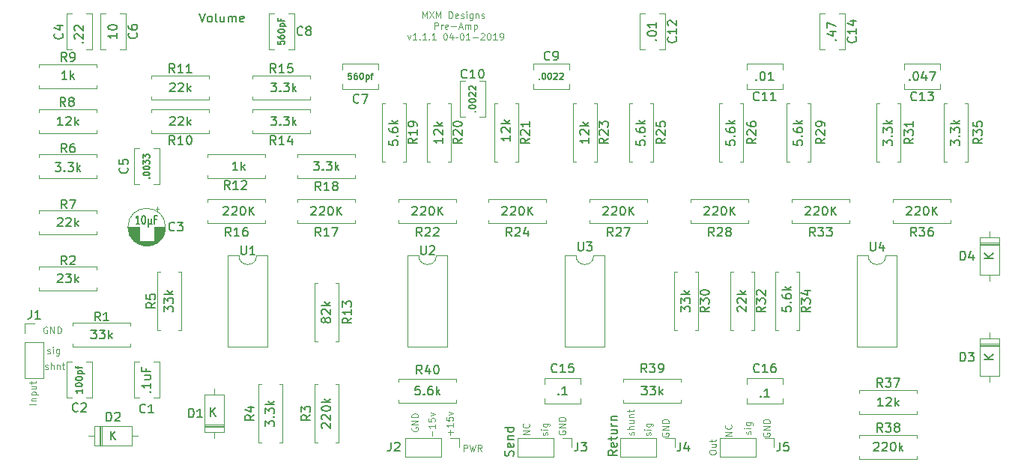
<source format=gbr>
G04 #@! TF.GenerationSoftware,KiCad,Pcbnew,(5.1.0-0)*
G04 #@! TF.CreationDate,2019-04-02T13:27:10-07:00*
G04 #@! TF.ProjectId,Pre-amp,5072652d-616d-4702-9e6b-696361645f70,rev?*
G04 #@! TF.SameCoordinates,Original*
G04 #@! TF.FileFunction,Legend,Top*
G04 #@! TF.FilePolarity,Positive*
%FSLAX46Y46*%
G04 Gerber Fmt 4.6, Leading zero omitted, Abs format (unit mm)*
G04 Created by KiCad (PCBNEW (5.1.0-0)) date 2019-04-02 13:27:10*
%MOMM*%
%LPD*%
G04 APERTURE LIST*
%ADD10C,0.200000*%
%ADD11C,0.100000*%
%ADD12C,0.120000*%
%ADD13C,0.150000*%
G04 APERTURE END LIST*
D10*
X71953761Y-49998380D02*
X72287095Y-50998380D01*
X72620428Y-49998380D01*
X73096619Y-50998380D02*
X73001380Y-50950761D01*
X72953761Y-50903142D01*
X72906142Y-50807904D01*
X72906142Y-50522190D01*
X72953761Y-50426952D01*
X73001380Y-50379333D01*
X73096619Y-50331714D01*
X73239476Y-50331714D01*
X73334714Y-50379333D01*
X73382333Y-50426952D01*
X73429952Y-50522190D01*
X73429952Y-50807904D01*
X73382333Y-50903142D01*
X73334714Y-50950761D01*
X73239476Y-50998380D01*
X73096619Y-50998380D01*
X74001380Y-50998380D02*
X73906142Y-50950761D01*
X73858523Y-50855523D01*
X73858523Y-49998380D01*
X74810904Y-50331714D02*
X74810904Y-50998380D01*
X74382333Y-50331714D02*
X74382333Y-50855523D01*
X74429952Y-50950761D01*
X74525190Y-50998380D01*
X74668047Y-50998380D01*
X74763285Y-50950761D01*
X74810904Y-50903142D01*
X75287095Y-50998380D02*
X75287095Y-50331714D01*
X75287095Y-50426952D02*
X75334714Y-50379333D01*
X75429952Y-50331714D01*
X75572809Y-50331714D01*
X75668047Y-50379333D01*
X75715666Y-50474571D01*
X75715666Y-50998380D01*
X75715666Y-50474571D02*
X75763285Y-50379333D01*
X75858523Y-50331714D01*
X76001380Y-50331714D01*
X76096619Y-50379333D01*
X76144238Y-50474571D01*
X76144238Y-50998380D01*
X77001380Y-50950761D02*
X76906142Y-50998380D01*
X76715666Y-50998380D01*
X76620428Y-50950761D01*
X76572809Y-50855523D01*
X76572809Y-50474571D01*
X76620428Y-50379333D01*
X76715666Y-50331714D01*
X76906142Y-50331714D01*
X77001380Y-50379333D01*
X77049000Y-50474571D01*
X77049000Y-50569809D01*
X76572809Y-50665047D01*
D11*
X54572428Y-90219571D02*
X54643857Y-90255285D01*
X54786714Y-90255285D01*
X54858142Y-90219571D01*
X54893857Y-90148142D01*
X54893857Y-90112428D01*
X54858142Y-90041000D01*
X54786714Y-90005285D01*
X54679571Y-90005285D01*
X54608142Y-89969571D01*
X54572428Y-89898142D01*
X54572428Y-89862428D01*
X54608142Y-89791000D01*
X54679571Y-89755285D01*
X54786714Y-89755285D01*
X54858142Y-89791000D01*
X55215285Y-90255285D02*
X55215285Y-89505285D01*
X55536714Y-90255285D02*
X55536714Y-89862428D01*
X55501000Y-89791000D01*
X55429571Y-89755285D01*
X55322428Y-89755285D01*
X55251000Y-89791000D01*
X55215285Y-89826714D01*
X55893857Y-89755285D02*
X55893857Y-90255285D01*
X55893857Y-89826714D02*
X55929571Y-89791000D01*
X56001000Y-89755285D01*
X56108142Y-89755285D01*
X56179571Y-89791000D01*
X56215285Y-89862428D01*
X56215285Y-90255285D01*
X56465285Y-89755285D02*
X56751000Y-89755285D01*
X56572428Y-89505285D02*
X56572428Y-90148142D01*
X56608142Y-90219571D01*
X56679571Y-90255285D01*
X56751000Y-90255285D01*
X54820428Y-88441571D02*
X54891857Y-88477285D01*
X55034714Y-88477285D01*
X55106142Y-88441571D01*
X55141857Y-88370142D01*
X55141857Y-88334428D01*
X55106142Y-88263000D01*
X55034714Y-88227285D01*
X54927571Y-88227285D01*
X54856142Y-88191571D01*
X54820428Y-88120142D01*
X54820428Y-88084428D01*
X54856142Y-88013000D01*
X54927571Y-87977285D01*
X55034714Y-87977285D01*
X55106142Y-88013000D01*
X55463285Y-88477285D02*
X55463285Y-87977285D01*
X55463285Y-87727285D02*
X55427571Y-87763000D01*
X55463285Y-87798714D01*
X55499000Y-87763000D01*
X55463285Y-87727285D01*
X55463285Y-87798714D01*
X56141857Y-87977285D02*
X56141857Y-88584428D01*
X56106142Y-88655857D01*
X56070428Y-88691571D01*
X55999000Y-88727285D01*
X55891857Y-88727285D01*
X55820428Y-88691571D01*
X56141857Y-88441571D02*
X56070428Y-88477285D01*
X55927571Y-88477285D01*
X55856142Y-88441571D01*
X55820428Y-88405857D01*
X55784714Y-88334428D01*
X55784714Y-88120142D01*
X55820428Y-88048714D01*
X55856142Y-88013000D01*
X55927571Y-87977285D01*
X56070428Y-87977285D01*
X56141857Y-88013000D01*
X54800571Y-85477000D02*
X54729142Y-85441285D01*
X54622000Y-85441285D01*
X54514857Y-85477000D01*
X54443428Y-85548428D01*
X54407714Y-85619857D01*
X54372000Y-85762714D01*
X54372000Y-85869857D01*
X54407714Y-86012714D01*
X54443428Y-86084142D01*
X54514857Y-86155571D01*
X54622000Y-86191285D01*
X54693428Y-86191285D01*
X54800571Y-86155571D01*
X54836285Y-86119857D01*
X54836285Y-85869857D01*
X54693428Y-85869857D01*
X55157714Y-86191285D02*
X55157714Y-85441285D01*
X55586285Y-86191285D01*
X55586285Y-85441285D01*
X55943428Y-86191285D02*
X55943428Y-85441285D01*
X56122000Y-85441285D01*
X56229142Y-85477000D01*
X56300571Y-85548428D01*
X56336285Y-85619857D01*
X56372000Y-85762714D01*
X56372000Y-85869857D01*
X56336285Y-86012714D01*
X56300571Y-86084142D01*
X56229142Y-86155571D01*
X56122000Y-86191285D01*
X55943428Y-86191285D01*
X53552285Y-94196142D02*
X52802285Y-94196142D01*
X53052285Y-93839000D02*
X53552285Y-93839000D01*
X53123714Y-93839000D02*
X53088000Y-93803285D01*
X53052285Y-93731857D01*
X53052285Y-93624714D01*
X53088000Y-93553285D01*
X53159428Y-93517571D01*
X53552285Y-93517571D01*
X53052285Y-93160428D02*
X53802285Y-93160428D01*
X53088000Y-93160428D02*
X53052285Y-93089000D01*
X53052285Y-92946142D01*
X53088000Y-92874714D01*
X53123714Y-92839000D01*
X53195142Y-92803285D01*
X53409428Y-92803285D01*
X53480857Y-92839000D01*
X53516571Y-92874714D01*
X53552285Y-92946142D01*
X53552285Y-93089000D01*
X53516571Y-93160428D01*
X53052285Y-92160428D02*
X53552285Y-92160428D01*
X53052285Y-92481857D02*
X53445142Y-92481857D01*
X53516571Y-92446142D01*
X53552285Y-92374714D01*
X53552285Y-92267571D01*
X53516571Y-92196142D01*
X53480857Y-92160428D01*
X53052285Y-91910428D02*
X53052285Y-91624714D01*
X52802285Y-91803285D02*
X53445142Y-91803285D01*
X53516571Y-91767571D01*
X53552285Y-91696142D01*
X53552285Y-91624714D01*
X121080571Y-97658857D02*
X121116285Y-97587428D01*
X121116285Y-97444571D01*
X121080571Y-97373142D01*
X121009142Y-97337428D01*
X120973428Y-97337428D01*
X120902000Y-97373142D01*
X120866285Y-97444571D01*
X120866285Y-97551714D01*
X120830571Y-97623142D01*
X120759142Y-97658857D01*
X120723428Y-97658857D01*
X120652000Y-97623142D01*
X120616285Y-97551714D01*
X120616285Y-97444571D01*
X120652000Y-97373142D01*
X121116285Y-97016000D02*
X120366285Y-97016000D01*
X121116285Y-96694571D02*
X120723428Y-96694571D01*
X120652000Y-96730285D01*
X120616285Y-96801714D01*
X120616285Y-96908857D01*
X120652000Y-96980285D01*
X120687714Y-97016000D01*
X120616285Y-96016000D02*
X121116285Y-96016000D01*
X120616285Y-96337428D02*
X121009142Y-96337428D01*
X121080571Y-96301714D01*
X121116285Y-96230285D01*
X121116285Y-96123142D01*
X121080571Y-96051714D01*
X121044857Y-96016000D01*
X120616285Y-95658857D02*
X121116285Y-95658857D01*
X120687714Y-95658857D02*
X120652000Y-95623142D01*
X120616285Y-95551714D01*
X120616285Y-95444571D01*
X120652000Y-95373142D01*
X120723428Y-95337428D01*
X121116285Y-95337428D01*
X120616285Y-95087428D02*
X120616285Y-94801714D01*
X120366285Y-94980285D02*
X121009142Y-94980285D01*
X121080571Y-94944571D01*
X121116285Y-94873142D01*
X121116285Y-94801714D01*
X122985571Y-97706571D02*
X123021285Y-97635142D01*
X123021285Y-97492285D01*
X122985571Y-97420857D01*
X122914142Y-97385142D01*
X122878428Y-97385142D01*
X122807000Y-97420857D01*
X122771285Y-97492285D01*
X122771285Y-97599428D01*
X122735571Y-97670857D01*
X122664142Y-97706571D01*
X122628428Y-97706571D01*
X122557000Y-97670857D01*
X122521285Y-97599428D01*
X122521285Y-97492285D01*
X122557000Y-97420857D01*
X123021285Y-97063714D02*
X122521285Y-97063714D01*
X122271285Y-97063714D02*
X122307000Y-97099428D01*
X122342714Y-97063714D01*
X122307000Y-97028000D01*
X122271285Y-97063714D01*
X122342714Y-97063714D01*
X122521285Y-96385142D02*
X123128428Y-96385142D01*
X123199857Y-96420857D01*
X123235571Y-96456571D01*
X123271285Y-96528000D01*
X123271285Y-96635142D01*
X123235571Y-96706571D01*
X122985571Y-96385142D02*
X123021285Y-96456571D01*
X123021285Y-96599428D01*
X122985571Y-96670857D01*
X122949857Y-96706571D01*
X122878428Y-96742285D01*
X122664142Y-96742285D01*
X122592714Y-96706571D01*
X122557000Y-96670857D01*
X122521285Y-96599428D01*
X122521285Y-96456571D01*
X122557000Y-96385142D01*
X111301571Y-97706571D02*
X111337285Y-97635142D01*
X111337285Y-97492285D01*
X111301571Y-97420857D01*
X111230142Y-97385142D01*
X111194428Y-97385142D01*
X111123000Y-97420857D01*
X111087285Y-97492285D01*
X111087285Y-97599428D01*
X111051571Y-97670857D01*
X110980142Y-97706571D01*
X110944428Y-97706571D01*
X110873000Y-97670857D01*
X110837285Y-97599428D01*
X110837285Y-97492285D01*
X110873000Y-97420857D01*
X111337285Y-97063714D02*
X110837285Y-97063714D01*
X110587285Y-97063714D02*
X110623000Y-97099428D01*
X110658714Y-97063714D01*
X110623000Y-97028000D01*
X110587285Y-97063714D01*
X110658714Y-97063714D01*
X110837285Y-96385142D02*
X111444428Y-96385142D01*
X111515857Y-96420857D01*
X111551571Y-96456571D01*
X111587285Y-96528000D01*
X111587285Y-96635142D01*
X111551571Y-96706571D01*
X111301571Y-96385142D02*
X111337285Y-96456571D01*
X111337285Y-96599428D01*
X111301571Y-96670857D01*
X111265857Y-96706571D01*
X111194428Y-96742285D01*
X110980142Y-96742285D01*
X110908714Y-96706571D01*
X110873000Y-96670857D01*
X110837285Y-96599428D01*
X110837285Y-96456571D01*
X110873000Y-96385142D01*
X109305285Y-97617285D02*
X108555285Y-97617285D01*
X109305285Y-97188714D01*
X108555285Y-97188714D01*
X109233857Y-96403000D02*
X109269571Y-96438714D01*
X109305285Y-96545857D01*
X109305285Y-96617285D01*
X109269571Y-96724428D01*
X109198142Y-96795857D01*
X109126714Y-96831571D01*
X108983857Y-96867285D01*
X108876714Y-96867285D01*
X108733857Y-96831571D01*
X108662428Y-96795857D01*
X108591000Y-96724428D01*
X108555285Y-96617285D01*
X108555285Y-96545857D01*
X108591000Y-96438714D01*
X108626714Y-96403000D01*
X112655000Y-97218428D02*
X112619285Y-97289857D01*
X112619285Y-97397000D01*
X112655000Y-97504142D01*
X112726428Y-97575571D01*
X112797857Y-97611285D01*
X112940714Y-97647000D01*
X113047857Y-97647000D01*
X113190714Y-97611285D01*
X113262142Y-97575571D01*
X113333571Y-97504142D01*
X113369285Y-97397000D01*
X113369285Y-97325571D01*
X113333571Y-97218428D01*
X113297857Y-97182714D01*
X113047857Y-97182714D01*
X113047857Y-97325571D01*
X113369285Y-96861285D02*
X112619285Y-96861285D01*
X113369285Y-96432714D01*
X112619285Y-96432714D01*
X113369285Y-96075571D02*
X112619285Y-96075571D01*
X112619285Y-95897000D01*
X112655000Y-95789857D01*
X112726428Y-95718428D01*
X112797857Y-95682714D01*
X112940714Y-95647000D01*
X113047857Y-95647000D01*
X113190714Y-95682714D01*
X113262142Y-95718428D01*
X113333571Y-95789857D01*
X113369285Y-95897000D01*
X113369285Y-96075571D01*
X124339000Y-97472428D02*
X124303285Y-97543857D01*
X124303285Y-97651000D01*
X124339000Y-97758142D01*
X124410428Y-97829571D01*
X124481857Y-97865285D01*
X124624714Y-97901000D01*
X124731857Y-97901000D01*
X124874714Y-97865285D01*
X124946142Y-97829571D01*
X125017571Y-97758142D01*
X125053285Y-97651000D01*
X125053285Y-97579571D01*
X125017571Y-97472428D01*
X124981857Y-97436714D01*
X124731857Y-97436714D01*
X124731857Y-97579571D01*
X125053285Y-97115285D02*
X124303285Y-97115285D01*
X125053285Y-96686714D01*
X124303285Y-96686714D01*
X125053285Y-96329571D02*
X124303285Y-96329571D01*
X124303285Y-96151000D01*
X124339000Y-96043857D01*
X124410428Y-95972428D01*
X124481857Y-95936714D01*
X124624714Y-95901000D01*
X124731857Y-95901000D01*
X124874714Y-95936714D01*
X124946142Y-95972428D01*
X125017571Y-96043857D01*
X125053285Y-96151000D01*
X125053285Y-96329571D01*
X129637285Y-99685000D02*
X129637285Y-99542142D01*
X129673000Y-99470714D01*
X129744428Y-99399285D01*
X129887285Y-99363571D01*
X130137285Y-99363571D01*
X130280142Y-99399285D01*
X130351571Y-99470714D01*
X130387285Y-99542142D01*
X130387285Y-99685000D01*
X130351571Y-99756428D01*
X130280142Y-99827857D01*
X130137285Y-99863571D01*
X129887285Y-99863571D01*
X129744428Y-99827857D01*
X129673000Y-99756428D01*
X129637285Y-99685000D01*
X129887285Y-98720714D02*
X130387285Y-98720714D01*
X129887285Y-99042142D02*
X130280142Y-99042142D01*
X130351571Y-99006428D01*
X130387285Y-98935000D01*
X130387285Y-98827857D01*
X130351571Y-98756428D01*
X130315857Y-98720714D01*
X129887285Y-98470714D02*
X129887285Y-98185000D01*
X129637285Y-98363571D02*
X130280142Y-98363571D01*
X130351571Y-98327857D01*
X130387285Y-98256428D01*
X130387285Y-98185000D01*
X100383571Y-97678714D02*
X100383571Y-97107285D01*
X100669285Y-97393000D02*
X100097857Y-97393000D01*
X100669285Y-96357285D02*
X100669285Y-96785857D01*
X100669285Y-96571571D02*
X99919285Y-96571571D01*
X100026428Y-96643000D01*
X100097857Y-96714428D01*
X100133571Y-96785857D01*
X99919285Y-95678714D02*
X99919285Y-96035857D01*
X100276428Y-96071571D01*
X100240714Y-96035857D01*
X100205000Y-95964428D01*
X100205000Y-95785857D01*
X100240714Y-95714428D01*
X100276428Y-95678714D01*
X100347857Y-95643000D01*
X100526428Y-95643000D01*
X100597857Y-95678714D01*
X100633571Y-95714428D01*
X100669285Y-95785857D01*
X100669285Y-95964428D01*
X100633571Y-96035857D01*
X100597857Y-96071571D01*
X100169285Y-95393000D02*
X100669285Y-95214428D01*
X100169285Y-95035857D01*
X98351571Y-97805714D02*
X98351571Y-97234285D01*
X98637285Y-96484285D02*
X98637285Y-96912857D01*
X98637285Y-96698571D02*
X97887285Y-96698571D01*
X97994428Y-96770000D01*
X98065857Y-96841428D01*
X98101571Y-96912857D01*
X97887285Y-95805714D02*
X97887285Y-96162857D01*
X98244428Y-96198571D01*
X98208714Y-96162857D01*
X98173000Y-96091428D01*
X98173000Y-95912857D01*
X98208714Y-95841428D01*
X98244428Y-95805714D01*
X98315857Y-95770000D01*
X98494428Y-95770000D01*
X98565857Y-95805714D01*
X98601571Y-95841428D01*
X98637285Y-95912857D01*
X98637285Y-96091428D01*
X98601571Y-96162857D01*
X98565857Y-96198571D01*
X98137285Y-95520000D02*
X98637285Y-95341428D01*
X98137285Y-95162857D01*
X96018000Y-96837428D02*
X95982285Y-96908857D01*
X95982285Y-97016000D01*
X96018000Y-97123142D01*
X96089428Y-97194571D01*
X96160857Y-97230285D01*
X96303714Y-97266000D01*
X96410857Y-97266000D01*
X96553714Y-97230285D01*
X96625142Y-97194571D01*
X96696571Y-97123142D01*
X96732285Y-97016000D01*
X96732285Y-96944571D01*
X96696571Y-96837428D01*
X96660857Y-96801714D01*
X96410857Y-96801714D01*
X96410857Y-96944571D01*
X96732285Y-96480285D02*
X95982285Y-96480285D01*
X96732285Y-96051714D01*
X95982285Y-96051714D01*
X96732285Y-95694571D02*
X95982285Y-95694571D01*
X95982285Y-95516000D01*
X96018000Y-95408857D01*
X96089428Y-95337428D01*
X96160857Y-95301714D01*
X96303714Y-95266000D01*
X96410857Y-95266000D01*
X96553714Y-95301714D01*
X96625142Y-95337428D01*
X96696571Y-95408857D01*
X96732285Y-95516000D01*
X96732285Y-95694571D01*
X132165285Y-97744285D02*
X131415285Y-97744285D01*
X132165285Y-97315714D01*
X131415285Y-97315714D01*
X132093857Y-96530000D02*
X132129571Y-96565714D01*
X132165285Y-96672857D01*
X132165285Y-96744285D01*
X132129571Y-96851428D01*
X132058142Y-96922857D01*
X131986714Y-96958571D01*
X131843857Y-96994285D01*
X131736714Y-96994285D01*
X131593857Y-96958571D01*
X131522428Y-96922857D01*
X131451000Y-96851428D01*
X131415285Y-96744285D01*
X131415285Y-96672857D01*
X131451000Y-96565714D01*
X131486714Y-96530000D01*
X135769000Y-97472428D02*
X135733285Y-97543857D01*
X135733285Y-97651000D01*
X135769000Y-97758142D01*
X135840428Y-97829571D01*
X135911857Y-97865285D01*
X136054714Y-97901000D01*
X136161857Y-97901000D01*
X136304714Y-97865285D01*
X136376142Y-97829571D01*
X136447571Y-97758142D01*
X136483285Y-97651000D01*
X136483285Y-97579571D01*
X136447571Y-97472428D01*
X136411857Y-97436714D01*
X136161857Y-97436714D01*
X136161857Y-97579571D01*
X136483285Y-97115285D02*
X135733285Y-97115285D01*
X136483285Y-96686714D01*
X135733285Y-96686714D01*
X136483285Y-96329571D02*
X135733285Y-96329571D01*
X135733285Y-96151000D01*
X135769000Y-96043857D01*
X135840428Y-95972428D01*
X135911857Y-95936714D01*
X136054714Y-95901000D01*
X136161857Y-95901000D01*
X136304714Y-95936714D01*
X136376142Y-95972428D01*
X136447571Y-96043857D01*
X136483285Y-96151000D01*
X136483285Y-96329571D01*
X134288571Y-97579571D02*
X134324285Y-97508142D01*
X134324285Y-97365285D01*
X134288571Y-97293857D01*
X134217142Y-97258142D01*
X134181428Y-97258142D01*
X134110000Y-97293857D01*
X134074285Y-97365285D01*
X134074285Y-97472428D01*
X134038571Y-97543857D01*
X133967142Y-97579571D01*
X133931428Y-97579571D01*
X133860000Y-97543857D01*
X133824285Y-97472428D01*
X133824285Y-97365285D01*
X133860000Y-97293857D01*
X134324285Y-96936714D02*
X133824285Y-96936714D01*
X133574285Y-96936714D02*
X133610000Y-96972428D01*
X133645714Y-96936714D01*
X133610000Y-96901000D01*
X133574285Y-96936714D01*
X133645714Y-96936714D01*
X133824285Y-96258142D02*
X134431428Y-96258142D01*
X134502857Y-96293857D01*
X134538571Y-96329571D01*
X134574285Y-96401000D01*
X134574285Y-96508142D01*
X134538571Y-96579571D01*
X134288571Y-96258142D02*
X134324285Y-96329571D01*
X134324285Y-96472428D01*
X134288571Y-96543857D01*
X134252857Y-96579571D01*
X134181428Y-96615285D01*
X133967142Y-96615285D01*
X133895714Y-96579571D01*
X133860000Y-96543857D01*
X133824285Y-96472428D01*
X133824285Y-96329571D01*
X133860000Y-96258142D01*
X97197142Y-50549285D02*
X97197142Y-49799285D01*
X97447142Y-50335000D01*
X97697142Y-49799285D01*
X97697142Y-50549285D01*
X97982857Y-49799285D02*
X98482857Y-50549285D01*
X98482857Y-49799285D02*
X97982857Y-50549285D01*
X98768571Y-50549285D02*
X98768571Y-49799285D01*
X99018571Y-50335000D01*
X99268571Y-49799285D01*
X99268571Y-50549285D01*
X100197142Y-50549285D02*
X100197142Y-49799285D01*
X100375714Y-49799285D01*
X100482857Y-49835000D01*
X100554285Y-49906428D01*
X100590000Y-49977857D01*
X100625714Y-50120714D01*
X100625714Y-50227857D01*
X100590000Y-50370714D01*
X100554285Y-50442142D01*
X100482857Y-50513571D01*
X100375714Y-50549285D01*
X100197142Y-50549285D01*
X101232857Y-50513571D02*
X101161428Y-50549285D01*
X101018571Y-50549285D01*
X100947142Y-50513571D01*
X100911428Y-50442142D01*
X100911428Y-50156428D01*
X100947142Y-50085000D01*
X101018571Y-50049285D01*
X101161428Y-50049285D01*
X101232857Y-50085000D01*
X101268571Y-50156428D01*
X101268571Y-50227857D01*
X100911428Y-50299285D01*
X101554285Y-50513571D02*
X101625714Y-50549285D01*
X101768571Y-50549285D01*
X101840000Y-50513571D01*
X101875714Y-50442142D01*
X101875714Y-50406428D01*
X101840000Y-50335000D01*
X101768571Y-50299285D01*
X101661428Y-50299285D01*
X101590000Y-50263571D01*
X101554285Y-50192142D01*
X101554285Y-50156428D01*
X101590000Y-50085000D01*
X101661428Y-50049285D01*
X101768571Y-50049285D01*
X101840000Y-50085000D01*
X102197142Y-50549285D02*
X102197142Y-50049285D01*
X102197142Y-49799285D02*
X102161428Y-49835000D01*
X102197142Y-49870714D01*
X102232857Y-49835000D01*
X102197142Y-49799285D01*
X102197142Y-49870714D01*
X102875714Y-50049285D02*
X102875714Y-50656428D01*
X102840000Y-50727857D01*
X102804285Y-50763571D01*
X102732857Y-50799285D01*
X102625714Y-50799285D01*
X102554285Y-50763571D01*
X102875714Y-50513571D02*
X102804285Y-50549285D01*
X102661428Y-50549285D01*
X102590000Y-50513571D01*
X102554285Y-50477857D01*
X102518571Y-50406428D01*
X102518571Y-50192142D01*
X102554285Y-50120714D01*
X102590000Y-50085000D01*
X102661428Y-50049285D01*
X102804285Y-50049285D01*
X102875714Y-50085000D01*
X103232857Y-50049285D02*
X103232857Y-50549285D01*
X103232857Y-50120714D02*
X103268571Y-50085000D01*
X103340000Y-50049285D01*
X103447142Y-50049285D01*
X103518571Y-50085000D01*
X103554285Y-50156428D01*
X103554285Y-50549285D01*
X103875714Y-50513571D02*
X103947142Y-50549285D01*
X104090000Y-50549285D01*
X104161428Y-50513571D01*
X104197142Y-50442142D01*
X104197142Y-50406428D01*
X104161428Y-50335000D01*
X104090000Y-50299285D01*
X103982857Y-50299285D01*
X103911428Y-50263571D01*
X103875714Y-50192142D01*
X103875714Y-50156428D01*
X103911428Y-50085000D01*
X103982857Y-50049285D01*
X104090000Y-50049285D01*
X104161428Y-50085000D01*
X98590000Y-51774285D02*
X98590000Y-51024285D01*
X98875714Y-51024285D01*
X98947142Y-51060000D01*
X98982857Y-51095714D01*
X99018571Y-51167142D01*
X99018571Y-51274285D01*
X98982857Y-51345714D01*
X98947142Y-51381428D01*
X98875714Y-51417142D01*
X98590000Y-51417142D01*
X99340000Y-51774285D02*
X99340000Y-51274285D01*
X99340000Y-51417142D02*
X99375714Y-51345714D01*
X99411428Y-51310000D01*
X99482857Y-51274285D01*
X99554285Y-51274285D01*
X100090000Y-51738571D02*
X100018571Y-51774285D01*
X99875714Y-51774285D01*
X99804285Y-51738571D01*
X99768571Y-51667142D01*
X99768571Y-51381428D01*
X99804285Y-51310000D01*
X99875714Y-51274285D01*
X100018571Y-51274285D01*
X100090000Y-51310000D01*
X100125714Y-51381428D01*
X100125714Y-51452857D01*
X99768571Y-51524285D01*
X100447142Y-51488571D02*
X101018571Y-51488571D01*
X101340000Y-51560000D02*
X101697142Y-51560000D01*
X101268571Y-51774285D02*
X101518571Y-51024285D01*
X101768571Y-51774285D01*
X102018571Y-51774285D02*
X102018571Y-51274285D01*
X102018571Y-51345714D02*
X102054285Y-51310000D01*
X102125714Y-51274285D01*
X102232857Y-51274285D01*
X102304285Y-51310000D01*
X102340000Y-51381428D01*
X102340000Y-51774285D01*
X102340000Y-51381428D02*
X102375714Y-51310000D01*
X102447142Y-51274285D01*
X102554285Y-51274285D01*
X102625714Y-51310000D01*
X102661428Y-51381428D01*
X102661428Y-51774285D01*
X103018571Y-51274285D02*
X103018571Y-52024285D01*
X103018571Y-51310000D02*
X103090000Y-51274285D01*
X103232857Y-51274285D01*
X103304285Y-51310000D01*
X103340000Y-51345714D01*
X103375714Y-51417142D01*
X103375714Y-51631428D01*
X103340000Y-51702857D01*
X103304285Y-51738571D01*
X103232857Y-51774285D01*
X103090000Y-51774285D01*
X103018571Y-51738571D01*
X95536428Y-52499285D02*
X95715000Y-52999285D01*
X95893571Y-52499285D01*
X96572142Y-52999285D02*
X96143571Y-52999285D01*
X96357857Y-52999285D02*
X96357857Y-52249285D01*
X96286428Y-52356428D01*
X96215000Y-52427857D01*
X96143571Y-52463571D01*
X96893571Y-52927857D02*
X96929285Y-52963571D01*
X96893571Y-52999285D01*
X96857857Y-52963571D01*
X96893571Y-52927857D01*
X96893571Y-52999285D01*
X97643571Y-52999285D02*
X97215000Y-52999285D01*
X97429285Y-52999285D02*
X97429285Y-52249285D01*
X97357857Y-52356428D01*
X97286428Y-52427857D01*
X97215000Y-52463571D01*
X97965000Y-52927857D02*
X98000714Y-52963571D01*
X97965000Y-52999285D01*
X97929285Y-52963571D01*
X97965000Y-52927857D01*
X97965000Y-52999285D01*
X98715000Y-52999285D02*
X98286428Y-52999285D01*
X98500714Y-52999285D02*
X98500714Y-52249285D01*
X98429285Y-52356428D01*
X98357857Y-52427857D01*
X98286428Y-52463571D01*
X99750714Y-52249285D02*
X99822142Y-52249285D01*
X99893571Y-52285000D01*
X99929285Y-52320714D01*
X99965000Y-52392142D01*
X100000714Y-52535000D01*
X100000714Y-52713571D01*
X99965000Y-52856428D01*
X99929285Y-52927857D01*
X99893571Y-52963571D01*
X99822142Y-52999285D01*
X99750714Y-52999285D01*
X99679285Y-52963571D01*
X99643571Y-52927857D01*
X99607857Y-52856428D01*
X99572142Y-52713571D01*
X99572142Y-52535000D01*
X99607857Y-52392142D01*
X99643571Y-52320714D01*
X99679285Y-52285000D01*
X99750714Y-52249285D01*
X100643571Y-52499285D02*
X100643571Y-52999285D01*
X100465000Y-52213571D02*
X100286428Y-52749285D01*
X100750714Y-52749285D01*
X101215000Y-52749285D02*
X100929285Y-52749285D01*
X101607857Y-52249285D02*
X101679285Y-52249285D01*
X101750714Y-52285000D01*
X101786428Y-52320714D01*
X101822142Y-52392142D01*
X101857857Y-52535000D01*
X101857857Y-52713571D01*
X101822142Y-52856428D01*
X101786428Y-52927857D01*
X101750714Y-52963571D01*
X101679285Y-52999285D01*
X101607857Y-52999285D01*
X101536428Y-52963571D01*
X101500714Y-52927857D01*
X101465000Y-52856428D01*
X101429285Y-52713571D01*
X101429285Y-52535000D01*
X101465000Y-52392142D01*
X101500714Y-52320714D01*
X101536428Y-52285000D01*
X101607857Y-52249285D01*
X102572142Y-52999285D02*
X102143571Y-52999285D01*
X102357857Y-52999285D02*
X102357857Y-52249285D01*
X102286428Y-52356428D01*
X102215000Y-52427857D01*
X102143571Y-52463571D01*
X102893571Y-52713571D02*
X103465000Y-52713571D01*
X103786428Y-52320714D02*
X103822142Y-52285000D01*
X103893571Y-52249285D01*
X104072142Y-52249285D01*
X104143571Y-52285000D01*
X104179285Y-52320714D01*
X104215000Y-52392142D01*
X104215000Y-52463571D01*
X104179285Y-52570714D01*
X103750714Y-52999285D01*
X104215000Y-52999285D01*
X104679285Y-52249285D02*
X104750714Y-52249285D01*
X104822142Y-52285000D01*
X104857857Y-52320714D01*
X104893571Y-52392142D01*
X104929285Y-52535000D01*
X104929285Y-52713571D01*
X104893571Y-52856428D01*
X104857857Y-52927857D01*
X104822142Y-52963571D01*
X104750714Y-52999285D01*
X104679285Y-52999285D01*
X104607857Y-52963571D01*
X104572142Y-52927857D01*
X104536428Y-52856428D01*
X104500714Y-52713571D01*
X104500714Y-52535000D01*
X104536428Y-52392142D01*
X104572142Y-52320714D01*
X104607857Y-52285000D01*
X104679285Y-52249285D01*
X105643571Y-52999285D02*
X105215000Y-52999285D01*
X105429285Y-52999285D02*
X105429285Y-52249285D01*
X105357857Y-52356428D01*
X105286428Y-52427857D01*
X105215000Y-52463571D01*
X106000714Y-52999285D02*
X106143571Y-52999285D01*
X106215000Y-52963571D01*
X106250714Y-52927857D01*
X106322142Y-52820714D01*
X106357857Y-52677857D01*
X106357857Y-52392142D01*
X106322142Y-52320714D01*
X106286428Y-52285000D01*
X106215000Y-52249285D01*
X106072142Y-52249285D01*
X106000714Y-52285000D01*
X105965000Y-52320714D01*
X105929285Y-52392142D01*
X105929285Y-52570714D01*
X105965000Y-52642142D01*
X106000714Y-52677857D01*
X106072142Y-52713571D01*
X106215000Y-52713571D01*
X106286428Y-52677857D01*
X106322142Y-52642142D01*
X106357857Y-52570714D01*
X101870000Y-99526285D02*
X101870000Y-98776285D01*
X102155714Y-98776285D01*
X102227142Y-98812000D01*
X102262857Y-98847714D01*
X102298571Y-98919142D01*
X102298571Y-99026285D01*
X102262857Y-99097714D01*
X102227142Y-99133428D01*
X102155714Y-99169142D01*
X101870000Y-99169142D01*
X102548571Y-98776285D02*
X102727142Y-99526285D01*
X102870000Y-98990571D01*
X103012857Y-99526285D01*
X103191428Y-98776285D01*
X103905714Y-99526285D02*
X103655714Y-99169142D01*
X103477142Y-99526285D02*
X103477142Y-98776285D01*
X103762857Y-98776285D01*
X103834285Y-98812000D01*
X103870000Y-98847714D01*
X103905714Y-98919142D01*
X103905714Y-99026285D01*
X103870000Y-99097714D01*
X103834285Y-99133428D01*
X103762857Y-99169142D01*
X103477142Y-99169142D01*
D12*
X64620000Y-93480000D02*
X64620000Y-89440000D01*
X67460000Y-93480000D02*
X67460000Y-89440000D01*
X64620000Y-93480000D02*
X65245000Y-93480000D01*
X66835000Y-93480000D02*
X67460000Y-93480000D01*
X64620000Y-89440000D02*
X65245000Y-89440000D01*
X66835000Y-89440000D02*
X67460000Y-89440000D01*
X57000000Y-93480000D02*
X57000000Y-89440000D01*
X59840000Y-93480000D02*
X59840000Y-89440000D01*
X57000000Y-93480000D02*
X57625000Y-93480000D01*
X59215000Y-93480000D02*
X59840000Y-93480000D01*
X57000000Y-89440000D02*
X57625000Y-89440000D01*
X59215000Y-89440000D02*
X59840000Y-89440000D01*
X68160000Y-74180000D02*
G75*
G03X68160000Y-74180000I-2120000J0D01*
G01*
X65200000Y-74180000D02*
X63960000Y-74180000D01*
X68120000Y-74180000D02*
X66880000Y-74180000D01*
X65200000Y-74220000D02*
X63960000Y-74220000D01*
X68120000Y-74220000D02*
X66880000Y-74220000D01*
X65200000Y-74260000D02*
X63961000Y-74260000D01*
X68119000Y-74260000D02*
X66880000Y-74260000D01*
X68117000Y-74300000D02*
X66880000Y-74300000D01*
X65200000Y-74300000D02*
X63963000Y-74300000D01*
X68114000Y-74340000D02*
X66880000Y-74340000D01*
X65200000Y-74340000D02*
X63966000Y-74340000D01*
X68111000Y-74380000D02*
X66880000Y-74380000D01*
X65200000Y-74380000D02*
X63969000Y-74380000D01*
X68107000Y-74420000D02*
X66880000Y-74420000D01*
X65200000Y-74420000D02*
X63973000Y-74420000D01*
X68102000Y-74460000D02*
X66880000Y-74460000D01*
X65200000Y-74460000D02*
X63978000Y-74460000D01*
X68096000Y-74500000D02*
X66880000Y-74500000D01*
X65200000Y-74500000D02*
X63984000Y-74500000D01*
X68090000Y-74540000D02*
X66880000Y-74540000D01*
X65200000Y-74540000D02*
X63990000Y-74540000D01*
X68082000Y-74580000D02*
X66880000Y-74580000D01*
X65200000Y-74580000D02*
X63998000Y-74580000D01*
X68074000Y-74620000D02*
X66880000Y-74620000D01*
X65200000Y-74620000D02*
X64006000Y-74620000D01*
X68065000Y-74660000D02*
X66880000Y-74660000D01*
X65200000Y-74660000D02*
X64015000Y-74660000D01*
X68056000Y-74700000D02*
X66880000Y-74700000D01*
X65200000Y-74700000D02*
X64024000Y-74700000D01*
X68045000Y-74740000D02*
X66880000Y-74740000D01*
X65200000Y-74740000D02*
X64035000Y-74740000D01*
X68034000Y-74780000D02*
X66880000Y-74780000D01*
X65200000Y-74780000D02*
X64046000Y-74780000D01*
X68022000Y-74820000D02*
X66880000Y-74820000D01*
X65200000Y-74820000D02*
X64058000Y-74820000D01*
X68008000Y-74860000D02*
X66880000Y-74860000D01*
X65200000Y-74860000D02*
X64072000Y-74860000D01*
X67994000Y-74901000D02*
X66880000Y-74901000D01*
X65200000Y-74901000D02*
X64086000Y-74901000D01*
X67980000Y-74941000D02*
X66880000Y-74941000D01*
X65200000Y-74941000D02*
X64100000Y-74941000D01*
X67964000Y-74981000D02*
X66880000Y-74981000D01*
X65200000Y-74981000D02*
X64116000Y-74981000D01*
X67947000Y-75021000D02*
X66880000Y-75021000D01*
X65200000Y-75021000D02*
X64133000Y-75021000D01*
X67929000Y-75061000D02*
X66880000Y-75061000D01*
X65200000Y-75061000D02*
X64151000Y-75061000D01*
X67910000Y-75101000D02*
X66880000Y-75101000D01*
X65200000Y-75101000D02*
X64170000Y-75101000D01*
X67891000Y-75141000D02*
X66880000Y-75141000D01*
X65200000Y-75141000D02*
X64189000Y-75141000D01*
X67870000Y-75181000D02*
X66880000Y-75181000D01*
X65200000Y-75181000D02*
X64210000Y-75181000D01*
X67848000Y-75221000D02*
X66880000Y-75221000D01*
X65200000Y-75221000D02*
X64232000Y-75221000D01*
X67825000Y-75261000D02*
X66880000Y-75261000D01*
X65200000Y-75261000D02*
X64255000Y-75261000D01*
X67800000Y-75301000D02*
X66880000Y-75301000D01*
X65200000Y-75301000D02*
X64280000Y-75301000D01*
X67775000Y-75341000D02*
X66880000Y-75341000D01*
X65200000Y-75341000D02*
X64305000Y-75341000D01*
X67748000Y-75381000D02*
X66880000Y-75381000D01*
X65200000Y-75381000D02*
X64332000Y-75381000D01*
X67720000Y-75421000D02*
X66880000Y-75421000D01*
X65200000Y-75421000D02*
X64360000Y-75421000D01*
X67690000Y-75461000D02*
X66880000Y-75461000D01*
X65200000Y-75461000D02*
X64390000Y-75461000D01*
X67659000Y-75501000D02*
X66880000Y-75501000D01*
X65200000Y-75501000D02*
X64421000Y-75501000D01*
X67627000Y-75541000D02*
X66880000Y-75541000D01*
X65200000Y-75541000D02*
X64453000Y-75541000D01*
X67592000Y-75581000D02*
X66880000Y-75581000D01*
X65200000Y-75581000D02*
X64488000Y-75581000D01*
X67556000Y-75621000D02*
X66880000Y-75621000D01*
X65200000Y-75621000D02*
X64524000Y-75621000D01*
X67518000Y-75661000D02*
X66880000Y-75661000D01*
X65200000Y-75661000D02*
X64562000Y-75661000D01*
X67478000Y-75701000D02*
X66880000Y-75701000D01*
X65200000Y-75701000D02*
X64602000Y-75701000D01*
X67436000Y-75741000D02*
X66880000Y-75741000D01*
X65200000Y-75741000D02*
X64644000Y-75741000D01*
X67391000Y-75781000D02*
X64689000Y-75781000D01*
X67344000Y-75821000D02*
X64736000Y-75821000D01*
X67294000Y-75861000D02*
X64786000Y-75861000D01*
X67240000Y-75901000D02*
X64840000Y-75901000D01*
X67182000Y-75941000D02*
X64898000Y-75941000D01*
X67120000Y-75981000D02*
X64960000Y-75981000D01*
X67053000Y-76021000D02*
X65027000Y-76021000D01*
X66980000Y-76061000D02*
X65100000Y-76061000D01*
X66899000Y-76101000D02*
X65181000Y-76101000D01*
X66808000Y-76141000D02*
X65272000Y-76141000D01*
X66704000Y-76181000D02*
X65376000Y-76181000D01*
X66577000Y-76221000D02*
X65503000Y-76221000D01*
X66410000Y-76261000D02*
X65670000Y-76261000D01*
X67235000Y-71910199D02*
X67235000Y-72310199D01*
X67435000Y-72110199D02*
X67035000Y-72110199D01*
X57000000Y-54110000D02*
X57000000Y-50070000D01*
X59840000Y-54110000D02*
X59840000Y-50070000D01*
X57000000Y-54110000D02*
X57625000Y-54110000D01*
X59215000Y-54110000D02*
X59840000Y-54110000D01*
X57000000Y-50070000D02*
X57625000Y-50070000D01*
X59215000Y-50070000D02*
X59840000Y-50070000D01*
X66835000Y-65270000D02*
X67460000Y-65270000D01*
X64620000Y-65270000D02*
X65245000Y-65270000D01*
X66835000Y-69310000D02*
X67460000Y-69310000D01*
X64620000Y-69310000D02*
X65245000Y-69310000D01*
X67460000Y-69310000D02*
X67460000Y-65270000D01*
X64620000Y-69310000D02*
X64620000Y-65270000D01*
X63025000Y-50070000D02*
X63650000Y-50070000D01*
X60810000Y-50070000D02*
X61435000Y-50070000D01*
X63025000Y-54110000D02*
X63650000Y-54110000D01*
X60810000Y-54110000D02*
X61435000Y-54110000D01*
X63650000Y-54110000D02*
X63650000Y-50070000D01*
X60810000Y-54110000D02*
X60810000Y-50070000D01*
X92210000Y-58570000D02*
X88170000Y-58570000D01*
X92210000Y-55730000D02*
X88170000Y-55730000D01*
X92210000Y-58570000D02*
X92210000Y-57945000D01*
X92210000Y-56355000D02*
X92210000Y-55730000D01*
X88170000Y-58570000D02*
X88170000Y-57945000D01*
X88170000Y-56355000D02*
X88170000Y-55730000D01*
X80485000Y-54070000D02*
X79860000Y-54070000D01*
X82700000Y-54070000D02*
X82075000Y-54070000D01*
X80485000Y-50030000D02*
X79860000Y-50030000D01*
X82700000Y-50030000D02*
X82075000Y-50030000D01*
X79860000Y-50030000D02*
X79860000Y-54070000D01*
X82700000Y-50030000D02*
X82700000Y-54070000D01*
X109760000Y-56355000D02*
X109760000Y-55730000D01*
X109760000Y-58570000D02*
X109760000Y-57945000D01*
X113800000Y-56355000D02*
X113800000Y-55730000D01*
X113800000Y-58570000D02*
X113800000Y-57945000D01*
X113800000Y-55730000D02*
X109760000Y-55730000D01*
X113800000Y-58570000D02*
X109760000Y-58570000D01*
X104290000Y-57690000D02*
X104290000Y-61730000D01*
X101450000Y-57690000D02*
X101450000Y-61730000D01*
X104290000Y-57690000D02*
X103665000Y-57690000D01*
X102075000Y-57690000D02*
X101450000Y-57690000D01*
X104290000Y-61730000D02*
X103665000Y-61730000D01*
X102075000Y-61730000D02*
X101450000Y-61730000D01*
X133890000Y-56355000D02*
X133890000Y-55730000D01*
X133890000Y-58570000D02*
X133890000Y-57945000D01*
X137930000Y-56355000D02*
X137930000Y-55730000D01*
X137930000Y-58570000D02*
X137930000Y-57945000D01*
X137930000Y-55730000D02*
X133890000Y-55730000D01*
X137930000Y-58570000D02*
X133890000Y-58570000D01*
X124610000Y-50030000D02*
X124610000Y-54070000D01*
X121770000Y-50030000D02*
X121770000Y-54070000D01*
X124610000Y-50030000D02*
X123985000Y-50030000D01*
X122395000Y-50030000D02*
X121770000Y-50030000D01*
X124610000Y-54070000D02*
X123985000Y-54070000D01*
X122395000Y-54070000D02*
X121770000Y-54070000D01*
X155710000Y-58570000D02*
X151670000Y-58570000D01*
X155710000Y-55730000D02*
X151670000Y-55730000D01*
X155710000Y-58570000D02*
X155710000Y-57945000D01*
X155710000Y-56355000D02*
X155710000Y-55730000D01*
X151670000Y-58570000D02*
X151670000Y-57945000D01*
X151670000Y-56355000D02*
X151670000Y-55730000D01*
X142715000Y-54070000D02*
X142090000Y-54070000D01*
X144930000Y-54070000D02*
X144305000Y-54070000D01*
X142715000Y-50030000D02*
X142090000Y-50030000D01*
X144930000Y-50030000D02*
X144305000Y-50030000D01*
X142090000Y-50030000D02*
X142090000Y-54070000D01*
X144930000Y-50030000D02*
X144930000Y-54070000D01*
X115070000Y-94130000D02*
X111030000Y-94130000D01*
X115070000Y-91290000D02*
X111030000Y-91290000D01*
X115070000Y-94130000D02*
X115070000Y-93505000D01*
X115070000Y-91915000D02*
X115070000Y-91290000D01*
X111030000Y-94130000D02*
X111030000Y-93505000D01*
X111030000Y-91915000D02*
X111030000Y-91290000D01*
X137930000Y-93505000D02*
X137930000Y-94130000D01*
X137930000Y-91290000D02*
X137930000Y-91915000D01*
X133890000Y-93505000D02*
X133890000Y-94130000D01*
X133890000Y-91290000D02*
X133890000Y-91915000D01*
X133890000Y-94130000D02*
X137930000Y-94130000D01*
X133890000Y-91290000D02*
X137930000Y-91290000D01*
X72540000Y-96770000D02*
X74780000Y-96770000D01*
X72540000Y-96530000D02*
X74780000Y-96530000D01*
X72540000Y-96650000D02*
X74780000Y-96650000D01*
X73660000Y-92480000D02*
X73660000Y-93130000D01*
X73660000Y-98020000D02*
X73660000Y-97370000D01*
X72540000Y-93130000D02*
X72540000Y-97370000D01*
X74780000Y-93130000D02*
X72540000Y-93130000D01*
X74780000Y-97370000D02*
X74780000Y-93130000D01*
X72540000Y-97370000D02*
X74780000Y-97370000D01*
X60710000Y-96670000D02*
X60710000Y-98910000D01*
X60950000Y-96670000D02*
X60950000Y-98910000D01*
X60830000Y-96670000D02*
X60830000Y-98910000D01*
X65000000Y-97790000D02*
X64350000Y-97790000D01*
X59460000Y-97790000D02*
X60110000Y-97790000D01*
X64350000Y-96670000D02*
X60110000Y-96670000D01*
X64350000Y-98910000D02*
X64350000Y-96670000D01*
X60110000Y-98910000D02*
X64350000Y-98910000D01*
X60110000Y-96670000D02*
X60110000Y-98910000D01*
X162410000Y-86780000D02*
X160170000Y-86780000D01*
X160170000Y-86780000D02*
X160170000Y-91020000D01*
X160170000Y-91020000D02*
X162410000Y-91020000D01*
X162410000Y-91020000D02*
X162410000Y-86780000D01*
X161290000Y-86130000D02*
X161290000Y-86780000D01*
X161290000Y-91670000D02*
X161290000Y-91020000D01*
X162410000Y-87500000D02*
X160170000Y-87500000D01*
X162410000Y-87620000D02*
X160170000Y-87620000D01*
X162410000Y-87380000D02*
X160170000Y-87380000D01*
X162410000Y-75350000D02*
X160170000Y-75350000D01*
X160170000Y-75350000D02*
X160170000Y-79590000D01*
X160170000Y-79590000D02*
X162410000Y-79590000D01*
X162410000Y-79590000D02*
X162410000Y-75350000D01*
X161290000Y-74700000D02*
X161290000Y-75350000D01*
X161290000Y-80240000D02*
X161290000Y-79590000D01*
X162410000Y-76070000D02*
X160170000Y-76070000D01*
X162410000Y-76190000D02*
X160170000Y-76190000D01*
X162410000Y-75950000D02*
X160170000Y-75950000D01*
X52280000Y-85110000D02*
X53340000Y-85110000D01*
X52280000Y-86170000D02*
X52280000Y-85110000D01*
X52280000Y-87170000D02*
X54400000Y-87170000D01*
X54400000Y-87170000D02*
X54400000Y-91230000D01*
X52280000Y-87170000D02*
X52280000Y-91230000D01*
X52280000Y-91230000D02*
X54400000Y-91230000D01*
X95270000Y-98000000D02*
X95270000Y-100120000D01*
X99330000Y-98000000D02*
X95270000Y-98000000D01*
X99330000Y-100120000D02*
X95270000Y-100120000D01*
X99330000Y-98000000D02*
X99330000Y-100120000D01*
X100330000Y-98000000D02*
X101390000Y-98000000D01*
X101390000Y-98000000D02*
X101390000Y-99060000D01*
X107970000Y-98000000D02*
X107970000Y-100120000D01*
X112030000Y-98000000D02*
X107970000Y-98000000D01*
X112030000Y-100120000D02*
X107970000Y-100120000D01*
X112030000Y-98000000D02*
X112030000Y-100120000D01*
X113030000Y-98000000D02*
X114090000Y-98000000D01*
X114090000Y-98000000D02*
X114090000Y-99060000D01*
X119590000Y-98000000D02*
X119590000Y-100120000D01*
X123650000Y-98000000D02*
X119590000Y-98000000D01*
X123650000Y-100120000D02*
X119590000Y-100120000D01*
X123650000Y-98000000D02*
X123650000Y-100120000D01*
X124650000Y-98000000D02*
X125710000Y-98000000D01*
X125710000Y-98000000D02*
X125710000Y-99060000D01*
X136950000Y-98000000D02*
X136950000Y-99060000D01*
X135890000Y-98000000D02*
X136950000Y-98000000D01*
X134890000Y-98000000D02*
X134890000Y-100120000D01*
X134890000Y-100120000D02*
X130830000Y-100120000D01*
X134890000Y-98000000D02*
X130830000Y-98000000D01*
X130830000Y-98000000D02*
X130830000Y-100120000D01*
X57690000Y-84990000D02*
X57690000Y-85320000D01*
X64230000Y-84990000D02*
X57690000Y-84990000D01*
X64230000Y-85320000D02*
X64230000Y-84990000D01*
X57690000Y-87730000D02*
X57690000Y-87400000D01*
X64230000Y-87730000D02*
X57690000Y-87730000D01*
X64230000Y-87400000D02*
X64230000Y-87730000D01*
X60420000Y-81050000D02*
X60420000Y-81380000D01*
X60420000Y-81380000D02*
X53880000Y-81380000D01*
X53880000Y-81380000D02*
X53880000Y-81050000D01*
X60420000Y-78970000D02*
X60420000Y-78640000D01*
X60420000Y-78640000D02*
X53880000Y-78640000D01*
X53880000Y-78640000D02*
X53880000Y-78970000D01*
X85320000Y-98520000D02*
X84990000Y-98520000D01*
X84990000Y-98520000D02*
X84990000Y-91980000D01*
X84990000Y-91980000D02*
X85320000Y-91980000D01*
X87400000Y-98520000D02*
X87730000Y-98520000D01*
X87730000Y-98520000D02*
X87730000Y-91980000D01*
X87730000Y-91980000D02*
X87400000Y-91980000D01*
X78970000Y-98520000D02*
X78640000Y-98520000D01*
X78640000Y-98520000D02*
X78640000Y-91980000D01*
X78640000Y-91980000D02*
X78970000Y-91980000D01*
X81050000Y-98520000D02*
X81380000Y-98520000D01*
X81380000Y-98520000D02*
X81380000Y-91980000D01*
X81380000Y-91980000D02*
X81050000Y-91980000D01*
X69950000Y-79280000D02*
X69620000Y-79280000D01*
X69950000Y-85820000D02*
X69950000Y-79280000D01*
X69620000Y-85820000D02*
X69950000Y-85820000D01*
X67210000Y-79280000D02*
X67540000Y-79280000D01*
X67210000Y-85820000D02*
X67210000Y-79280000D01*
X67540000Y-85820000D02*
X67210000Y-85820000D01*
X60420000Y-68680000D02*
X60420000Y-68350000D01*
X53880000Y-68680000D02*
X60420000Y-68680000D01*
X53880000Y-68350000D02*
X53880000Y-68680000D01*
X60420000Y-65940000D02*
X60420000Y-66270000D01*
X53880000Y-65940000D02*
X60420000Y-65940000D01*
X53880000Y-66270000D02*
X53880000Y-65940000D01*
X60420000Y-75030000D02*
X60420000Y-74700000D01*
X53880000Y-75030000D02*
X60420000Y-75030000D01*
X53880000Y-74700000D02*
X53880000Y-75030000D01*
X60420000Y-72290000D02*
X60420000Y-72620000D01*
X53880000Y-72290000D02*
X60420000Y-72290000D01*
X53880000Y-72620000D02*
X53880000Y-72290000D01*
X60420000Y-58520000D02*
X60420000Y-58190000D01*
X53880000Y-58520000D02*
X60420000Y-58520000D01*
X53880000Y-58190000D02*
X53880000Y-58520000D01*
X60420000Y-55780000D02*
X60420000Y-56110000D01*
X53880000Y-55780000D02*
X60420000Y-55780000D01*
X53880000Y-56110000D02*
X53880000Y-55780000D01*
X66580000Y-61190000D02*
X66580000Y-60860000D01*
X66580000Y-60860000D02*
X73120000Y-60860000D01*
X73120000Y-60860000D02*
X73120000Y-61190000D01*
X66580000Y-63270000D02*
X66580000Y-63600000D01*
X66580000Y-63600000D02*
X73120000Y-63600000D01*
X73120000Y-63600000D02*
X73120000Y-63270000D01*
X73120000Y-59460000D02*
X73120000Y-59790000D01*
X73120000Y-59790000D02*
X66580000Y-59790000D01*
X66580000Y-59790000D02*
X66580000Y-59460000D01*
X73120000Y-57380000D02*
X73120000Y-57050000D01*
X73120000Y-57050000D02*
X66580000Y-57050000D01*
X66580000Y-57050000D02*
X66580000Y-57380000D01*
X72930000Y-66270000D02*
X72930000Y-65940000D01*
X72930000Y-65940000D02*
X79470000Y-65940000D01*
X79470000Y-65940000D02*
X79470000Y-66270000D01*
X72930000Y-68350000D02*
X72930000Y-68680000D01*
X72930000Y-68680000D02*
X79470000Y-68680000D01*
X79470000Y-68680000D02*
X79470000Y-68350000D01*
X84990000Y-87090000D02*
X85320000Y-87090000D01*
X84990000Y-80550000D02*
X84990000Y-87090000D01*
X85320000Y-80550000D02*
X84990000Y-80550000D01*
X87730000Y-87090000D02*
X87400000Y-87090000D01*
X87730000Y-80550000D02*
X87730000Y-87090000D01*
X87400000Y-80550000D02*
X87730000Y-80550000D01*
X78010000Y-61190000D02*
X78010000Y-60860000D01*
X78010000Y-60860000D02*
X84550000Y-60860000D01*
X84550000Y-60860000D02*
X84550000Y-61190000D01*
X78010000Y-63270000D02*
X78010000Y-63600000D01*
X78010000Y-63600000D02*
X84550000Y-63600000D01*
X84550000Y-63600000D02*
X84550000Y-63270000D01*
X84550000Y-59460000D02*
X84550000Y-59790000D01*
X84550000Y-59790000D02*
X78010000Y-59790000D01*
X78010000Y-59790000D02*
X78010000Y-59460000D01*
X84550000Y-57380000D02*
X84550000Y-57050000D01*
X84550000Y-57050000D02*
X78010000Y-57050000D01*
X78010000Y-57050000D02*
X78010000Y-57380000D01*
X79470000Y-73430000D02*
X79470000Y-73760000D01*
X79470000Y-73760000D02*
X72930000Y-73760000D01*
X72930000Y-73760000D02*
X72930000Y-73430000D01*
X79470000Y-71350000D02*
X79470000Y-71020000D01*
X79470000Y-71020000D02*
X72930000Y-71020000D01*
X72930000Y-71020000D02*
X72930000Y-71350000D01*
X83090000Y-71020000D02*
X83090000Y-71350000D01*
X89630000Y-71020000D02*
X83090000Y-71020000D01*
X89630000Y-71350000D02*
X89630000Y-71020000D01*
X83090000Y-73760000D02*
X83090000Y-73430000D01*
X89630000Y-73760000D02*
X83090000Y-73760000D01*
X89630000Y-73430000D02*
X89630000Y-73760000D01*
X89630000Y-68680000D02*
X89630000Y-68350000D01*
X83090000Y-68680000D02*
X89630000Y-68680000D01*
X83090000Y-68350000D02*
X83090000Y-68680000D01*
X89630000Y-65940000D02*
X89630000Y-66270000D01*
X83090000Y-65940000D02*
X89630000Y-65940000D01*
X83090000Y-66270000D02*
X83090000Y-65940000D01*
X95350000Y-60230000D02*
X95020000Y-60230000D01*
X95350000Y-66770000D02*
X95350000Y-60230000D01*
X95020000Y-66770000D02*
X95350000Y-66770000D01*
X92610000Y-60230000D02*
X92940000Y-60230000D01*
X92610000Y-66770000D02*
X92610000Y-60230000D01*
X92940000Y-66770000D02*
X92610000Y-66770000D01*
X100430000Y-60230000D02*
X100100000Y-60230000D01*
X100430000Y-66770000D02*
X100430000Y-60230000D01*
X100100000Y-66770000D02*
X100430000Y-66770000D01*
X97690000Y-60230000D02*
X98020000Y-60230000D01*
X97690000Y-66770000D02*
X97690000Y-60230000D01*
X98020000Y-66770000D02*
X97690000Y-66770000D01*
X105640000Y-66770000D02*
X105310000Y-66770000D01*
X105310000Y-66770000D02*
X105310000Y-60230000D01*
X105310000Y-60230000D02*
X105640000Y-60230000D01*
X107720000Y-66770000D02*
X108050000Y-66770000D01*
X108050000Y-66770000D02*
X108050000Y-60230000D01*
X108050000Y-60230000D02*
X107720000Y-60230000D01*
X101060000Y-73430000D02*
X101060000Y-73760000D01*
X101060000Y-73760000D02*
X94520000Y-73760000D01*
X94520000Y-73760000D02*
X94520000Y-73430000D01*
X101060000Y-71350000D02*
X101060000Y-71020000D01*
X101060000Y-71020000D02*
X94520000Y-71020000D01*
X94520000Y-71020000D02*
X94520000Y-71350000D01*
X116940000Y-60230000D02*
X116610000Y-60230000D01*
X116940000Y-66770000D02*
X116940000Y-60230000D01*
X116610000Y-66770000D02*
X116940000Y-66770000D01*
X114200000Y-60230000D02*
X114530000Y-60230000D01*
X114200000Y-66770000D02*
X114200000Y-60230000D01*
X114530000Y-66770000D02*
X114200000Y-66770000D01*
X104680000Y-71020000D02*
X104680000Y-71350000D01*
X111220000Y-71020000D02*
X104680000Y-71020000D01*
X111220000Y-71350000D02*
X111220000Y-71020000D01*
X104680000Y-73760000D02*
X104680000Y-73430000D01*
X111220000Y-73760000D02*
X104680000Y-73760000D01*
X111220000Y-73430000D02*
X111220000Y-73760000D01*
X120880000Y-66770000D02*
X120550000Y-66770000D01*
X120550000Y-66770000D02*
X120550000Y-60230000D01*
X120550000Y-60230000D02*
X120880000Y-60230000D01*
X122960000Y-66770000D02*
X123290000Y-66770000D01*
X123290000Y-66770000D02*
X123290000Y-60230000D01*
X123290000Y-60230000D02*
X122960000Y-60230000D01*
X133120000Y-60230000D02*
X133450000Y-60230000D01*
X133450000Y-60230000D02*
X133450000Y-66770000D01*
X133450000Y-66770000D02*
X133120000Y-66770000D01*
X131040000Y-60230000D02*
X130710000Y-60230000D01*
X130710000Y-60230000D02*
X130710000Y-66770000D01*
X130710000Y-66770000D02*
X131040000Y-66770000D01*
X122650000Y-73430000D02*
X122650000Y-73760000D01*
X122650000Y-73760000D02*
X116110000Y-73760000D01*
X116110000Y-73760000D02*
X116110000Y-73430000D01*
X122650000Y-71350000D02*
X122650000Y-71020000D01*
X122650000Y-71020000D02*
X116110000Y-71020000D01*
X116110000Y-71020000D02*
X116110000Y-71350000D01*
X127540000Y-71020000D02*
X127540000Y-71350000D01*
X134080000Y-71020000D02*
X127540000Y-71020000D01*
X134080000Y-71350000D02*
X134080000Y-71020000D01*
X127540000Y-73760000D02*
X127540000Y-73430000D01*
X134080000Y-73760000D02*
X127540000Y-73760000D01*
X134080000Y-73430000D02*
X134080000Y-73760000D01*
X141070000Y-60230000D02*
X140740000Y-60230000D01*
X141070000Y-66770000D02*
X141070000Y-60230000D01*
X140740000Y-66770000D02*
X141070000Y-66770000D01*
X138330000Y-60230000D02*
X138660000Y-60230000D01*
X138330000Y-66770000D02*
X138330000Y-60230000D01*
X138660000Y-66770000D02*
X138330000Y-66770000D01*
X125630000Y-85820000D02*
X125960000Y-85820000D01*
X125630000Y-79280000D02*
X125630000Y-85820000D01*
X125960000Y-79280000D02*
X125630000Y-79280000D01*
X128370000Y-85820000D02*
X128040000Y-85820000D01*
X128370000Y-79280000D02*
X128370000Y-85820000D01*
X128040000Y-79280000D02*
X128370000Y-79280000D01*
X150900000Y-60230000D02*
X151230000Y-60230000D01*
X151230000Y-60230000D02*
X151230000Y-66770000D01*
X151230000Y-66770000D02*
X150900000Y-66770000D01*
X148820000Y-60230000D02*
X148490000Y-60230000D01*
X148490000Y-60230000D02*
X148490000Y-66770000D01*
X148490000Y-66770000D02*
X148820000Y-66770000D01*
X131980000Y-85820000D02*
X132310000Y-85820000D01*
X131980000Y-79280000D02*
X131980000Y-85820000D01*
X132310000Y-79280000D02*
X131980000Y-79280000D01*
X134720000Y-85820000D02*
X134390000Y-85820000D01*
X134720000Y-79280000D02*
X134720000Y-85820000D01*
X134390000Y-79280000D02*
X134720000Y-79280000D01*
X145510000Y-73430000D02*
X145510000Y-73760000D01*
X145510000Y-73760000D02*
X138970000Y-73760000D01*
X138970000Y-73760000D02*
X138970000Y-73430000D01*
X145510000Y-71350000D02*
X145510000Y-71020000D01*
X145510000Y-71020000D02*
X138970000Y-71020000D01*
X138970000Y-71020000D02*
X138970000Y-71350000D01*
X137390000Y-85820000D02*
X137060000Y-85820000D01*
X137060000Y-85820000D02*
X137060000Y-79280000D01*
X137060000Y-79280000D02*
X137390000Y-79280000D01*
X139470000Y-85820000D02*
X139800000Y-85820000D01*
X139800000Y-85820000D02*
X139800000Y-79280000D01*
X139800000Y-79280000D02*
X139470000Y-79280000D01*
X158850000Y-60230000D02*
X158520000Y-60230000D01*
X158850000Y-66770000D02*
X158850000Y-60230000D01*
X158520000Y-66770000D02*
X158850000Y-66770000D01*
X156110000Y-60230000D02*
X156440000Y-60230000D01*
X156110000Y-66770000D02*
X156110000Y-60230000D01*
X156440000Y-66770000D02*
X156110000Y-66770000D01*
X150400000Y-71020000D02*
X150400000Y-71350000D01*
X156940000Y-71020000D02*
X150400000Y-71020000D01*
X156940000Y-71350000D02*
X156940000Y-71020000D01*
X150400000Y-73760000D02*
X150400000Y-73430000D01*
X156940000Y-73760000D02*
X150400000Y-73760000D01*
X156940000Y-73430000D02*
X156940000Y-73760000D01*
X153130000Y-95020000D02*
X153130000Y-95350000D01*
X153130000Y-95350000D02*
X146590000Y-95350000D01*
X146590000Y-95350000D02*
X146590000Y-95020000D01*
X153130000Y-92940000D02*
X153130000Y-92610000D01*
X153130000Y-92610000D02*
X146590000Y-92610000D01*
X146590000Y-92610000D02*
X146590000Y-92940000D01*
X153130000Y-100430000D02*
X153130000Y-100100000D01*
X146590000Y-100430000D02*
X153130000Y-100430000D01*
X146590000Y-100100000D02*
X146590000Y-100430000D01*
X153130000Y-97690000D02*
X153130000Y-98020000D01*
X146590000Y-97690000D02*
X153130000Y-97690000D01*
X146590000Y-98020000D02*
X146590000Y-97690000D01*
X126460000Y-93750000D02*
X126460000Y-94080000D01*
X126460000Y-94080000D02*
X119920000Y-94080000D01*
X119920000Y-94080000D02*
X119920000Y-93750000D01*
X126460000Y-91670000D02*
X126460000Y-91340000D01*
X126460000Y-91340000D02*
X119920000Y-91340000D01*
X119920000Y-91340000D02*
X119920000Y-91670000D01*
X101060000Y-94080000D02*
X101060000Y-93750000D01*
X94520000Y-94080000D02*
X101060000Y-94080000D01*
X94520000Y-93750000D02*
X94520000Y-94080000D01*
X101060000Y-91340000D02*
X101060000Y-91670000D01*
X94520000Y-91340000D02*
X101060000Y-91340000D01*
X94520000Y-91670000D02*
X94520000Y-91340000D01*
X79720000Y-77410000D02*
X78470000Y-77410000D01*
X79720000Y-87690000D02*
X79720000Y-77410000D01*
X75220000Y-87690000D02*
X79720000Y-87690000D01*
X75220000Y-77410000D02*
X75220000Y-87690000D01*
X76470000Y-77410000D02*
X75220000Y-77410000D01*
X78470000Y-77410000D02*
G75*
G02X76470000Y-77410000I-1000000J0D01*
G01*
X98790000Y-77410000D02*
G75*
G02X96790000Y-77410000I-1000000J0D01*
G01*
X96790000Y-77410000D02*
X95540000Y-77410000D01*
X95540000Y-77410000D02*
X95540000Y-87690000D01*
X95540000Y-87690000D02*
X100040000Y-87690000D01*
X100040000Y-87690000D02*
X100040000Y-77410000D01*
X100040000Y-77410000D02*
X98790000Y-77410000D01*
X117820000Y-77410000D02*
X116570000Y-77410000D01*
X117820000Y-87690000D02*
X117820000Y-77410000D01*
X113320000Y-87690000D02*
X117820000Y-87690000D01*
X113320000Y-77410000D02*
X113320000Y-87690000D01*
X114570000Y-77410000D02*
X113320000Y-77410000D01*
X116570000Y-77410000D02*
G75*
G02X114570000Y-77410000I-1000000J0D01*
G01*
X149590000Y-77410000D02*
G75*
G02X147590000Y-77410000I-1000000J0D01*
G01*
X147590000Y-77410000D02*
X146340000Y-77410000D01*
X146340000Y-77410000D02*
X146340000Y-87690000D01*
X146340000Y-87690000D02*
X150840000Y-87690000D01*
X150840000Y-87690000D02*
X150840000Y-77410000D01*
X150840000Y-77410000D02*
X149590000Y-77410000D01*
X60420000Y-63270000D02*
X60420000Y-63600000D01*
X60420000Y-63600000D02*
X53880000Y-63600000D01*
X53880000Y-63600000D02*
X53880000Y-63270000D01*
X60420000Y-61190000D02*
X60420000Y-60860000D01*
X60420000Y-60860000D02*
X53880000Y-60860000D01*
X53880000Y-60860000D02*
X53880000Y-61190000D01*
D13*
X65873333Y-95099142D02*
X65825714Y-95146761D01*
X65682857Y-95194380D01*
X65587619Y-95194380D01*
X65444761Y-95146761D01*
X65349523Y-95051523D01*
X65301904Y-94956285D01*
X65254285Y-94765809D01*
X65254285Y-94622952D01*
X65301904Y-94432476D01*
X65349523Y-94337238D01*
X65444761Y-94242000D01*
X65587619Y-94194380D01*
X65682857Y-94194380D01*
X65825714Y-94242000D01*
X65873333Y-94289619D01*
X66825714Y-95194380D02*
X66254285Y-95194380D01*
X66540000Y-95194380D02*
X66540000Y-94194380D01*
X66444761Y-94337238D01*
X66349523Y-94432476D01*
X66254285Y-94480095D01*
X66397142Y-92817142D02*
X66444761Y-92769523D01*
X66492380Y-92817142D01*
X66444761Y-92864761D01*
X66397142Y-92817142D01*
X66492380Y-92817142D01*
X66492380Y-91817142D02*
X66492380Y-92388571D01*
X66492380Y-92102857D02*
X65492380Y-92102857D01*
X65635238Y-92198095D01*
X65730476Y-92293333D01*
X65778095Y-92388571D01*
X65825714Y-90960000D02*
X66492380Y-90960000D01*
X65825714Y-91388571D02*
X66349523Y-91388571D01*
X66444761Y-91340952D01*
X66492380Y-91245714D01*
X66492380Y-91102857D01*
X66444761Y-91007619D01*
X66397142Y-90960000D01*
X65968571Y-90150476D02*
X65968571Y-90483809D01*
X66492380Y-90483809D02*
X65492380Y-90483809D01*
X65492380Y-90007619D01*
X58253333Y-94972142D02*
X58205714Y-95019761D01*
X58062857Y-95067380D01*
X57967619Y-95067380D01*
X57824761Y-95019761D01*
X57729523Y-94924523D01*
X57681904Y-94829285D01*
X57634285Y-94638809D01*
X57634285Y-94495952D01*
X57681904Y-94305476D01*
X57729523Y-94210238D01*
X57824761Y-94115000D01*
X57967619Y-94067380D01*
X58062857Y-94067380D01*
X58205714Y-94115000D01*
X58253333Y-94162619D01*
X58634285Y-94162619D02*
X58681904Y-94115000D01*
X58777142Y-94067380D01*
X59015238Y-94067380D01*
X59110476Y-94115000D01*
X59158095Y-94162619D01*
X59205714Y-94257857D01*
X59205714Y-94353095D01*
X59158095Y-94495952D01*
X58586666Y-95067380D01*
X59205714Y-95067380D01*
X58759285Y-92513571D02*
X58759285Y-92942142D01*
X58759285Y-92727857D02*
X58009285Y-92727857D01*
X58116428Y-92799285D01*
X58187857Y-92870714D01*
X58223571Y-92942142D01*
X58009285Y-92049285D02*
X58009285Y-91977857D01*
X58045000Y-91906428D01*
X58080714Y-91870714D01*
X58152142Y-91835000D01*
X58295000Y-91799285D01*
X58473571Y-91799285D01*
X58616428Y-91835000D01*
X58687857Y-91870714D01*
X58723571Y-91906428D01*
X58759285Y-91977857D01*
X58759285Y-92049285D01*
X58723571Y-92120714D01*
X58687857Y-92156428D01*
X58616428Y-92192142D01*
X58473571Y-92227857D01*
X58295000Y-92227857D01*
X58152142Y-92192142D01*
X58080714Y-92156428D01*
X58045000Y-92120714D01*
X58009285Y-92049285D01*
X58009285Y-91335000D02*
X58009285Y-91263571D01*
X58045000Y-91192142D01*
X58080714Y-91156428D01*
X58152142Y-91120714D01*
X58295000Y-91085000D01*
X58473571Y-91085000D01*
X58616428Y-91120714D01*
X58687857Y-91156428D01*
X58723571Y-91192142D01*
X58759285Y-91263571D01*
X58759285Y-91335000D01*
X58723571Y-91406428D01*
X58687857Y-91442142D01*
X58616428Y-91477857D01*
X58473571Y-91513571D01*
X58295000Y-91513571D01*
X58152142Y-91477857D01*
X58080714Y-91442142D01*
X58045000Y-91406428D01*
X58009285Y-91335000D01*
X58259285Y-90763571D02*
X59009285Y-90763571D01*
X58295000Y-90763571D02*
X58259285Y-90692142D01*
X58259285Y-90549285D01*
X58295000Y-90477857D01*
X58330714Y-90442142D01*
X58402142Y-90406428D01*
X58616428Y-90406428D01*
X58687857Y-90442142D01*
X58723571Y-90477857D01*
X58759285Y-90549285D01*
X58759285Y-90692142D01*
X58723571Y-90763571D01*
X58259285Y-90192142D02*
X58259285Y-89906428D01*
X58759285Y-90085000D02*
X58116428Y-90085000D01*
X58045000Y-90049285D01*
X58009285Y-89977857D01*
X58009285Y-89906428D01*
X69175333Y-74525142D02*
X69127714Y-74572761D01*
X68984857Y-74620380D01*
X68889619Y-74620380D01*
X68746761Y-74572761D01*
X68651523Y-74477523D01*
X68603904Y-74382285D01*
X68556285Y-74191809D01*
X68556285Y-74048952D01*
X68603904Y-73858476D01*
X68651523Y-73763238D01*
X68746761Y-73668000D01*
X68889619Y-73620380D01*
X68984857Y-73620380D01*
X69127714Y-73668000D01*
X69175333Y-73715619D01*
X69508666Y-73620380D02*
X70127714Y-73620380D01*
X69794380Y-74001333D01*
X69937238Y-74001333D01*
X70032476Y-74048952D01*
X70080095Y-74096571D01*
X70127714Y-74191809D01*
X70127714Y-74429904D01*
X70080095Y-74525142D01*
X70032476Y-74572761D01*
X69937238Y-74620380D01*
X69651523Y-74620380D01*
X69556285Y-74572761D01*
X69508666Y-74525142D01*
X65240000Y-73858380D02*
X64840000Y-73858380D01*
X65040000Y-73858380D02*
X65040000Y-72858380D01*
X64973333Y-73001238D01*
X64906666Y-73096476D01*
X64840000Y-73144095D01*
X65673333Y-72858380D02*
X65740000Y-72858380D01*
X65806666Y-72906000D01*
X65840000Y-72953619D01*
X65873333Y-73048857D01*
X65906666Y-73239333D01*
X65906666Y-73477428D01*
X65873333Y-73667904D01*
X65840000Y-73763142D01*
X65806666Y-73810761D01*
X65740000Y-73858380D01*
X65673333Y-73858380D01*
X65606666Y-73810761D01*
X65573333Y-73763142D01*
X65540000Y-73667904D01*
X65506666Y-73477428D01*
X65506666Y-73239333D01*
X65540000Y-73048857D01*
X65573333Y-72953619D01*
X65606666Y-72906000D01*
X65673333Y-72858380D01*
X66206666Y-73191714D02*
X66206666Y-74191714D01*
X66540000Y-73715523D02*
X66573333Y-73810761D01*
X66640000Y-73858380D01*
X66206666Y-73715523D02*
X66240000Y-73810761D01*
X66306666Y-73858380D01*
X66440000Y-73858380D01*
X66506666Y-73810761D01*
X66540000Y-73715523D01*
X66540000Y-73191714D01*
X67173333Y-73334571D02*
X66940000Y-73334571D01*
X66940000Y-73858380D02*
X66940000Y-72858380D01*
X67273333Y-72858380D01*
X56491142Y-52276666D02*
X56538761Y-52324285D01*
X56586380Y-52467142D01*
X56586380Y-52562380D01*
X56538761Y-52705238D01*
X56443523Y-52800476D01*
X56348285Y-52848095D01*
X56157809Y-52895714D01*
X56014952Y-52895714D01*
X55824476Y-52848095D01*
X55729238Y-52800476D01*
X55634000Y-52705238D01*
X55586380Y-52562380D01*
X55586380Y-52467142D01*
X55634000Y-52324285D01*
X55681619Y-52276666D01*
X55919714Y-51419523D02*
X56586380Y-51419523D01*
X55538761Y-51657619D02*
X56253047Y-51895714D01*
X56253047Y-51276666D01*
X58777142Y-53316380D02*
X58824761Y-53268761D01*
X58872380Y-53316380D01*
X58824761Y-53364000D01*
X58777142Y-53316380D01*
X58872380Y-53316380D01*
X57967619Y-52887809D02*
X57920000Y-52840190D01*
X57872380Y-52744952D01*
X57872380Y-52506857D01*
X57920000Y-52411619D01*
X57967619Y-52364000D01*
X58062857Y-52316380D01*
X58158095Y-52316380D01*
X58300952Y-52364000D01*
X58872380Y-52935428D01*
X58872380Y-52316380D01*
X57967619Y-51935428D02*
X57920000Y-51887809D01*
X57872380Y-51792571D01*
X57872380Y-51554476D01*
X57920000Y-51459238D01*
X57967619Y-51411619D01*
X58062857Y-51364000D01*
X58158095Y-51364000D01*
X58300952Y-51411619D01*
X58872380Y-51983047D01*
X58872380Y-51364000D01*
X63847142Y-67456666D02*
X63894761Y-67504285D01*
X63942380Y-67647142D01*
X63942380Y-67742380D01*
X63894761Y-67885238D01*
X63799523Y-67980476D01*
X63704285Y-68028095D01*
X63513809Y-68075714D01*
X63370952Y-68075714D01*
X63180476Y-68028095D01*
X63085238Y-67980476D01*
X62990000Y-67885238D01*
X62942380Y-67742380D01*
X62942380Y-67647142D01*
X62990000Y-67504285D01*
X63037619Y-67456666D01*
X62942380Y-66551904D02*
X62942380Y-67028095D01*
X63418571Y-67075714D01*
X63370952Y-67028095D01*
X63323333Y-66932857D01*
X63323333Y-66694761D01*
X63370952Y-66599523D01*
X63418571Y-66551904D01*
X63513809Y-66504285D01*
X63751904Y-66504285D01*
X63847142Y-66551904D01*
X63894761Y-66599523D01*
X63942380Y-66694761D01*
X63942380Y-66932857D01*
X63894761Y-67028095D01*
X63847142Y-67075714D01*
X66290000Y-68643333D02*
X66323333Y-68610000D01*
X66356666Y-68643333D01*
X66323333Y-68676666D01*
X66290000Y-68643333D01*
X66356666Y-68643333D01*
X65656666Y-68176666D02*
X65656666Y-68110000D01*
X65690000Y-68043333D01*
X65723333Y-68010000D01*
X65790000Y-67976666D01*
X65923333Y-67943333D01*
X66090000Y-67943333D01*
X66223333Y-67976666D01*
X66290000Y-68010000D01*
X66323333Y-68043333D01*
X66356666Y-68110000D01*
X66356666Y-68176666D01*
X66323333Y-68243333D01*
X66290000Y-68276666D01*
X66223333Y-68310000D01*
X66090000Y-68343333D01*
X65923333Y-68343333D01*
X65790000Y-68310000D01*
X65723333Y-68276666D01*
X65690000Y-68243333D01*
X65656666Y-68176666D01*
X65656666Y-67510000D02*
X65656666Y-67443333D01*
X65690000Y-67376666D01*
X65723333Y-67343333D01*
X65790000Y-67310000D01*
X65923333Y-67276666D01*
X66090000Y-67276666D01*
X66223333Y-67310000D01*
X66290000Y-67343333D01*
X66323333Y-67376666D01*
X66356666Y-67443333D01*
X66356666Y-67510000D01*
X66323333Y-67576666D01*
X66290000Y-67610000D01*
X66223333Y-67643333D01*
X66090000Y-67676666D01*
X65923333Y-67676666D01*
X65790000Y-67643333D01*
X65723333Y-67610000D01*
X65690000Y-67576666D01*
X65656666Y-67510000D01*
X65656666Y-67043333D02*
X65656666Y-66610000D01*
X65923333Y-66843333D01*
X65923333Y-66743333D01*
X65956666Y-66676666D01*
X65990000Y-66643333D01*
X66056666Y-66610000D01*
X66223333Y-66610000D01*
X66290000Y-66643333D01*
X66323333Y-66676666D01*
X66356666Y-66743333D01*
X66356666Y-66943333D01*
X66323333Y-67010000D01*
X66290000Y-67043333D01*
X65656666Y-66376666D02*
X65656666Y-65943333D01*
X65923333Y-66176666D01*
X65923333Y-66076666D01*
X65956666Y-66010000D01*
X65990000Y-65976666D01*
X66056666Y-65943333D01*
X66223333Y-65943333D01*
X66290000Y-65976666D01*
X66323333Y-66010000D01*
X66356666Y-66076666D01*
X66356666Y-66276666D01*
X66323333Y-66343333D01*
X66290000Y-66376666D01*
X64873142Y-52236666D02*
X64920761Y-52284285D01*
X64968380Y-52427142D01*
X64968380Y-52522380D01*
X64920761Y-52665238D01*
X64825523Y-52760476D01*
X64730285Y-52808095D01*
X64539809Y-52855714D01*
X64396952Y-52855714D01*
X64206476Y-52808095D01*
X64111238Y-52760476D01*
X64016000Y-52665238D01*
X63968380Y-52522380D01*
X63968380Y-52427142D01*
X64016000Y-52284285D01*
X64063619Y-52236666D01*
X63968380Y-51379523D02*
X63968380Y-51570000D01*
X64016000Y-51665238D01*
X64063619Y-51712857D01*
X64206476Y-51808095D01*
X64396952Y-51855714D01*
X64777904Y-51855714D01*
X64873142Y-51808095D01*
X64920761Y-51760476D01*
X64968380Y-51665238D01*
X64968380Y-51474761D01*
X64920761Y-51379523D01*
X64873142Y-51331904D01*
X64777904Y-51284285D01*
X64539809Y-51284285D01*
X64444571Y-51331904D01*
X64396952Y-51379523D01*
X64349333Y-51474761D01*
X64349333Y-51665238D01*
X64396952Y-51760476D01*
X64444571Y-51808095D01*
X64539809Y-51855714D01*
X62682380Y-52260476D02*
X62682380Y-52831904D01*
X62682380Y-52546190D02*
X61682380Y-52546190D01*
X61825238Y-52641428D01*
X61920476Y-52736666D01*
X61968095Y-52831904D01*
X61682380Y-51641428D02*
X61682380Y-51546190D01*
X61730000Y-51450952D01*
X61777619Y-51403333D01*
X61872857Y-51355714D01*
X62063333Y-51308095D01*
X62301428Y-51308095D01*
X62491904Y-51355714D01*
X62587142Y-51403333D01*
X62634761Y-51450952D01*
X62682380Y-51546190D01*
X62682380Y-51641428D01*
X62634761Y-51736666D01*
X62587142Y-51784285D01*
X62491904Y-51831904D01*
X62301428Y-51879523D01*
X62063333Y-51879523D01*
X61872857Y-51831904D01*
X61777619Y-51784285D01*
X61730000Y-51736666D01*
X61682380Y-51641428D01*
X90023333Y-60057142D02*
X89975714Y-60104761D01*
X89832857Y-60152380D01*
X89737619Y-60152380D01*
X89594761Y-60104761D01*
X89499523Y-60009523D01*
X89451904Y-59914285D01*
X89404285Y-59723809D01*
X89404285Y-59580952D01*
X89451904Y-59390476D01*
X89499523Y-59295238D01*
X89594761Y-59200000D01*
X89737619Y-59152380D01*
X89832857Y-59152380D01*
X89975714Y-59200000D01*
X90023333Y-59247619D01*
X90356666Y-59152380D02*
X91023333Y-59152380D01*
X90594761Y-60152380D01*
X89173333Y-56766666D02*
X88840000Y-56766666D01*
X88806666Y-57100000D01*
X88840000Y-57066666D01*
X88906666Y-57033333D01*
X89073333Y-57033333D01*
X89140000Y-57066666D01*
X89173333Y-57100000D01*
X89206666Y-57166666D01*
X89206666Y-57333333D01*
X89173333Y-57400000D01*
X89140000Y-57433333D01*
X89073333Y-57466666D01*
X88906666Y-57466666D01*
X88840000Y-57433333D01*
X88806666Y-57400000D01*
X89806666Y-56766666D02*
X89673333Y-56766666D01*
X89606666Y-56800000D01*
X89573333Y-56833333D01*
X89506666Y-56933333D01*
X89473333Y-57066666D01*
X89473333Y-57333333D01*
X89506666Y-57400000D01*
X89540000Y-57433333D01*
X89606666Y-57466666D01*
X89740000Y-57466666D01*
X89806666Y-57433333D01*
X89840000Y-57400000D01*
X89873333Y-57333333D01*
X89873333Y-57166666D01*
X89840000Y-57100000D01*
X89806666Y-57066666D01*
X89740000Y-57033333D01*
X89606666Y-57033333D01*
X89540000Y-57066666D01*
X89506666Y-57100000D01*
X89473333Y-57166666D01*
X90306666Y-56766666D02*
X90373333Y-56766666D01*
X90440000Y-56800000D01*
X90473333Y-56833333D01*
X90506666Y-56900000D01*
X90540000Y-57033333D01*
X90540000Y-57200000D01*
X90506666Y-57333333D01*
X90473333Y-57400000D01*
X90440000Y-57433333D01*
X90373333Y-57466666D01*
X90306666Y-57466666D01*
X90240000Y-57433333D01*
X90206666Y-57400000D01*
X90173333Y-57333333D01*
X90140000Y-57200000D01*
X90140000Y-57033333D01*
X90173333Y-56900000D01*
X90206666Y-56833333D01*
X90240000Y-56800000D01*
X90306666Y-56766666D01*
X90840000Y-57000000D02*
X90840000Y-57700000D01*
X90840000Y-57033333D02*
X90906666Y-57000000D01*
X91040000Y-57000000D01*
X91106666Y-57033333D01*
X91140000Y-57066666D01*
X91173333Y-57133333D01*
X91173333Y-57333333D01*
X91140000Y-57400000D01*
X91106666Y-57433333D01*
X91040000Y-57466666D01*
X90906666Y-57466666D01*
X90840000Y-57433333D01*
X91373333Y-57000000D02*
X91640000Y-57000000D01*
X91473333Y-57466666D02*
X91473333Y-56866666D01*
X91506666Y-56800000D01*
X91573333Y-56766666D01*
X91640000Y-56766666D01*
X83663333Y-52407142D02*
X83615714Y-52454761D01*
X83472857Y-52502380D01*
X83377619Y-52502380D01*
X83234761Y-52454761D01*
X83139523Y-52359523D01*
X83091904Y-52264285D01*
X83044285Y-52073809D01*
X83044285Y-51930952D01*
X83091904Y-51740476D01*
X83139523Y-51645238D01*
X83234761Y-51550000D01*
X83377619Y-51502380D01*
X83472857Y-51502380D01*
X83615714Y-51550000D01*
X83663333Y-51597619D01*
X84234761Y-51930952D02*
X84139523Y-51883333D01*
X84091904Y-51835714D01*
X84044285Y-51740476D01*
X84044285Y-51692857D01*
X84091904Y-51597619D01*
X84139523Y-51550000D01*
X84234761Y-51502380D01*
X84425238Y-51502380D01*
X84520476Y-51550000D01*
X84568095Y-51597619D01*
X84615714Y-51692857D01*
X84615714Y-51740476D01*
X84568095Y-51835714D01*
X84520476Y-51883333D01*
X84425238Y-51930952D01*
X84234761Y-51930952D01*
X84139523Y-51978571D01*
X84091904Y-52026190D01*
X84044285Y-52121428D01*
X84044285Y-52311904D01*
X84091904Y-52407142D01*
X84139523Y-52454761D01*
X84234761Y-52502380D01*
X84425238Y-52502380D01*
X84520476Y-52454761D01*
X84568095Y-52407142D01*
X84615714Y-52311904D01*
X84615714Y-52121428D01*
X84568095Y-52026190D01*
X84520476Y-51978571D01*
X84425238Y-51930952D01*
X80896666Y-53166666D02*
X80896666Y-53500000D01*
X81230000Y-53533333D01*
X81196666Y-53500000D01*
X81163333Y-53433333D01*
X81163333Y-53266666D01*
X81196666Y-53200000D01*
X81230000Y-53166666D01*
X81296666Y-53133333D01*
X81463333Y-53133333D01*
X81530000Y-53166666D01*
X81563333Y-53200000D01*
X81596666Y-53266666D01*
X81596666Y-53433333D01*
X81563333Y-53500000D01*
X81530000Y-53533333D01*
X80896666Y-52533333D02*
X80896666Y-52666666D01*
X80930000Y-52733333D01*
X80963333Y-52766666D01*
X81063333Y-52833333D01*
X81196666Y-52866666D01*
X81463333Y-52866666D01*
X81530000Y-52833333D01*
X81563333Y-52800000D01*
X81596666Y-52733333D01*
X81596666Y-52600000D01*
X81563333Y-52533333D01*
X81530000Y-52500000D01*
X81463333Y-52466666D01*
X81296666Y-52466666D01*
X81230000Y-52500000D01*
X81196666Y-52533333D01*
X81163333Y-52600000D01*
X81163333Y-52733333D01*
X81196666Y-52800000D01*
X81230000Y-52833333D01*
X81296666Y-52866666D01*
X80896666Y-52033333D02*
X80896666Y-51966666D01*
X80930000Y-51900000D01*
X80963333Y-51866666D01*
X81030000Y-51833333D01*
X81163333Y-51800000D01*
X81330000Y-51800000D01*
X81463333Y-51833333D01*
X81530000Y-51866666D01*
X81563333Y-51900000D01*
X81596666Y-51966666D01*
X81596666Y-52033333D01*
X81563333Y-52100000D01*
X81530000Y-52133333D01*
X81463333Y-52166666D01*
X81330000Y-52200000D01*
X81163333Y-52200000D01*
X81030000Y-52166666D01*
X80963333Y-52133333D01*
X80930000Y-52100000D01*
X80896666Y-52033333D01*
X81130000Y-51500000D02*
X81830000Y-51500000D01*
X81163333Y-51500000D02*
X81130000Y-51433333D01*
X81130000Y-51300000D01*
X81163333Y-51233333D01*
X81196666Y-51200000D01*
X81263333Y-51166666D01*
X81463333Y-51166666D01*
X81530000Y-51200000D01*
X81563333Y-51233333D01*
X81596666Y-51300000D01*
X81596666Y-51433333D01*
X81563333Y-51500000D01*
X81230000Y-50633333D02*
X81230000Y-50866666D01*
X81596666Y-50866666D02*
X80896666Y-50866666D01*
X80896666Y-50533333D01*
X111593333Y-55221142D02*
X111545714Y-55268761D01*
X111402857Y-55316380D01*
X111307619Y-55316380D01*
X111164761Y-55268761D01*
X111069523Y-55173523D01*
X111021904Y-55078285D01*
X110974285Y-54887809D01*
X110974285Y-54744952D01*
X111021904Y-54554476D01*
X111069523Y-54459238D01*
X111164761Y-54364000D01*
X111307619Y-54316380D01*
X111402857Y-54316380D01*
X111545714Y-54364000D01*
X111593333Y-54411619D01*
X112069523Y-55316380D02*
X112260000Y-55316380D01*
X112355238Y-55268761D01*
X112402857Y-55221142D01*
X112498095Y-55078285D01*
X112545714Y-54887809D01*
X112545714Y-54506857D01*
X112498095Y-54411619D01*
X112450476Y-54364000D01*
X112355238Y-54316380D01*
X112164761Y-54316380D01*
X112069523Y-54364000D01*
X112021904Y-54411619D01*
X111974285Y-54506857D01*
X111974285Y-54744952D01*
X112021904Y-54840190D01*
X112069523Y-54887809D01*
X112164761Y-54935428D01*
X112355238Y-54935428D01*
X112450476Y-54887809D01*
X112498095Y-54840190D01*
X112545714Y-54744952D01*
X110426666Y-57400000D02*
X110460000Y-57433333D01*
X110426666Y-57466666D01*
X110393333Y-57433333D01*
X110426666Y-57400000D01*
X110426666Y-57466666D01*
X110893333Y-56766666D02*
X110960000Y-56766666D01*
X111026666Y-56800000D01*
X111060000Y-56833333D01*
X111093333Y-56900000D01*
X111126666Y-57033333D01*
X111126666Y-57200000D01*
X111093333Y-57333333D01*
X111060000Y-57400000D01*
X111026666Y-57433333D01*
X110960000Y-57466666D01*
X110893333Y-57466666D01*
X110826666Y-57433333D01*
X110793333Y-57400000D01*
X110760000Y-57333333D01*
X110726666Y-57200000D01*
X110726666Y-57033333D01*
X110760000Y-56900000D01*
X110793333Y-56833333D01*
X110826666Y-56800000D01*
X110893333Y-56766666D01*
X111560000Y-56766666D02*
X111626666Y-56766666D01*
X111693333Y-56800000D01*
X111726666Y-56833333D01*
X111760000Y-56900000D01*
X111793333Y-57033333D01*
X111793333Y-57200000D01*
X111760000Y-57333333D01*
X111726666Y-57400000D01*
X111693333Y-57433333D01*
X111626666Y-57466666D01*
X111560000Y-57466666D01*
X111493333Y-57433333D01*
X111460000Y-57400000D01*
X111426666Y-57333333D01*
X111393333Y-57200000D01*
X111393333Y-57033333D01*
X111426666Y-56900000D01*
X111460000Y-56833333D01*
X111493333Y-56800000D01*
X111560000Y-56766666D01*
X112060000Y-56833333D02*
X112093333Y-56800000D01*
X112160000Y-56766666D01*
X112326666Y-56766666D01*
X112393333Y-56800000D01*
X112426666Y-56833333D01*
X112460000Y-56900000D01*
X112460000Y-56966666D01*
X112426666Y-57066666D01*
X112026666Y-57466666D01*
X112460000Y-57466666D01*
X112726666Y-56833333D02*
X112760000Y-56800000D01*
X112826666Y-56766666D01*
X112993333Y-56766666D01*
X113060000Y-56800000D01*
X113093333Y-56833333D01*
X113126666Y-56900000D01*
X113126666Y-56966666D01*
X113093333Y-57066666D01*
X112693333Y-57466666D01*
X113126666Y-57466666D01*
X102227142Y-57253142D02*
X102179523Y-57300761D01*
X102036666Y-57348380D01*
X101941428Y-57348380D01*
X101798571Y-57300761D01*
X101703333Y-57205523D01*
X101655714Y-57110285D01*
X101608095Y-56919809D01*
X101608095Y-56776952D01*
X101655714Y-56586476D01*
X101703333Y-56491238D01*
X101798571Y-56396000D01*
X101941428Y-56348380D01*
X102036666Y-56348380D01*
X102179523Y-56396000D01*
X102227142Y-56443619D01*
X103179523Y-57348380D02*
X102608095Y-57348380D01*
X102893809Y-57348380D02*
X102893809Y-56348380D01*
X102798571Y-56491238D01*
X102703333Y-56586476D01*
X102608095Y-56634095D01*
X103798571Y-56348380D02*
X103893809Y-56348380D01*
X103989047Y-56396000D01*
X104036666Y-56443619D01*
X104084285Y-56538857D01*
X104131904Y-56729333D01*
X104131904Y-56967428D01*
X104084285Y-57157904D01*
X104036666Y-57253142D01*
X103989047Y-57300761D01*
X103893809Y-57348380D01*
X103798571Y-57348380D01*
X103703333Y-57300761D01*
X103655714Y-57253142D01*
X103608095Y-57157904D01*
X103560476Y-56967428D01*
X103560476Y-56729333D01*
X103608095Y-56538857D01*
X103655714Y-56443619D01*
X103703333Y-56396000D01*
X103798571Y-56348380D01*
X103137857Y-61118571D02*
X103173571Y-61082857D01*
X103209285Y-61118571D01*
X103173571Y-61154285D01*
X103137857Y-61118571D01*
X103209285Y-61118571D01*
X102459285Y-60618571D02*
X102459285Y-60547142D01*
X102495000Y-60475714D01*
X102530714Y-60440000D01*
X102602142Y-60404285D01*
X102745000Y-60368571D01*
X102923571Y-60368571D01*
X103066428Y-60404285D01*
X103137857Y-60440000D01*
X103173571Y-60475714D01*
X103209285Y-60547142D01*
X103209285Y-60618571D01*
X103173571Y-60690000D01*
X103137857Y-60725714D01*
X103066428Y-60761428D01*
X102923571Y-60797142D01*
X102745000Y-60797142D01*
X102602142Y-60761428D01*
X102530714Y-60725714D01*
X102495000Y-60690000D01*
X102459285Y-60618571D01*
X102459285Y-59904285D02*
X102459285Y-59832857D01*
X102495000Y-59761428D01*
X102530714Y-59725714D01*
X102602142Y-59690000D01*
X102745000Y-59654285D01*
X102923571Y-59654285D01*
X103066428Y-59690000D01*
X103137857Y-59725714D01*
X103173571Y-59761428D01*
X103209285Y-59832857D01*
X103209285Y-59904285D01*
X103173571Y-59975714D01*
X103137857Y-60011428D01*
X103066428Y-60047142D01*
X102923571Y-60082857D01*
X102745000Y-60082857D01*
X102602142Y-60047142D01*
X102530714Y-60011428D01*
X102495000Y-59975714D01*
X102459285Y-59904285D01*
X102530714Y-59368571D02*
X102495000Y-59332857D01*
X102459285Y-59261428D01*
X102459285Y-59082857D01*
X102495000Y-59011428D01*
X102530714Y-58975714D01*
X102602142Y-58940000D01*
X102673571Y-58940000D01*
X102780714Y-58975714D01*
X103209285Y-59404285D01*
X103209285Y-58940000D01*
X102530714Y-58654285D02*
X102495000Y-58618571D01*
X102459285Y-58547142D01*
X102459285Y-58368571D01*
X102495000Y-58297142D01*
X102530714Y-58261428D01*
X102602142Y-58225714D01*
X102673571Y-58225714D01*
X102780714Y-58261428D01*
X103209285Y-58690000D01*
X103209285Y-58225714D01*
X135247142Y-59793142D02*
X135199523Y-59840761D01*
X135056666Y-59888380D01*
X134961428Y-59888380D01*
X134818571Y-59840761D01*
X134723333Y-59745523D01*
X134675714Y-59650285D01*
X134628095Y-59459809D01*
X134628095Y-59316952D01*
X134675714Y-59126476D01*
X134723333Y-59031238D01*
X134818571Y-58936000D01*
X134961428Y-58888380D01*
X135056666Y-58888380D01*
X135199523Y-58936000D01*
X135247142Y-58983619D01*
X136199523Y-59888380D02*
X135628095Y-59888380D01*
X135913809Y-59888380D02*
X135913809Y-58888380D01*
X135818571Y-59031238D01*
X135723333Y-59126476D01*
X135628095Y-59174095D01*
X137151904Y-59888380D02*
X136580476Y-59888380D01*
X136866190Y-59888380D02*
X136866190Y-58888380D01*
X136770952Y-59031238D01*
X136675714Y-59126476D01*
X136580476Y-59174095D01*
X134937619Y-57507142D02*
X134985238Y-57554761D01*
X134937619Y-57602380D01*
X134890000Y-57554761D01*
X134937619Y-57507142D01*
X134937619Y-57602380D01*
X135604285Y-56602380D02*
X135699523Y-56602380D01*
X135794761Y-56650000D01*
X135842380Y-56697619D01*
X135890000Y-56792857D01*
X135937619Y-56983333D01*
X135937619Y-57221428D01*
X135890000Y-57411904D01*
X135842380Y-57507142D01*
X135794761Y-57554761D01*
X135699523Y-57602380D01*
X135604285Y-57602380D01*
X135509047Y-57554761D01*
X135461428Y-57507142D01*
X135413809Y-57411904D01*
X135366190Y-57221428D01*
X135366190Y-56983333D01*
X135413809Y-56792857D01*
X135461428Y-56697619D01*
X135509047Y-56650000D01*
X135604285Y-56602380D01*
X136890000Y-57602380D02*
X136318571Y-57602380D01*
X136604285Y-57602380D02*
X136604285Y-56602380D01*
X136509047Y-56745238D01*
X136413809Y-56840476D01*
X136318571Y-56888095D01*
X125833142Y-52692857D02*
X125880761Y-52740476D01*
X125928380Y-52883333D01*
X125928380Y-52978571D01*
X125880761Y-53121428D01*
X125785523Y-53216666D01*
X125690285Y-53264285D01*
X125499809Y-53311904D01*
X125356952Y-53311904D01*
X125166476Y-53264285D01*
X125071238Y-53216666D01*
X124976000Y-53121428D01*
X124928380Y-52978571D01*
X124928380Y-52883333D01*
X124976000Y-52740476D01*
X125023619Y-52692857D01*
X125928380Y-51740476D02*
X125928380Y-52311904D01*
X125928380Y-52026190D02*
X124928380Y-52026190D01*
X125071238Y-52121428D01*
X125166476Y-52216666D01*
X125214095Y-52311904D01*
X125023619Y-51359523D02*
X124976000Y-51311904D01*
X124928380Y-51216666D01*
X124928380Y-50978571D01*
X124976000Y-50883333D01*
X125023619Y-50835714D01*
X125118857Y-50788095D01*
X125214095Y-50788095D01*
X125356952Y-50835714D01*
X125928380Y-51407142D01*
X125928380Y-50788095D01*
X123547142Y-53002380D02*
X123594761Y-52954761D01*
X123642380Y-53002380D01*
X123594761Y-53050000D01*
X123547142Y-53002380D01*
X123642380Y-53002380D01*
X122642380Y-52335714D02*
X122642380Y-52240476D01*
X122690000Y-52145238D01*
X122737619Y-52097619D01*
X122832857Y-52050000D01*
X123023333Y-52002380D01*
X123261428Y-52002380D01*
X123451904Y-52050000D01*
X123547142Y-52097619D01*
X123594761Y-52145238D01*
X123642380Y-52240476D01*
X123642380Y-52335714D01*
X123594761Y-52430952D01*
X123547142Y-52478571D01*
X123451904Y-52526190D01*
X123261428Y-52573809D01*
X123023333Y-52573809D01*
X122832857Y-52526190D01*
X122737619Y-52478571D01*
X122690000Y-52430952D01*
X122642380Y-52335714D01*
X123642380Y-51050000D02*
X123642380Y-51621428D01*
X123642380Y-51335714D02*
X122642380Y-51335714D01*
X122785238Y-51430952D01*
X122880476Y-51526190D01*
X122928095Y-51621428D01*
X153047142Y-59793142D02*
X152999523Y-59840761D01*
X152856666Y-59888380D01*
X152761428Y-59888380D01*
X152618571Y-59840761D01*
X152523333Y-59745523D01*
X152475714Y-59650285D01*
X152428095Y-59459809D01*
X152428095Y-59316952D01*
X152475714Y-59126476D01*
X152523333Y-59031238D01*
X152618571Y-58936000D01*
X152761428Y-58888380D01*
X152856666Y-58888380D01*
X152999523Y-58936000D01*
X153047142Y-58983619D01*
X153999523Y-59888380D02*
X153428095Y-59888380D01*
X153713809Y-59888380D02*
X153713809Y-58888380D01*
X153618571Y-59031238D01*
X153523333Y-59126476D01*
X153428095Y-59174095D01*
X154332857Y-58888380D02*
X154951904Y-58888380D01*
X154618571Y-59269333D01*
X154761428Y-59269333D01*
X154856666Y-59316952D01*
X154904285Y-59364571D01*
X154951904Y-59459809D01*
X154951904Y-59697904D01*
X154904285Y-59793142D01*
X154856666Y-59840761D01*
X154761428Y-59888380D01*
X154475714Y-59888380D01*
X154380476Y-59840761D01*
X154332857Y-59793142D01*
X152261428Y-57507142D02*
X152309047Y-57554761D01*
X152261428Y-57602380D01*
X152213809Y-57554761D01*
X152261428Y-57507142D01*
X152261428Y-57602380D01*
X152928095Y-56602380D02*
X153023333Y-56602380D01*
X153118571Y-56650000D01*
X153166190Y-56697619D01*
X153213809Y-56792857D01*
X153261428Y-56983333D01*
X153261428Y-57221428D01*
X153213809Y-57411904D01*
X153166190Y-57507142D01*
X153118571Y-57554761D01*
X153023333Y-57602380D01*
X152928095Y-57602380D01*
X152832857Y-57554761D01*
X152785238Y-57507142D01*
X152737619Y-57411904D01*
X152690000Y-57221428D01*
X152690000Y-56983333D01*
X152737619Y-56792857D01*
X152785238Y-56697619D01*
X152832857Y-56650000D01*
X152928095Y-56602380D01*
X154118571Y-56935714D02*
X154118571Y-57602380D01*
X153880476Y-56554761D02*
X153642380Y-57269047D01*
X154261428Y-57269047D01*
X154547142Y-56602380D02*
X155213809Y-56602380D01*
X154785238Y-57602380D01*
X146153142Y-52692857D02*
X146200761Y-52740476D01*
X146248380Y-52883333D01*
X146248380Y-52978571D01*
X146200761Y-53121428D01*
X146105523Y-53216666D01*
X146010285Y-53264285D01*
X145819809Y-53311904D01*
X145676952Y-53311904D01*
X145486476Y-53264285D01*
X145391238Y-53216666D01*
X145296000Y-53121428D01*
X145248380Y-52978571D01*
X145248380Y-52883333D01*
X145296000Y-52740476D01*
X145343619Y-52692857D01*
X146248380Y-51740476D02*
X146248380Y-52311904D01*
X146248380Y-52026190D02*
X145248380Y-52026190D01*
X145391238Y-52121428D01*
X145486476Y-52216666D01*
X145534095Y-52311904D01*
X145581714Y-50883333D02*
X146248380Y-50883333D01*
X145200761Y-51121428D02*
X145915047Y-51359523D01*
X145915047Y-50740476D01*
X143867142Y-53002380D02*
X143914761Y-52954761D01*
X143962380Y-53002380D01*
X143914761Y-53050000D01*
X143867142Y-53002380D01*
X143962380Y-53002380D01*
X143295714Y-52097619D02*
X143962380Y-52097619D01*
X142914761Y-52335714D02*
X143629047Y-52573809D01*
X143629047Y-51954761D01*
X142962380Y-51669047D02*
X142962380Y-51002380D01*
X143962380Y-51430952D01*
X112407142Y-90527142D02*
X112359523Y-90574761D01*
X112216666Y-90622380D01*
X112121428Y-90622380D01*
X111978571Y-90574761D01*
X111883333Y-90479523D01*
X111835714Y-90384285D01*
X111788095Y-90193809D01*
X111788095Y-90050952D01*
X111835714Y-89860476D01*
X111883333Y-89765238D01*
X111978571Y-89670000D01*
X112121428Y-89622380D01*
X112216666Y-89622380D01*
X112359523Y-89670000D01*
X112407142Y-89717619D01*
X113359523Y-90622380D02*
X112788095Y-90622380D01*
X113073809Y-90622380D02*
X113073809Y-89622380D01*
X112978571Y-89765238D01*
X112883333Y-89860476D01*
X112788095Y-89908095D01*
X114264285Y-89622380D02*
X113788095Y-89622380D01*
X113740476Y-90098571D01*
X113788095Y-90050952D01*
X113883333Y-90003333D01*
X114121428Y-90003333D01*
X114216666Y-90050952D01*
X114264285Y-90098571D01*
X114311904Y-90193809D01*
X114311904Y-90431904D01*
X114264285Y-90527142D01*
X114216666Y-90574761D01*
X114121428Y-90622380D01*
X113883333Y-90622380D01*
X113788095Y-90574761D01*
X113740476Y-90527142D01*
X112573809Y-93067142D02*
X112621428Y-93114761D01*
X112573809Y-93162380D01*
X112526190Y-93114761D01*
X112573809Y-93067142D01*
X112573809Y-93162380D01*
X113573809Y-93162380D02*
X113002380Y-93162380D01*
X113288095Y-93162380D02*
X113288095Y-92162380D01*
X113192857Y-92305238D01*
X113097619Y-92400476D01*
X113002380Y-92448095D01*
X135267142Y-90517142D02*
X135219523Y-90564761D01*
X135076666Y-90612380D01*
X134981428Y-90612380D01*
X134838571Y-90564761D01*
X134743333Y-90469523D01*
X134695714Y-90374285D01*
X134648095Y-90183809D01*
X134648095Y-90040952D01*
X134695714Y-89850476D01*
X134743333Y-89755238D01*
X134838571Y-89660000D01*
X134981428Y-89612380D01*
X135076666Y-89612380D01*
X135219523Y-89660000D01*
X135267142Y-89707619D01*
X136219523Y-90612380D02*
X135648095Y-90612380D01*
X135933809Y-90612380D02*
X135933809Y-89612380D01*
X135838571Y-89755238D01*
X135743333Y-89850476D01*
X135648095Y-89898095D01*
X137076666Y-89612380D02*
X136886190Y-89612380D01*
X136790952Y-89660000D01*
X136743333Y-89707619D01*
X136648095Y-89850476D01*
X136600476Y-90040952D01*
X136600476Y-90421904D01*
X136648095Y-90517142D01*
X136695714Y-90564761D01*
X136790952Y-90612380D01*
X136981428Y-90612380D01*
X137076666Y-90564761D01*
X137124285Y-90517142D01*
X137171904Y-90421904D01*
X137171904Y-90183809D01*
X137124285Y-90088571D01*
X137076666Y-90040952D01*
X136981428Y-89993333D01*
X136790952Y-89993333D01*
X136695714Y-90040952D01*
X136648095Y-90088571D01*
X136600476Y-90183809D01*
X135433809Y-93321142D02*
X135481428Y-93368761D01*
X135433809Y-93416380D01*
X135386190Y-93368761D01*
X135433809Y-93321142D01*
X135433809Y-93416380D01*
X136433809Y-93416380D02*
X135862380Y-93416380D01*
X136148095Y-93416380D02*
X136148095Y-92416380D01*
X136052857Y-92559238D01*
X135957619Y-92654476D01*
X135862380Y-92702095D01*
X70801904Y-95702380D02*
X70801904Y-94702380D01*
X71040000Y-94702380D01*
X71182857Y-94750000D01*
X71278095Y-94845238D01*
X71325714Y-94940476D01*
X71373333Y-95130952D01*
X71373333Y-95273809D01*
X71325714Y-95464285D01*
X71278095Y-95559523D01*
X71182857Y-95654761D01*
X71040000Y-95702380D01*
X70801904Y-95702380D01*
X72325714Y-95702380D02*
X71754285Y-95702380D01*
X72040000Y-95702380D02*
X72040000Y-94702380D01*
X71944761Y-94845238D01*
X71849523Y-94940476D01*
X71754285Y-94988095D01*
X73271095Y-95575380D02*
X73271095Y-94575380D01*
X73842523Y-95575380D02*
X73413952Y-95003952D01*
X73842523Y-94575380D02*
X73271095Y-95146809D01*
X61491904Y-96122380D02*
X61491904Y-95122380D01*
X61730000Y-95122380D01*
X61872857Y-95170000D01*
X61968095Y-95265238D01*
X62015714Y-95360476D01*
X62063333Y-95550952D01*
X62063333Y-95693809D01*
X62015714Y-95884285D01*
X61968095Y-95979523D01*
X61872857Y-96074761D01*
X61730000Y-96122380D01*
X61491904Y-96122380D01*
X62444285Y-95217619D02*
X62491904Y-95170000D01*
X62587142Y-95122380D01*
X62825238Y-95122380D01*
X62920476Y-95170000D01*
X62968095Y-95217619D01*
X63015714Y-95312857D01*
X63015714Y-95408095D01*
X62968095Y-95550952D01*
X62396666Y-96122380D01*
X63015714Y-96122380D01*
X61968095Y-98242380D02*
X61968095Y-97242380D01*
X62539523Y-98242380D02*
X62110952Y-97670952D01*
X62539523Y-97242380D02*
X61968095Y-97813809D01*
X158011904Y-89352380D02*
X158011904Y-88352380D01*
X158250000Y-88352380D01*
X158392857Y-88400000D01*
X158488095Y-88495238D01*
X158535714Y-88590476D01*
X158583333Y-88780952D01*
X158583333Y-88923809D01*
X158535714Y-89114285D01*
X158488095Y-89209523D01*
X158392857Y-89304761D01*
X158250000Y-89352380D01*
X158011904Y-89352380D01*
X158916666Y-88352380D02*
X159535714Y-88352380D01*
X159202380Y-88733333D01*
X159345238Y-88733333D01*
X159440476Y-88780952D01*
X159488095Y-88828571D01*
X159535714Y-88923809D01*
X159535714Y-89161904D01*
X159488095Y-89257142D01*
X159440476Y-89304761D01*
X159345238Y-89352380D01*
X159059523Y-89352380D01*
X158964285Y-89304761D01*
X158916666Y-89257142D01*
X161742380Y-89161904D02*
X160742380Y-89161904D01*
X161742380Y-88590476D02*
X161170952Y-89019047D01*
X160742380Y-88590476D02*
X161313809Y-89161904D01*
X158011904Y-77922380D02*
X158011904Y-76922380D01*
X158250000Y-76922380D01*
X158392857Y-76970000D01*
X158488095Y-77065238D01*
X158535714Y-77160476D01*
X158583333Y-77350952D01*
X158583333Y-77493809D01*
X158535714Y-77684285D01*
X158488095Y-77779523D01*
X158392857Y-77874761D01*
X158250000Y-77922380D01*
X158011904Y-77922380D01*
X159440476Y-77255714D02*
X159440476Y-77922380D01*
X159202380Y-76874761D02*
X158964285Y-77589047D01*
X159583333Y-77589047D01*
X161742380Y-77731904D02*
X160742380Y-77731904D01*
X161742380Y-77160476D02*
X161170952Y-77589047D01*
X160742380Y-77160476D02*
X161313809Y-77731904D01*
X53006666Y-83562380D02*
X53006666Y-84276666D01*
X52959047Y-84419523D01*
X52863809Y-84514761D01*
X52720952Y-84562380D01*
X52625714Y-84562380D01*
X54006666Y-84562380D02*
X53435238Y-84562380D01*
X53720952Y-84562380D02*
X53720952Y-83562380D01*
X53625714Y-83705238D01*
X53530476Y-83800476D01*
X53435238Y-83848095D01*
X93646666Y-98512380D02*
X93646666Y-99226666D01*
X93599047Y-99369523D01*
X93503809Y-99464761D01*
X93360952Y-99512380D01*
X93265714Y-99512380D01*
X94075238Y-98607619D02*
X94122857Y-98560000D01*
X94218095Y-98512380D01*
X94456190Y-98512380D01*
X94551428Y-98560000D01*
X94599047Y-98607619D01*
X94646666Y-98702857D01*
X94646666Y-98798095D01*
X94599047Y-98940952D01*
X94027619Y-99512380D01*
X94646666Y-99512380D01*
X114756666Y-98512380D02*
X114756666Y-99226666D01*
X114709047Y-99369523D01*
X114613809Y-99464761D01*
X114470952Y-99512380D01*
X114375714Y-99512380D01*
X115137619Y-98512380D02*
X115756666Y-98512380D01*
X115423333Y-98893333D01*
X115566190Y-98893333D01*
X115661428Y-98940952D01*
X115709047Y-98988571D01*
X115756666Y-99083809D01*
X115756666Y-99321904D01*
X115709047Y-99417142D01*
X115661428Y-99464761D01*
X115566190Y-99512380D01*
X115280476Y-99512380D01*
X115185238Y-99464761D01*
X115137619Y-99417142D01*
X107465761Y-100044047D02*
X107513380Y-99901190D01*
X107513380Y-99663095D01*
X107465761Y-99567857D01*
X107418142Y-99520238D01*
X107322904Y-99472619D01*
X107227666Y-99472619D01*
X107132428Y-99520238D01*
X107084809Y-99567857D01*
X107037190Y-99663095D01*
X106989571Y-99853571D01*
X106941952Y-99948809D01*
X106894333Y-99996428D01*
X106799095Y-100044047D01*
X106703857Y-100044047D01*
X106608619Y-99996428D01*
X106561000Y-99948809D01*
X106513380Y-99853571D01*
X106513380Y-99615476D01*
X106561000Y-99472619D01*
X107465761Y-98663095D02*
X107513380Y-98758333D01*
X107513380Y-98948809D01*
X107465761Y-99044047D01*
X107370523Y-99091666D01*
X106989571Y-99091666D01*
X106894333Y-99044047D01*
X106846714Y-98948809D01*
X106846714Y-98758333D01*
X106894333Y-98663095D01*
X106989571Y-98615476D01*
X107084809Y-98615476D01*
X107180047Y-99091666D01*
X106846714Y-98186904D02*
X107513380Y-98186904D01*
X106941952Y-98186904D02*
X106894333Y-98139285D01*
X106846714Y-98044047D01*
X106846714Y-97901190D01*
X106894333Y-97805952D01*
X106989571Y-97758333D01*
X107513380Y-97758333D01*
X107513380Y-96853571D02*
X106513380Y-96853571D01*
X107465761Y-96853571D02*
X107513380Y-96948809D01*
X107513380Y-97139285D01*
X107465761Y-97234523D01*
X107418142Y-97282142D01*
X107322904Y-97329761D01*
X107037190Y-97329761D01*
X106941952Y-97282142D01*
X106894333Y-97234523D01*
X106846714Y-97139285D01*
X106846714Y-96948809D01*
X106894333Y-96853571D01*
X126376666Y-98512380D02*
X126376666Y-99226666D01*
X126329047Y-99369523D01*
X126233809Y-99464761D01*
X126090952Y-99512380D01*
X125995714Y-99512380D01*
X127281428Y-98845714D02*
X127281428Y-99512380D01*
X127043333Y-98464761D02*
X126805238Y-99179047D01*
X127424285Y-99179047D01*
X119197380Y-99409047D02*
X118721190Y-99742380D01*
X119197380Y-99980476D02*
X118197380Y-99980476D01*
X118197380Y-99599523D01*
X118245000Y-99504285D01*
X118292619Y-99456666D01*
X118387857Y-99409047D01*
X118530714Y-99409047D01*
X118625952Y-99456666D01*
X118673571Y-99504285D01*
X118721190Y-99599523D01*
X118721190Y-99980476D01*
X119149761Y-98599523D02*
X119197380Y-98694761D01*
X119197380Y-98885238D01*
X119149761Y-98980476D01*
X119054523Y-99028095D01*
X118673571Y-99028095D01*
X118578333Y-98980476D01*
X118530714Y-98885238D01*
X118530714Y-98694761D01*
X118578333Y-98599523D01*
X118673571Y-98551904D01*
X118768809Y-98551904D01*
X118864047Y-99028095D01*
X118530714Y-98266190D02*
X118530714Y-97885238D01*
X118197380Y-98123333D02*
X119054523Y-98123333D01*
X119149761Y-98075714D01*
X119197380Y-97980476D01*
X119197380Y-97885238D01*
X118530714Y-97123333D02*
X119197380Y-97123333D01*
X118530714Y-97551904D02*
X119054523Y-97551904D01*
X119149761Y-97504285D01*
X119197380Y-97409047D01*
X119197380Y-97266190D01*
X119149761Y-97170952D01*
X119102142Y-97123333D01*
X119197380Y-96647142D02*
X118530714Y-96647142D01*
X118721190Y-96647142D02*
X118625952Y-96599523D01*
X118578333Y-96551904D01*
X118530714Y-96456666D01*
X118530714Y-96361428D01*
X118530714Y-96028095D02*
X119197380Y-96028095D01*
X118625952Y-96028095D02*
X118578333Y-95980476D01*
X118530714Y-95885238D01*
X118530714Y-95742380D01*
X118578333Y-95647142D01*
X118673571Y-95599523D01*
X119197380Y-95599523D01*
X137616666Y-98512380D02*
X137616666Y-99226666D01*
X137569047Y-99369523D01*
X137473809Y-99464761D01*
X137330952Y-99512380D01*
X137235714Y-99512380D01*
X138569047Y-98512380D02*
X138092857Y-98512380D01*
X138045238Y-98988571D01*
X138092857Y-98940952D01*
X138188095Y-98893333D01*
X138426190Y-98893333D01*
X138521428Y-98940952D01*
X138569047Y-98988571D01*
X138616666Y-99083809D01*
X138616666Y-99321904D01*
X138569047Y-99417142D01*
X138521428Y-99464761D01*
X138426190Y-99512380D01*
X138188095Y-99512380D01*
X138092857Y-99464761D01*
X138045238Y-99417142D01*
X60793333Y-84780380D02*
X60460000Y-84304190D01*
X60221904Y-84780380D02*
X60221904Y-83780380D01*
X60602857Y-83780380D01*
X60698095Y-83828000D01*
X60745714Y-83875619D01*
X60793333Y-83970857D01*
X60793333Y-84113714D01*
X60745714Y-84208952D01*
X60698095Y-84256571D01*
X60602857Y-84304190D01*
X60221904Y-84304190D01*
X61745714Y-84780380D02*
X61174285Y-84780380D01*
X61460000Y-84780380D02*
X61460000Y-83780380D01*
X61364761Y-83923238D01*
X61269523Y-84018476D01*
X61174285Y-84066095D01*
X59745714Y-85812380D02*
X60364761Y-85812380D01*
X60031428Y-86193333D01*
X60174285Y-86193333D01*
X60269523Y-86240952D01*
X60317142Y-86288571D01*
X60364761Y-86383809D01*
X60364761Y-86621904D01*
X60317142Y-86717142D01*
X60269523Y-86764761D01*
X60174285Y-86812380D01*
X59888571Y-86812380D01*
X59793333Y-86764761D01*
X59745714Y-86717142D01*
X60698095Y-85812380D02*
X61317142Y-85812380D01*
X60983809Y-86193333D01*
X61126666Y-86193333D01*
X61221904Y-86240952D01*
X61269523Y-86288571D01*
X61317142Y-86383809D01*
X61317142Y-86621904D01*
X61269523Y-86717142D01*
X61221904Y-86764761D01*
X61126666Y-86812380D01*
X60840952Y-86812380D01*
X60745714Y-86764761D01*
X60698095Y-86717142D01*
X61745714Y-86812380D02*
X61745714Y-85812380D01*
X61840952Y-86431428D02*
X62126666Y-86812380D01*
X62126666Y-86145714D02*
X61745714Y-86526666D01*
X56983333Y-78430380D02*
X56650000Y-77954190D01*
X56411904Y-78430380D02*
X56411904Y-77430380D01*
X56792857Y-77430380D01*
X56888095Y-77478000D01*
X56935714Y-77525619D01*
X56983333Y-77620857D01*
X56983333Y-77763714D01*
X56935714Y-77858952D01*
X56888095Y-77906571D01*
X56792857Y-77954190D01*
X56411904Y-77954190D01*
X57364285Y-77525619D02*
X57411904Y-77478000D01*
X57507142Y-77430380D01*
X57745238Y-77430380D01*
X57840476Y-77478000D01*
X57888095Y-77525619D01*
X57935714Y-77620857D01*
X57935714Y-77716095D01*
X57888095Y-77858952D01*
X57316666Y-78430380D01*
X57935714Y-78430380D01*
X55983333Y-79557619D02*
X56030952Y-79510000D01*
X56126190Y-79462380D01*
X56364285Y-79462380D01*
X56459523Y-79510000D01*
X56507142Y-79557619D01*
X56554761Y-79652857D01*
X56554761Y-79748095D01*
X56507142Y-79890952D01*
X55935714Y-80462380D01*
X56554761Y-80462380D01*
X56888095Y-79462380D02*
X57507142Y-79462380D01*
X57173809Y-79843333D01*
X57316666Y-79843333D01*
X57411904Y-79890952D01*
X57459523Y-79938571D01*
X57507142Y-80033809D01*
X57507142Y-80271904D01*
X57459523Y-80367142D01*
X57411904Y-80414761D01*
X57316666Y-80462380D01*
X57030952Y-80462380D01*
X56935714Y-80414761D01*
X56888095Y-80367142D01*
X57935714Y-80462380D02*
X57935714Y-79462380D01*
X58030952Y-80081428D02*
X58316666Y-80462380D01*
X58316666Y-79795714D02*
X57935714Y-80176666D01*
X84526380Y-95416666D02*
X84050190Y-95750000D01*
X84526380Y-95988095D02*
X83526380Y-95988095D01*
X83526380Y-95607142D01*
X83574000Y-95511904D01*
X83621619Y-95464285D01*
X83716857Y-95416666D01*
X83859714Y-95416666D01*
X83954952Y-95464285D01*
X84002571Y-95511904D01*
X84050190Y-95607142D01*
X84050190Y-95988095D01*
X83526380Y-95083333D02*
X83526380Y-94464285D01*
X83907333Y-94797619D01*
X83907333Y-94654761D01*
X83954952Y-94559523D01*
X84002571Y-94511904D01*
X84097809Y-94464285D01*
X84335904Y-94464285D01*
X84431142Y-94511904D01*
X84478761Y-94559523D01*
X84526380Y-94654761D01*
X84526380Y-94940476D01*
X84478761Y-95035714D01*
X84431142Y-95083333D01*
X85907619Y-96892857D02*
X85860000Y-96845238D01*
X85812380Y-96750000D01*
X85812380Y-96511904D01*
X85860000Y-96416666D01*
X85907619Y-96369047D01*
X86002857Y-96321428D01*
X86098095Y-96321428D01*
X86240952Y-96369047D01*
X86812380Y-96940476D01*
X86812380Y-96321428D01*
X85907619Y-95940476D02*
X85860000Y-95892857D01*
X85812380Y-95797619D01*
X85812380Y-95559523D01*
X85860000Y-95464285D01*
X85907619Y-95416666D01*
X86002857Y-95369047D01*
X86098095Y-95369047D01*
X86240952Y-95416666D01*
X86812380Y-95988095D01*
X86812380Y-95369047D01*
X85812380Y-94750000D02*
X85812380Y-94654761D01*
X85860000Y-94559523D01*
X85907619Y-94511904D01*
X86002857Y-94464285D01*
X86193333Y-94416666D01*
X86431428Y-94416666D01*
X86621904Y-94464285D01*
X86717142Y-94511904D01*
X86764761Y-94559523D01*
X86812380Y-94654761D01*
X86812380Y-94750000D01*
X86764761Y-94845238D01*
X86717142Y-94892857D01*
X86621904Y-94940476D01*
X86431428Y-94988095D01*
X86193333Y-94988095D01*
X86002857Y-94940476D01*
X85907619Y-94892857D01*
X85860000Y-94845238D01*
X85812380Y-94750000D01*
X86812380Y-93988095D02*
X85812380Y-93988095D01*
X86431428Y-93892857D02*
X86812380Y-93607142D01*
X86145714Y-93607142D02*
X86526666Y-93988095D01*
X78176380Y-95416666D02*
X77700190Y-95750000D01*
X78176380Y-95988095D02*
X77176380Y-95988095D01*
X77176380Y-95607142D01*
X77224000Y-95511904D01*
X77271619Y-95464285D01*
X77366857Y-95416666D01*
X77509714Y-95416666D01*
X77604952Y-95464285D01*
X77652571Y-95511904D01*
X77700190Y-95607142D01*
X77700190Y-95988095D01*
X77509714Y-94559523D02*
X78176380Y-94559523D01*
X77128761Y-94797619D02*
X77843047Y-95035714D01*
X77843047Y-94416666D01*
X79462380Y-96702380D02*
X79462380Y-96083333D01*
X79843333Y-96416666D01*
X79843333Y-96273809D01*
X79890952Y-96178571D01*
X79938571Y-96130952D01*
X80033809Y-96083333D01*
X80271904Y-96083333D01*
X80367142Y-96130952D01*
X80414761Y-96178571D01*
X80462380Y-96273809D01*
X80462380Y-96559523D01*
X80414761Y-96654761D01*
X80367142Y-96702380D01*
X80367142Y-95654761D02*
X80414761Y-95607142D01*
X80462380Y-95654761D01*
X80414761Y-95702380D01*
X80367142Y-95654761D01*
X80462380Y-95654761D01*
X79462380Y-95273809D02*
X79462380Y-94654761D01*
X79843333Y-94988095D01*
X79843333Y-94845238D01*
X79890952Y-94750000D01*
X79938571Y-94702380D01*
X80033809Y-94654761D01*
X80271904Y-94654761D01*
X80367142Y-94702380D01*
X80414761Y-94750000D01*
X80462380Y-94845238D01*
X80462380Y-95130952D01*
X80414761Y-95226190D01*
X80367142Y-95273809D01*
X80462380Y-94226190D02*
X79462380Y-94226190D01*
X80081428Y-94130952D02*
X80462380Y-93845238D01*
X79795714Y-93845238D02*
X80176666Y-94226190D01*
X67000380Y-82716666D02*
X66524190Y-83050000D01*
X67000380Y-83288095D02*
X66000380Y-83288095D01*
X66000380Y-82907142D01*
X66048000Y-82811904D01*
X66095619Y-82764285D01*
X66190857Y-82716666D01*
X66333714Y-82716666D01*
X66428952Y-82764285D01*
X66476571Y-82811904D01*
X66524190Y-82907142D01*
X66524190Y-83288095D01*
X66000380Y-81811904D02*
X66000380Y-82288095D01*
X66476571Y-82335714D01*
X66428952Y-82288095D01*
X66381333Y-82192857D01*
X66381333Y-81954761D01*
X66428952Y-81859523D01*
X66476571Y-81811904D01*
X66571809Y-81764285D01*
X66809904Y-81764285D01*
X66905142Y-81811904D01*
X66952761Y-81859523D01*
X67000380Y-81954761D01*
X67000380Y-82192857D01*
X66952761Y-82288095D01*
X66905142Y-82335714D01*
X68032380Y-83764285D02*
X68032380Y-83145238D01*
X68413333Y-83478571D01*
X68413333Y-83335714D01*
X68460952Y-83240476D01*
X68508571Y-83192857D01*
X68603809Y-83145238D01*
X68841904Y-83145238D01*
X68937142Y-83192857D01*
X68984761Y-83240476D01*
X69032380Y-83335714D01*
X69032380Y-83621428D01*
X68984761Y-83716666D01*
X68937142Y-83764285D01*
X68032380Y-82811904D02*
X68032380Y-82192857D01*
X68413333Y-82526190D01*
X68413333Y-82383333D01*
X68460952Y-82288095D01*
X68508571Y-82240476D01*
X68603809Y-82192857D01*
X68841904Y-82192857D01*
X68937142Y-82240476D01*
X68984761Y-82288095D01*
X69032380Y-82383333D01*
X69032380Y-82669047D01*
X68984761Y-82764285D01*
X68937142Y-82811904D01*
X69032380Y-81764285D02*
X68032380Y-81764285D01*
X68651428Y-81669047D02*
X69032380Y-81383333D01*
X68365714Y-81383333D02*
X68746666Y-81764285D01*
X56983333Y-65730380D02*
X56650000Y-65254190D01*
X56411904Y-65730380D02*
X56411904Y-64730380D01*
X56792857Y-64730380D01*
X56888095Y-64778000D01*
X56935714Y-64825619D01*
X56983333Y-64920857D01*
X56983333Y-65063714D01*
X56935714Y-65158952D01*
X56888095Y-65206571D01*
X56792857Y-65254190D01*
X56411904Y-65254190D01*
X57840476Y-64730380D02*
X57650000Y-64730380D01*
X57554761Y-64778000D01*
X57507142Y-64825619D01*
X57411904Y-64968476D01*
X57364285Y-65158952D01*
X57364285Y-65539904D01*
X57411904Y-65635142D01*
X57459523Y-65682761D01*
X57554761Y-65730380D01*
X57745238Y-65730380D01*
X57840476Y-65682761D01*
X57888095Y-65635142D01*
X57935714Y-65539904D01*
X57935714Y-65301809D01*
X57888095Y-65206571D01*
X57840476Y-65158952D01*
X57745238Y-65111333D01*
X57554761Y-65111333D01*
X57459523Y-65158952D01*
X57411904Y-65206571D01*
X57364285Y-65301809D01*
X55697619Y-66889380D02*
X56316666Y-66889380D01*
X55983333Y-67270333D01*
X56126190Y-67270333D01*
X56221428Y-67317952D01*
X56269047Y-67365571D01*
X56316666Y-67460809D01*
X56316666Y-67698904D01*
X56269047Y-67794142D01*
X56221428Y-67841761D01*
X56126190Y-67889380D01*
X55840476Y-67889380D01*
X55745238Y-67841761D01*
X55697619Y-67794142D01*
X56745238Y-67794142D02*
X56792857Y-67841761D01*
X56745238Y-67889380D01*
X56697619Y-67841761D01*
X56745238Y-67794142D01*
X56745238Y-67889380D01*
X57126190Y-66889380D02*
X57745238Y-66889380D01*
X57411904Y-67270333D01*
X57554761Y-67270333D01*
X57650000Y-67317952D01*
X57697619Y-67365571D01*
X57745238Y-67460809D01*
X57745238Y-67698904D01*
X57697619Y-67794142D01*
X57650000Y-67841761D01*
X57554761Y-67889380D01*
X57269047Y-67889380D01*
X57173809Y-67841761D01*
X57126190Y-67794142D01*
X58173809Y-67889380D02*
X58173809Y-66889380D01*
X58269047Y-67508428D02*
X58554761Y-67889380D01*
X58554761Y-67222714D02*
X58173809Y-67603666D01*
X56983333Y-72080380D02*
X56650000Y-71604190D01*
X56411904Y-72080380D02*
X56411904Y-71080380D01*
X56792857Y-71080380D01*
X56888095Y-71128000D01*
X56935714Y-71175619D01*
X56983333Y-71270857D01*
X56983333Y-71413714D01*
X56935714Y-71508952D01*
X56888095Y-71556571D01*
X56792857Y-71604190D01*
X56411904Y-71604190D01*
X57316666Y-71080380D02*
X57983333Y-71080380D01*
X57554761Y-72080380D01*
X55983333Y-73207619D02*
X56030952Y-73160000D01*
X56126190Y-73112380D01*
X56364285Y-73112380D01*
X56459523Y-73160000D01*
X56507142Y-73207619D01*
X56554761Y-73302857D01*
X56554761Y-73398095D01*
X56507142Y-73540952D01*
X55935714Y-74112380D01*
X56554761Y-74112380D01*
X56935714Y-73207619D02*
X56983333Y-73160000D01*
X57078571Y-73112380D01*
X57316666Y-73112380D01*
X57411904Y-73160000D01*
X57459523Y-73207619D01*
X57507142Y-73302857D01*
X57507142Y-73398095D01*
X57459523Y-73540952D01*
X56888095Y-74112380D01*
X57507142Y-74112380D01*
X57935714Y-74112380D02*
X57935714Y-73112380D01*
X58030952Y-73731428D02*
X58316666Y-74112380D01*
X58316666Y-73445714D02*
X57935714Y-73826666D01*
X56983333Y-55443380D02*
X56650000Y-54967190D01*
X56411904Y-55443380D02*
X56411904Y-54443380D01*
X56792857Y-54443380D01*
X56888095Y-54491000D01*
X56935714Y-54538619D01*
X56983333Y-54633857D01*
X56983333Y-54776714D01*
X56935714Y-54871952D01*
X56888095Y-54919571D01*
X56792857Y-54967190D01*
X56411904Y-54967190D01*
X57459523Y-55443380D02*
X57650000Y-55443380D01*
X57745238Y-55395761D01*
X57792857Y-55348142D01*
X57888095Y-55205285D01*
X57935714Y-55014809D01*
X57935714Y-54633857D01*
X57888095Y-54538619D01*
X57840476Y-54491000D01*
X57745238Y-54443380D01*
X57554761Y-54443380D01*
X57459523Y-54491000D01*
X57411904Y-54538619D01*
X57364285Y-54633857D01*
X57364285Y-54871952D01*
X57411904Y-54967190D01*
X57459523Y-55014809D01*
X57554761Y-55062428D01*
X57745238Y-55062428D01*
X57840476Y-55014809D01*
X57888095Y-54967190D01*
X57935714Y-54871952D01*
X57030952Y-57475380D02*
X56459523Y-57475380D01*
X56745238Y-57475380D02*
X56745238Y-56475380D01*
X56650000Y-56618238D01*
X56554761Y-56713476D01*
X56459523Y-56761095D01*
X57459523Y-57475380D02*
X57459523Y-56475380D01*
X57554761Y-57094428D02*
X57840476Y-57475380D01*
X57840476Y-56808714D02*
X57459523Y-57189666D01*
X69207142Y-64841380D02*
X68873809Y-64365190D01*
X68635714Y-64841380D02*
X68635714Y-63841380D01*
X69016666Y-63841380D01*
X69111904Y-63889000D01*
X69159523Y-63936619D01*
X69207142Y-64031857D01*
X69207142Y-64174714D01*
X69159523Y-64269952D01*
X69111904Y-64317571D01*
X69016666Y-64365190D01*
X68635714Y-64365190D01*
X70159523Y-64841380D02*
X69588095Y-64841380D01*
X69873809Y-64841380D02*
X69873809Y-63841380D01*
X69778571Y-63984238D01*
X69683333Y-64079476D01*
X69588095Y-64127095D01*
X70778571Y-63841380D02*
X70873809Y-63841380D01*
X70969047Y-63889000D01*
X71016666Y-63936619D01*
X71064285Y-64031857D01*
X71111904Y-64222333D01*
X71111904Y-64460428D01*
X71064285Y-64650904D01*
X71016666Y-64746142D01*
X70969047Y-64793761D01*
X70873809Y-64841380D01*
X70778571Y-64841380D01*
X70683333Y-64793761D01*
X70635714Y-64746142D01*
X70588095Y-64650904D01*
X70540476Y-64460428D01*
X70540476Y-64222333D01*
X70588095Y-64031857D01*
X70635714Y-63936619D01*
X70683333Y-63889000D01*
X70778571Y-63841380D01*
X68683333Y-61777619D02*
X68730952Y-61730000D01*
X68826190Y-61682380D01*
X69064285Y-61682380D01*
X69159523Y-61730000D01*
X69207142Y-61777619D01*
X69254761Y-61872857D01*
X69254761Y-61968095D01*
X69207142Y-62110952D01*
X68635714Y-62682380D01*
X69254761Y-62682380D01*
X69635714Y-61777619D02*
X69683333Y-61730000D01*
X69778571Y-61682380D01*
X70016666Y-61682380D01*
X70111904Y-61730000D01*
X70159523Y-61777619D01*
X70207142Y-61872857D01*
X70207142Y-61968095D01*
X70159523Y-62110952D01*
X69588095Y-62682380D01*
X70207142Y-62682380D01*
X70635714Y-62682380D02*
X70635714Y-61682380D01*
X70730952Y-62301428D02*
X71016666Y-62682380D01*
X71016666Y-62015714D02*
X70635714Y-62396666D01*
X69207142Y-56713380D02*
X68873809Y-56237190D01*
X68635714Y-56713380D02*
X68635714Y-55713380D01*
X69016666Y-55713380D01*
X69111904Y-55761000D01*
X69159523Y-55808619D01*
X69207142Y-55903857D01*
X69207142Y-56046714D01*
X69159523Y-56141952D01*
X69111904Y-56189571D01*
X69016666Y-56237190D01*
X68635714Y-56237190D01*
X70159523Y-56713380D02*
X69588095Y-56713380D01*
X69873809Y-56713380D02*
X69873809Y-55713380D01*
X69778571Y-55856238D01*
X69683333Y-55951476D01*
X69588095Y-55999095D01*
X71111904Y-56713380D02*
X70540476Y-56713380D01*
X70826190Y-56713380D02*
X70826190Y-55713380D01*
X70730952Y-55856238D01*
X70635714Y-55951476D01*
X70540476Y-55999095D01*
X68683333Y-57967619D02*
X68730952Y-57920000D01*
X68826190Y-57872380D01*
X69064285Y-57872380D01*
X69159523Y-57920000D01*
X69207142Y-57967619D01*
X69254761Y-58062857D01*
X69254761Y-58158095D01*
X69207142Y-58300952D01*
X68635714Y-58872380D01*
X69254761Y-58872380D01*
X69635714Y-57967619D02*
X69683333Y-57920000D01*
X69778571Y-57872380D01*
X70016666Y-57872380D01*
X70111904Y-57920000D01*
X70159523Y-57967619D01*
X70207142Y-58062857D01*
X70207142Y-58158095D01*
X70159523Y-58300952D01*
X69588095Y-58872380D01*
X70207142Y-58872380D01*
X70635714Y-58872380D02*
X70635714Y-57872380D01*
X70730952Y-58491428D02*
X71016666Y-58872380D01*
X71016666Y-58205714D02*
X70635714Y-58586666D01*
X75430142Y-69921380D02*
X75096809Y-69445190D01*
X74858714Y-69921380D02*
X74858714Y-68921380D01*
X75239666Y-68921380D01*
X75334904Y-68969000D01*
X75382523Y-69016619D01*
X75430142Y-69111857D01*
X75430142Y-69254714D01*
X75382523Y-69349952D01*
X75334904Y-69397571D01*
X75239666Y-69445190D01*
X74858714Y-69445190D01*
X76382523Y-69921380D02*
X75811095Y-69921380D01*
X76096809Y-69921380D02*
X76096809Y-68921380D01*
X76001571Y-69064238D01*
X75906333Y-69159476D01*
X75811095Y-69207095D01*
X76763476Y-69016619D02*
X76811095Y-68969000D01*
X76906333Y-68921380D01*
X77144428Y-68921380D01*
X77239666Y-68969000D01*
X77287285Y-69016619D01*
X77334904Y-69111857D01*
X77334904Y-69207095D01*
X77287285Y-69349952D01*
X76715857Y-69921380D01*
X77334904Y-69921380D01*
X76334952Y-67762380D02*
X75763523Y-67762380D01*
X76049238Y-67762380D02*
X76049238Y-66762380D01*
X75954000Y-66905238D01*
X75858761Y-67000476D01*
X75763523Y-67048095D01*
X76763523Y-67762380D02*
X76763523Y-66762380D01*
X76858761Y-67381428D02*
X77144476Y-67762380D01*
X77144476Y-67095714D02*
X76763523Y-67476666D01*
X89182380Y-84462857D02*
X88706190Y-84796190D01*
X89182380Y-85034285D02*
X88182380Y-85034285D01*
X88182380Y-84653333D01*
X88230000Y-84558095D01*
X88277619Y-84510476D01*
X88372857Y-84462857D01*
X88515714Y-84462857D01*
X88610952Y-84510476D01*
X88658571Y-84558095D01*
X88706190Y-84653333D01*
X88706190Y-85034285D01*
X89182380Y-83510476D02*
X89182380Y-84081904D01*
X89182380Y-83796190D02*
X88182380Y-83796190D01*
X88325238Y-83891428D01*
X88420476Y-83986666D01*
X88468095Y-84081904D01*
X88182380Y-83177142D02*
X88182380Y-82558095D01*
X88563333Y-82891428D01*
X88563333Y-82748571D01*
X88610952Y-82653333D01*
X88658571Y-82605714D01*
X88753809Y-82558095D01*
X88991904Y-82558095D01*
X89087142Y-82605714D01*
X89134761Y-82653333D01*
X89182380Y-82748571D01*
X89182380Y-83034285D01*
X89134761Y-83129523D01*
X89087142Y-83177142D01*
X86240952Y-84796190D02*
X86193333Y-84891428D01*
X86145714Y-84939047D01*
X86050476Y-84986666D01*
X86002857Y-84986666D01*
X85907619Y-84939047D01*
X85860000Y-84891428D01*
X85812380Y-84796190D01*
X85812380Y-84605714D01*
X85860000Y-84510476D01*
X85907619Y-84462857D01*
X86002857Y-84415238D01*
X86050476Y-84415238D01*
X86145714Y-84462857D01*
X86193333Y-84510476D01*
X86240952Y-84605714D01*
X86240952Y-84796190D01*
X86288571Y-84891428D01*
X86336190Y-84939047D01*
X86431428Y-84986666D01*
X86621904Y-84986666D01*
X86717142Y-84939047D01*
X86764761Y-84891428D01*
X86812380Y-84796190D01*
X86812380Y-84605714D01*
X86764761Y-84510476D01*
X86717142Y-84462857D01*
X86621904Y-84415238D01*
X86431428Y-84415238D01*
X86336190Y-84462857D01*
X86288571Y-84510476D01*
X86240952Y-84605714D01*
X85907619Y-84034285D02*
X85860000Y-83986666D01*
X85812380Y-83891428D01*
X85812380Y-83653333D01*
X85860000Y-83558095D01*
X85907619Y-83510476D01*
X86002857Y-83462857D01*
X86098095Y-83462857D01*
X86240952Y-83510476D01*
X86812380Y-84081904D01*
X86812380Y-83462857D01*
X86812380Y-83034285D02*
X85812380Y-83034285D01*
X86431428Y-82939047D02*
X86812380Y-82653333D01*
X86145714Y-82653333D02*
X86526666Y-83034285D01*
X80637142Y-64841380D02*
X80303809Y-64365190D01*
X80065714Y-64841380D02*
X80065714Y-63841380D01*
X80446666Y-63841380D01*
X80541904Y-63889000D01*
X80589523Y-63936619D01*
X80637142Y-64031857D01*
X80637142Y-64174714D01*
X80589523Y-64269952D01*
X80541904Y-64317571D01*
X80446666Y-64365190D01*
X80065714Y-64365190D01*
X81589523Y-64841380D02*
X81018095Y-64841380D01*
X81303809Y-64841380D02*
X81303809Y-63841380D01*
X81208571Y-63984238D01*
X81113333Y-64079476D01*
X81018095Y-64127095D01*
X82446666Y-64174714D02*
X82446666Y-64841380D01*
X82208571Y-63793761D02*
X81970476Y-64508047D01*
X82589523Y-64508047D01*
X80081619Y-61682380D02*
X80700666Y-61682380D01*
X80367333Y-62063333D01*
X80510190Y-62063333D01*
X80605428Y-62110952D01*
X80653047Y-62158571D01*
X80700666Y-62253809D01*
X80700666Y-62491904D01*
X80653047Y-62587142D01*
X80605428Y-62634761D01*
X80510190Y-62682380D01*
X80224476Y-62682380D01*
X80129238Y-62634761D01*
X80081619Y-62587142D01*
X81129238Y-62587142D02*
X81176857Y-62634761D01*
X81129238Y-62682380D01*
X81081619Y-62634761D01*
X81129238Y-62587142D01*
X81129238Y-62682380D01*
X81510190Y-61682380D02*
X82129238Y-61682380D01*
X81795904Y-62063333D01*
X81938761Y-62063333D01*
X82034000Y-62110952D01*
X82081619Y-62158571D01*
X82129238Y-62253809D01*
X82129238Y-62491904D01*
X82081619Y-62587142D01*
X82034000Y-62634761D01*
X81938761Y-62682380D01*
X81653047Y-62682380D01*
X81557809Y-62634761D01*
X81510190Y-62587142D01*
X82557809Y-62682380D02*
X82557809Y-61682380D01*
X82653047Y-62301428D02*
X82938761Y-62682380D01*
X82938761Y-62015714D02*
X82557809Y-62396666D01*
X80637142Y-56713380D02*
X80303809Y-56237190D01*
X80065714Y-56713380D02*
X80065714Y-55713380D01*
X80446666Y-55713380D01*
X80541904Y-55761000D01*
X80589523Y-55808619D01*
X80637142Y-55903857D01*
X80637142Y-56046714D01*
X80589523Y-56141952D01*
X80541904Y-56189571D01*
X80446666Y-56237190D01*
X80065714Y-56237190D01*
X81589523Y-56713380D02*
X81018095Y-56713380D01*
X81303809Y-56713380D02*
X81303809Y-55713380D01*
X81208571Y-55856238D01*
X81113333Y-55951476D01*
X81018095Y-55999095D01*
X82494285Y-55713380D02*
X82018095Y-55713380D01*
X81970476Y-56189571D01*
X82018095Y-56141952D01*
X82113333Y-56094333D01*
X82351428Y-56094333D01*
X82446666Y-56141952D01*
X82494285Y-56189571D01*
X82541904Y-56284809D01*
X82541904Y-56522904D01*
X82494285Y-56618142D01*
X82446666Y-56665761D01*
X82351428Y-56713380D01*
X82113333Y-56713380D01*
X82018095Y-56665761D01*
X81970476Y-56618142D01*
X80081619Y-57872380D02*
X80700666Y-57872380D01*
X80367333Y-58253333D01*
X80510190Y-58253333D01*
X80605428Y-58300952D01*
X80653047Y-58348571D01*
X80700666Y-58443809D01*
X80700666Y-58681904D01*
X80653047Y-58777142D01*
X80605428Y-58824761D01*
X80510190Y-58872380D01*
X80224476Y-58872380D01*
X80129238Y-58824761D01*
X80081619Y-58777142D01*
X81129238Y-58777142D02*
X81176857Y-58824761D01*
X81129238Y-58872380D01*
X81081619Y-58824761D01*
X81129238Y-58777142D01*
X81129238Y-58872380D01*
X81510190Y-57872380D02*
X82129238Y-57872380D01*
X81795904Y-58253333D01*
X81938761Y-58253333D01*
X82034000Y-58300952D01*
X82081619Y-58348571D01*
X82129238Y-58443809D01*
X82129238Y-58681904D01*
X82081619Y-58777142D01*
X82034000Y-58824761D01*
X81938761Y-58872380D01*
X81653047Y-58872380D01*
X81557809Y-58824761D01*
X81510190Y-58777142D01*
X82557809Y-58872380D02*
X82557809Y-57872380D01*
X82653047Y-58491428D02*
X82938761Y-58872380D01*
X82938761Y-58205714D02*
X82557809Y-58586666D01*
X75557142Y-75212380D02*
X75223809Y-74736190D01*
X74985714Y-75212380D02*
X74985714Y-74212380D01*
X75366666Y-74212380D01*
X75461904Y-74260000D01*
X75509523Y-74307619D01*
X75557142Y-74402857D01*
X75557142Y-74545714D01*
X75509523Y-74640952D01*
X75461904Y-74688571D01*
X75366666Y-74736190D01*
X74985714Y-74736190D01*
X76509523Y-75212380D02*
X75938095Y-75212380D01*
X76223809Y-75212380D02*
X76223809Y-74212380D01*
X76128571Y-74355238D01*
X76033333Y-74450476D01*
X75938095Y-74498095D01*
X77366666Y-74212380D02*
X77176190Y-74212380D01*
X77080952Y-74260000D01*
X77033333Y-74307619D01*
X76938095Y-74450476D01*
X76890476Y-74640952D01*
X76890476Y-75021904D01*
X76938095Y-75117142D01*
X76985714Y-75164761D01*
X77080952Y-75212380D01*
X77271428Y-75212380D01*
X77366666Y-75164761D01*
X77414285Y-75117142D01*
X77461904Y-75021904D01*
X77461904Y-74783809D01*
X77414285Y-74688571D01*
X77366666Y-74640952D01*
X77271428Y-74593333D01*
X77080952Y-74593333D01*
X76985714Y-74640952D01*
X76938095Y-74688571D01*
X76890476Y-74783809D01*
X74715904Y-71937619D02*
X74763523Y-71890000D01*
X74858761Y-71842380D01*
X75096857Y-71842380D01*
X75192095Y-71890000D01*
X75239714Y-71937619D01*
X75287333Y-72032857D01*
X75287333Y-72128095D01*
X75239714Y-72270952D01*
X74668285Y-72842380D01*
X75287333Y-72842380D01*
X75668285Y-71937619D02*
X75715904Y-71890000D01*
X75811142Y-71842380D01*
X76049238Y-71842380D01*
X76144476Y-71890000D01*
X76192095Y-71937619D01*
X76239714Y-72032857D01*
X76239714Y-72128095D01*
X76192095Y-72270952D01*
X75620666Y-72842380D01*
X76239714Y-72842380D01*
X76858761Y-71842380D02*
X76954000Y-71842380D01*
X77049238Y-71890000D01*
X77096857Y-71937619D01*
X77144476Y-72032857D01*
X77192095Y-72223333D01*
X77192095Y-72461428D01*
X77144476Y-72651904D01*
X77096857Y-72747142D01*
X77049238Y-72794761D01*
X76954000Y-72842380D01*
X76858761Y-72842380D01*
X76763523Y-72794761D01*
X76715904Y-72747142D01*
X76668285Y-72651904D01*
X76620666Y-72461428D01*
X76620666Y-72223333D01*
X76668285Y-72032857D01*
X76715904Y-71937619D01*
X76763523Y-71890000D01*
X76858761Y-71842380D01*
X77620666Y-72842380D02*
X77620666Y-71842380D01*
X78192095Y-72842380D02*
X77763523Y-72270952D01*
X78192095Y-71842380D02*
X77620666Y-72413809D01*
X85717142Y-75212380D02*
X85383809Y-74736190D01*
X85145714Y-75212380D02*
X85145714Y-74212380D01*
X85526666Y-74212380D01*
X85621904Y-74260000D01*
X85669523Y-74307619D01*
X85717142Y-74402857D01*
X85717142Y-74545714D01*
X85669523Y-74640952D01*
X85621904Y-74688571D01*
X85526666Y-74736190D01*
X85145714Y-74736190D01*
X86669523Y-75212380D02*
X86098095Y-75212380D01*
X86383809Y-75212380D02*
X86383809Y-74212380D01*
X86288571Y-74355238D01*
X86193333Y-74450476D01*
X86098095Y-74498095D01*
X87002857Y-74212380D02*
X87669523Y-74212380D01*
X87240952Y-75212380D01*
X84621904Y-71937619D02*
X84669523Y-71890000D01*
X84764761Y-71842380D01*
X85002857Y-71842380D01*
X85098095Y-71890000D01*
X85145714Y-71937619D01*
X85193333Y-72032857D01*
X85193333Y-72128095D01*
X85145714Y-72270952D01*
X84574285Y-72842380D01*
X85193333Y-72842380D01*
X85574285Y-71937619D02*
X85621904Y-71890000D01*
X85717142Y-71842380D01*
X85955238Y-71842380D01*
X86050476Y-71890000D01*
X86098095Y-71937619D01*
X86145714Y-72032857D01*
X86145714Y-72128095D01*
X86098095Y-72270952D01*
X85526666Y-72842380D01*
X86145714Y-72842380D01*
X86764761Y-71842380D02*
X86860000Y-71842380D01*
X86955238Y-71890000D01*
X87002857Y-71937619D01*
X87050476Y-72032857D01*
X87098095Y-72223333D01*
X87098095Y-72461428D01*
X87050476Y-72651904D01*
X87002857Y-72747142D01*
X86955238Y-72794761D01*
X86860000Y-72842380D01*
X86764761Y-72842380D01*
X86669523Y-72794761D01*
X86621904Y-72747142D01*
X86574285Y-72651904D01*
X86526666Y-72461428D01*
X86526666Y-72223333D01*
X86574285Y-72032857D01*
X86621904Y-71937619D01*
X86669523Y-71890000D01*
X86764761Y-71842380D01*
X87526666Y-72842380D02*
X87526666Y-71842380D01*
X88098095Y-72842380D02*
X87669523Y-72270952D01*
X88098095Y-71842380D02*
X87526666Y-72413809D01*
X85717142Y-70048380D02*
X85383809Y-69572190D01*
X85145714Y-70048380D02*
X85145714Y-69048380D01*
X85526666Y-69048380D01*
X85621904Y-69096000D01*
X85669523Y-69143619D01*
X85717142Y-69238857D01*
X85717142Y-69381714D01*
X85669523Y-69476952D01*
X85621904Y-69524571D01*
X85526666Y-69572190D01*
X85145714Y-69572190D01*
X86669523Y-70048380D02*
X86098095Y-70048380D01*
X86383809Y-70048380D02*
X86383809Y-69048380D01*
X86288571Y-69191238D01*
X86193333Y-69286476D01*
X86098095Y-69334095D01*
X87240952Y-69476952D02*
X87145714Y-69429333D01*
X87098095Y-69381714D01*
X87050476Y-69286476D01*
X87050476Y-69238857D01*
X87098095Y-69143619D01*
X87145714Y-69096000D01*
X87240952Y-69048380D01*
X87431428Y-69048380D01*
X87526666Y-69096000D01*
X87574285Y-69143619D01*
X87621904Y-69238857D01*
X87621904Y-69286476D01*
X87574285Y-69381714D01*
X87526666Y-69429333D01*
X87431428Y-69476952D01*
X87240952Y-69476952D01*
X87145714Y-69524571D01*
X87098095Y-69572190D01*
X87050476Y-69667428D01*
X87050476Y-69857904D01*
X87098095Y-69953142D01*
X87145714Y-70000761D01*
X87240952Y-70048380D01*
X87431428Y-70048380D01*
X87526666Y-70000761D01*
X87574285Y-69953142D01*
X87621904Y-69857904D01*
X87621904Y-69667428D01*
X87574285Y-69572190D01*
X87526666Y-69524571D01*
X87431428Y-69476952D01*
X84907619Y-66762380D02*
X85526666Y-66762380D01*
X85193333Y-67143333D01*
X85336190Y-67143333D01*
X85431428Y-67190952D01*
X85479047Y-67238571D01*
X85526666Y-67333809D01*
X85526666Y-67571904D01*
X85479047Y-67667142D01*
X85431428Y-67714761D01*
X85336190Y-67762380D01*
X85050476Y-67762380D01*
X84955238Y-67714761D01*
X84907619Y-67667142D01*
X85955238Y-67667142D02*
X86002857Y-67714761D01*
X85955238Y-67762380D01*
X85907619Y-67714761D01*
X85955238Y-67667142D01*
X85955238Y-67762380D01*
X86336190Y-66762380D02*
X86955238Y-66762380D01*
X86621904Y-67143333D01*
X86764761Y-67143333D01*
X86860000Y-67190952D01*
X86907619Y-67238571D01*
X86955238Y-67333809D01*
X86955238Y-67571904D01*
X86907619Y-67667142D01*
X86860000Y-67714761D01*
X86764761Y-67762380D01*
X86479047Y-67762380D01*
X86383809Y-67714761D01*
X86336190Y-67667142D01*
X87383809Y-67762380D02*
X87383809Y-66762380D01*
X87479047Y-67381428D02*
X87764761Y-67762380D01*
X87764761Y-67095714D02*
X87383809Y-67476666D01*
X96591380Y-64142857D02*
X96115190Y-64476190D01*
X96591380Y-64714285D02*
X95591380Y-64714285D01*
X95591380Y-64333333D01*
X95639000Y-64238095D01*
X95686619Y-64190476D01*
X95781857Y-64142857D01*
X95924714Y-64142857D01*
X96019952Y-64190476D01*
X96067571Y-64238095D01*
X96115190Y-64333333D01*
X96115190Y-64714285D01*
X96591380Y-63190476D02*
X96591380Y-63761904D01*
X96591380Y-63476190D02*
X95591380Y-63476190D01*
X95734238Y-63571428D01*
X95829476Y-63666666D01*
X95877095Y-63761904D01*
X96591380Y-62714285D02*
X96591380Y-62523809D01*
X96543761Y-62428571D01*
X96496142Y-62380952D01*
X96353285Y-62285714D01*
X96162809Y-62238095D01*
X95781857Y-62238095D01*
X95686619Y-62285714D01*
X95639000Y-62333333D01*
X95591380Y-62428571D01*
X95591380Y-62619047D01*
X95639000Y-62714285D01*
X95686619Y-62761904D01*
X95781857Y-62809523D01*
X96019952Y-62809523D01*
X96115190Y-62761904D01*
X96162809Y-62714285D01*
X96210428Y-62619047D01*
X96210428Y-62428571D01*
X96162809Y-62333333D01*
X96115190Y-62285714D01*
X96019952Y-62238095D01*
X93432380Y-64380952D02*
X93432380Y-64857142D01*
X93908571Y-64904761D01*
X93860952Y-64857142D01*
X93813333Y-64761904D01*
X93813333Y-64523809D01*
X93860952Y-64428571D01*
X93908571Y-64380952D01*
X94003809Y-64333333D01*
X94241904Y-64333333D01*
X94337142Y-64380952D01*
X94384761Y-64428571D01*
X94432380Y-64523809D01*
X94432380Y-64761904D01*
X94384761Y-64857142D01*
X94337142Y-64904761D01*
X94337142Y-63904761D02*
X94384761Y-63857142D01*
X94432380Y-63904761D01*
X94384761Y-63952380D01*
X94337142Y-63904761D01*
X94432380Y-63904761D01*
X93432380Y-63000000D02*
X93432380Y-63190476D01*
X93480000Y-63285714D01*
X93527619Y-63333333D01*
X93670476Y-63428571D01*
X93860952Y-63476190D01*
X94241904Y-63476190D01*
X94337142Y-63428571D01*
X94384761Y-63380952D01*
X94432380Y-63285714D01*
X94432380Y-63095238D01*
X94384761Y-63000000D01*
X94337142Y-62952380D01*
X94241904Y-62904761D01*
X94003809Y-62904761D01*
X93908571Y-62952380D01*
X93860952Y-63000000D01*
X93813333Y-63095238D01*
X93813333Y-63285714D01*
X93860952Y-63380952D01*
X93908571Y-63428571D01*
X94003809Y-63476190D01*
X94432380Y-62476190D02*
X93432380Y-62476190D01*
X94051428Y-62380952D02*
X94432380Y-62095238D01*
X93765714Y-62095238D02*
X94146666Y-62476190D01*
X101671380Y-64142857D02*
X101195190Y-64476190D01*
X101671380Y-64714285D02*
X100671380Y-64714285D01*
X100671380Y-64333333D01*
X100719000Y-64238095D01*
X100766619Y-64190476D01*
X100861857Y-64142857D01*
X101004714Y-64142857D01*
X101099952Y-64190476D01*
X101147571Y-64238095D01*
X101195190Y-64333333D01*
X101195190Y-64714285D01*
X100766619Y-63761904D02*
X100719000Y-63714285D01*
X100671380Y-63619047D01*
X100671380Y-63380952D01*
X100719000Y-63285714D01*
X100766619Y-63238095D01*
X100861857Y-63190476D01*
X100957095Y-63190476D01*
X101099952Y-63238095D01*
X101671380Y-63809523D01*
X101671380Y-63190476D01*
X100671380Y-62571428D02*
X100671380Y-62476190D01*
X100719000Y-62380952D01*
X100766619Y-62333333D01*
X100861857Y-62285714D01*
X101052333Y-62238095D01*
X101290428Y-62238095D01*
X101480904Y-62285714D01*
X101576142Y-62333333D01*
X101623761Y-62380952D01*
X101671380Y-62476190D01*
X101671380Y-62571428D01*
X101623761Y-62666666D01*
X101576142Y-62714285D01*
X101480904Y-62761904D01*
X101290428Y-62809523D01*
X101052333Y-62809523D01*
X100861857Y-62761904D01*
X100766619Y-62714285D01*
X100719000Y-62666666D01*
X100671380Y-62571428D01*
X99512380Y-64095238D02*
X99512380Y-64666666D01*
X99512380Y-64380952D02*
X98512380Y-64380952D01*
X98655238Y-64476190D01*
X98750476Y-64571428D01*
X98798095Y-64666666D01*
X98607619Y-63714285D02*
X98560000Y-63666666D01*
X98512380Y-63571428D01*
X98512380Y-63333333D01*
X98560000Y-63238095D01*
X98607619Y-63190476D01*
X98702857Y-63142857D01*
X98798095Y-63142857D01*
X98940952Y-63190476D01*
X99512380Y-63761904D01*
X99512380Y-63142857D01*
X99512380Y-62714285D02*
X98512380Y-62714285D01*
X99131428Y-62619047D02*
X99512380Y-62333333D01*
X98845714Y-62333333D02*
X99226666Y-62714285D01*
X109291380Y-64142857D02*
X108815190Y-64476190D01*
X109291380Y-64714285D02*
X108291380Y-64714285D01*
X108291380Y-64333333D01*
X108339000Y-64238095D01*
X108386619Y-64190476D01*
X108481857Y-64142857D01*
X108624714Y-64142857D01*
X108719952Y-64190476D01*
X108767571Y-64238095D01*
X108815190Y-64333333D01*
X108815190Y-64714285D01*
X108386619Y-63761904D02*
X108339000Y-63714285D01*
X108291380Y-63619047D01*
X108291380Y-63380952D01*
X108339000Y-63285714D01*
X108386619Y-63238095D01*
X108481857Y-63190476D01*
X108577095Y-63190476D01*
X108719952Y-63238095D01*
X109291380Y-63809523D01*
X109291380Y-63190476D01*
X109291380Y-62238095D02*
X109291380Y-62809523D01*
X109291380Y-62523809D02*
X108291380Y-62523809D01*
X108434238Y-62619047D01*
X108529476Y-62714285D01*
X108577095Y-62809523D01*
X107132380Y-63841238D02*
X107132380Y-64412666D01*
X107132380Y-64126952D02*
X106132380Y-64126952D01*
X106275238Y-64222190D01*
X106370476Y-64317428D01*
X106418095Y-64412666D01*
X106227619Y-63460285D02*
X106180000Y-63412666D01*
X106132380Y-63317428D01*
X106132380Y-63079333D01*
X106180000Y-62984095D01*
X106227619Y-62936476D01*
X106322857Y-62888857D01*
X106418095Y-62888857D01*
X106560952Y-62936476D01*
X107132380Y-63507904D01*
X107132380Y-62888857D01*
X107132380Y-62460285D02*
X106132380Y-62460285D01*
X106751428Y-62365047D02*
X107132380Y-62079333D01*
X106465714Y-62079333D02*
X106846666Y-62460285D01*
X97147142Y-75212380D02*
X96813809Y-74736190D01*
X96575714Y-75212380D02*
X96575714Y-74212380D01*
X96956666Y-74212380D01*
X97051904Y-74260000D01*
X97099523Y-74307619D01*
X97147142Y-74402857D01*
X97147142Y-74545714D01*
X97099523Y-74640952D01*
X97051904Y-74688571D01*
X96956666Y-74736190D01*
X96575714Y-74736190D01*
X97528095Y-74307619D02*
X97575714Y-74260000D01*
X97670952Y-74212380D01*
X97909047Y-74212380D01*
X98004285Y-74260000D01*
X98051904Y-74307619D01*
X98099523Y-74402857D01*
X98099523Y-74498095D01*
X98051904Y-74640952D01*
X97480476Y-75212380D01*
X98099523Y-75212380D01*
X98480476Y-74307619D02*
X98528095Y-74260000D01*
X98623333Y-74212380D01*
X98861428Y-74212380D01*
X98956666Y-74260000D01*
X99004285Y-74307619D01*
X99051904Y-74402857D01*
X99051904Y-74498095D01*
X99004285Y-74640952D01*
X98432857Y-75212380D01*
X99051904Y-75212380D01*
X96051904Y-71937619D02*
X96099523Y-71890000D01*
X96194761Y-71842380D01*
X96432857Y-71842380D01*
X96528095Y-71890000D01*
X96575714Y-71937619D01*
X96623333Y-72032857D01*
X96623333Y-72128095D01*
X96575714Y-72270952D01*
X96004285Y-72842380D01*
X96623333Y-72842380D01*
X97004285Y-71937619D02*
X97051904Y-71890000D01*
X97147142Y-71842380D01*
X97385238Y-71842380D01*
X97480476Y-71890000D01*
X97528095Y-71937619D01*
X97575714Y-72032857D01*
X97575714Y-72128095D01*
X97528095Y-72270952D01*
X96956666Y-72842380D01*
X97575714Y-72842380D01*
X98194761Y-71842380D02*
X98290000Y-71842380D01*
X98385238Y-71890000D01*
X98432857Y-71937619D01*
X98480476Y-72032857D01*
X98528095Y-72223333D01*
X98528095Y-72461428D01*
X98480476Y-72651904D01*
X98432857Y-72747142D01*
X98385238Y-72794761D01*
X98290000Y-72842380D01*
X98194761Y-72842380D01*
X98099523Y-72794761D01*
X98051904Y-72747142D01*
X98004285Y-72651904D01*
X97956666Y-72461428D01*
X97956666Y-72223333D01*
X98004285Y-72032857D01*
X98051904Y-71937619D01*
X98099523Y-71890000D01*
X98194761Y-71842380D01*
X98956666Y-72842380D02*
X98956666Y-71842380D01*
X99528095Y-72842380D02*
X99099523Y-72270952D01*
X99528095Y-71842380D02*
X98956666Y-72413809D01*
X118181380Y-64142857D02*
X117705190Y-64476190D01*
X118181380Y-64714285D02*
X117181380Y-64714285D01*
X117181380Y-64333333D01*
X117229000Y-64238095D01*
X117276619Y-64190476D01*
X117371857Y-64142857D01*
X117514714Y-64142857D01*
X117609952Y-64190476D01*
X117657571Y-64238095D01*
X117705190Y-64333333D01*
X117705190Y-64714285D01*
X117276619Y-63761904D02*
X117229000Y-63714285D01*
X117181380Y-63619047D01*
X117181380Y-63380952D01*
X117229000Y-63285714D01*
X117276619Y-63238095D01*
X117371857Y-63190476D01*
X117467095Y-63190476D01*
X117609952Y-63238095D01*
X118181380Y-63809523D01*
X118181380Y-63190476D01*
X117181380Y-62857142D02*
X117181380Y-62238095D01*
X117562333Y-62571428D01*
X117562333Y-62428571D01*
X117609952Y-62333333D01*
X117657571Y-62285714D01*
X117752809Y-62238095D01*
X117990904Y-62238095D01*
X118086142Y-62285714D01*
X118133761Y-62333333D01*
X118181380Y-62428571D01*
X118181380Y-62714285D01*
X118133761Y-62809523D01*
X118086142Y-62857142D01*
X116022380Y-64095238D02*
X116022380Y-64666666D01*
X116022380Y-64380952D02*
X115022380Y-64380952D01*
X115165238Y-64476190D01*
X115260476Y-64571428D01*
X115308095Y-64666666D01*
X115117619Y-63714285D02*
X115070000Y-63666666D01*
X115022380Y-63571428D01*
X115022380Y-63333333D01*
X115070000Y-63238095D01*
X115117619Y-63190476D01*
X115212857Y-63142857D01*
X115308095Y-63142857D01*
X115450952Y-63190476D01*
X116022380Y-63761904D01*
X116022380Y-63142857D01*
X116022380Y-62714285D02*
X115022380Y-62714285D01*
X115641428Y-62619047D02*
X116022380Y-62333333D01*
X115355714Y-62333333D02*
X115736666Y-62714285D01*
X107307142Y-75212380D02*
X106973809Y-74736190D01*
X106735714Y-75212380D02*
X106735714Y-74212380D01*
X107116666Y-74212380D01*
X107211904Y-74260000D01*
X107259523Y-74307619D01*
X107307142Y-74402857D01*
X107307142Y-74545714D01*
X107259523Y-74640952D01*
X107211904Y-74688571D01*
X107116666Y-74736190D01*
X106735714Y-74736190D01*
X107688095Y-74307619D02*
X107735714Y-74260000D01*
X107830952Y-74212380D01*
X108069047Y-74212380D01*
X108164285Y-74260000D01*
X108211904Y-74307619D01*
X108259523Y-74402857D01*
X108259523Y-74498095D01*
X108211904Y-74640952D01*
X107640476Y-75212380D01*
X108259523Y-75212380D01*
X109116666Y-74545714D02*
X109116666Y-75212380D01*
X108878571Y-74164761D02*
X108640476Y-74879047D01*
X109259523Y-74879047D01*
X106211904Y-71937619D02*
X106259523Y-71890000D01*
X106354761Y-71842380D01*
X106592857Y-71842380D01*
X106688095Y-71890000D01*
X106735714Y-71937619D01*
X106783333Y-72032857D01*
X106783333Y-72128095D01*
X106735714Y-72270952D01*
X106164285Y-72842380D01*
X106783333Y-72842380D01*
X107164285Y-71937619D02*
X107211904Y-71890000D01*
X107307142Y-71842380D01*
X107545238Y-71842380D01*
X107640476Y-71890000D01*
X107688095Y-71937619D01*
X107735714Y-72032857D01*
X107735714Y-72128095D01*
X107688095Y-72270952D01*
X107116666Y-72842380D01*
X107735714Y-72842380D01*
X108354761Y-71842380D02*
X108450000Y-71842380D01*
X108545238Y-71890000D01*
X108592857Y-71937619D01*
X108640476Y-72032857D01*
X108688095Y-72223333D01*
X108688095Y-72461428D01*
X108640476Y-72651904D01*
X108592857Y-72747142D01*
X108545238Y-72794761D01*
X108450000Y-72842380D01*
X108354761Y-72842380D01*
X108259523Y-72794761D01*
X108211904Y-72747142D01*
X108164285Y-72651904D01*
X108116666Y-72461428D01*
X108116666Y-72223333D01*
X108164285Y-72032857D01*
X108211904Y-71937619D01*
X108259523Y-71890000D01*
X108354761Y-71842380D01*
X109116666Y-72842380D02*
X109116666Y-71842380D01*
X109688095Y-72842380D02*
X109259523Y-72270952D01*
X109688095Y-71842380D02*
X109116666Y-72413809D01*
X124658380Y-64142857D02*
X124182190Y-64476190D01*
X124658380Y-64714285D02*
X123658380Y-64714285D01*
X123658380Y-64333333D01*
X123706000Y-64238095D01*
X123753619Y-64190476D01*
X123848857Y-64142857D01*
X123991714Y-64142857D01*
X124086952Y-64190476D01*
X124134571Y-64238095D01*
X124182190Y-64333333D01*
X124182190Y-64714285D01*
X123753619Y-63761904D02*
X123706000Y-63714285D01*
X123658380Y-63619047D01*
X123658380Y-63380952D01*
X123706000Y-63285714D01*
X123753619Y-63238095D01*
X123848857Y-63190476D01*
X123944095Y-63190476D01*
X124086952Y-63238095D01*
X124658380Y-63809523D01*
X124658380Y-63190476D01*
X123658380Y-62285714D02*
X123658380Y-62761904D01*
X124134571Y-62809523D01*
X124086952Y-62761904D01*
X124039333Y-62666666D01*
X124039333Y-62428571D01*
X124086952Y-62333333D01*
X124134571Y-62285714D01*
X124229809Y-62238095D01*
X124467904Y-62238095D01*
X124563142Y-62285714D01*
X124610761Y-62333333D01*
X124658380Y-62428571D01*
X124658380Y-62666666D01*
X124610761Y-62761904D01*
X124563142Y-62809523D01*
X121372380Y-64380952D02*
X121372380Y-64857142D01*
X121848571Y-64904761D01*
X121800952Y-64857142D01*
X121753333Y-64761904D01*
X121753333Y-64523809D01*
X121800952Y-64428571D01*
X121848571Y-64380952D01*
X121943809Y-64333333D01*
X122181904Y-64333333D01*
X122277142Y-64380952D01*
X122324761Y-64428571D01*
X122372380Y-64523809D01*
X122372380Y-64761904D01*
X122324761Y-64857142D01*
X122277142Y-64904761D01*
X122277142Y-63904761D02*
X122324761Y-63857142D01*
X122372380Y-63904761D01*
X122324761Y-63952380D01*
X122277142Y-63904761D01*
X122372380Y-63904761D01*
X121372380Y-63000000D02*
X121372380Y-63190476D01*
X121420000Y-63285714D01*
X121467619Y-63333333D01*
X121610476Y-63428571D01*
X121800952Y-63476190D01*
X122181904Y-63476190D01*
X122277142Y-63428571D01*
X122324761Y-63380952D01*
X122372380Y-63285714D01*
X122372380Y-63095238D01*
X122324761Y-63000000D01*
X122277142Y-62952380D01*
X122181904Y-62904761D01*
X121943809Y-62904761D01*
X121848571Y-62952380D01*
X121800952Y-63000000D01*
X121753333Y-63095238D01*
X121753333Y-63285714D01*
X121800952Y-63380952D01*
X121848571Y-63428571D01*
X121943809Y-63476190D01*
X122372380Y-62476190D02*
X121372380Y-62476190D01*
X121991428Y-62380952D02*
X122372380Y-62095238D01*
X121705714Y-62095238D02*
X122086666Y-62476190D01*
X134902380Y-64142857D02*
X134426190Y-64476190D01*
X134902380Y-64714285D02*
X133902380Y-64714285D01*
X133902380Y-64333333D01*
X133950000Y-64238095D01*
X133997619Y-64190476D01*
X134092857Y-64142857D01*
X134235714Y-64142857D01*
X134330952Y-64190476D01*
X134378571Y-64238095D01*
X134426190Y-64333333D01*
X134426190Y-64714285D01*
X133997619Y-63761904D02*
X133950000Y-63714285D01*
X133902380Y-63619047D01*
X133902380Y-63380952D01*
X133950000Y-63285714D01*
X133997619Y-63238095D01*
X134092857Y-63190476D01*
X134188095Y-63190476D01*
X134330952Y-63238095D01*
X134902380Y-63809523D01*
X134902380Y-63190476D01*
X133902380Y-62333333D02*
X133902380Y-62523809D01*
X133950000Y-62619047D01*
X133997619Y-62666666D01*
X134140476Y-62761904D01*
X134330952Y-62809523D01*
X134711904Y-62809523D01*
X134807142Y-62761904D01*
X134854761Y-62714285D01*
X134902380Y-62619047D01*
X134902380Y-62428571D01*
X134854761Y-62333333D01*
X134807142Y-62285714D01*
X134711904Y-62238095D01*
X134473809Y-62238095D01*
X134378571Y-62285714D01*
X134330952Y-62333333D01*
X134283333Y-62428571D01*
X134283333Y-62619047D01*
X134330952Y-62714285D01*
X134378571Y-62761904D01*
X134473809Y-62809523D01*
X131532380Y-64380952D02*
X131532380Y-64857142D01*
X132008571Y-64904761D01*
X131960952Y-64857142D01*
X131913333Y-64761904D01*
X131913333Y-64523809D01*
X131960952Y-64428571D01*
X132008571Y-64380952D01*
X132103809Y-64333333D01*
X132341904Y-64333333D01*
X132437142Y-64380952D01*
X132484761Y-64428571D01*
X132532380Y-64523809D01*
X132532380Y-64761904D01*
X132484761Y-64857142D01*
X132437142Y-64904761D01*
X132437142Y-63904761D02*
X132484761Y-63857142D01*
X132532380Y-63904761D01*
X132484761Y-63952380D01*
X132437142Y-63904761D01*
X132532380Y-63904761D01*
X131532380Y-63000000D02*
X131532380Y-63190476D01*
X131580000Y-63285714D01*
X131627619Y-63333333D01*
X131770476Y-63428571D01*
X131960952Y-63476190D01*
X132341904Y-63476190D01*
X132437142Y-63428571D01*
X132484761Y-63380952D01*
X132532380Y-63285714D01*
X132532380Y-63095238D01*
X132484761Y-63000000D01*
X132437142Y-62952380D01*
X132341904Y-62904761D01*
X132103809Y-62904761D01*
X132008571Y-62952380D01*
X131960952Y-63000000D01*
X131913333Y-63095238D01*
X131913333Y-63285714D01*
X131960952Y-63380952D01*
X132008571Y-63428571D01*
X132103809Y-63476190D01*
X132532380Y-62476190D02*
X131532380Y-62476190D01*
X132151428Y-62380952D02*
X132532380Y-62095238D01*
X131865714Y-62095238D02*
X132246666Y-62476190D01*
X118737142Y-75212380D02*
X118403809Y-74736190D01*
X118165714Y-75212380D02*
X118165714Y-74212380D01*
X118546666Y-74212380D01*
X118641904Y-74260000D01*
X118689523Y-74307619D01*
X118737142Y-74402857D01*
X118737142Y-74545714D01*
X118689523Y-74640952D01*
X118641904Y-74688571D01*
X118546666Y-74736190D01*
X118165714Y-74736190D01*
X119118095Y-74307619D02*
X119165714Y-74260000D01*
X119260952Y-74212380D01*
X119499047Y-74212380D01*
X119594285Y-74260000D01*
X119641904Y-74307619D01*
X119689523Y-74402857D01*
X119689523Y-74498095D01*
X119641904Y-74640952D01*
X119070476Y-75212380D01*
X119689523Y-75212380D01*
X120022857Y-74212380D02*
X120689523Y-74212380D01*
X120260952Y-75212380D01*
X117641904Y-71937619D02*
X117689523Y-71890000D01*
X117784761Y-71842380D01*
X118022857Y-71842380D01*
X118118095Y-71890000D01*
X118165714Y-71937619D01*
X118213333Y-72032857D01*
X118213333Y-72128095D01*
X118165714Y-72270952D01*
X117594285Y-72842380D01*
X118213333Y-72842380D01*
X118594285Y-71937619D02*
X118641904Y-71890000D01*
X118737142Y-71842380D01*
X118975238Y-71842380D01*
X119070476Y-71890000D01*
X119118095Y-71937619D01*
X119165714Y-72032857D01*
X119165714Y-72128095D01*
X119118095Y-72270952D01*
X118546666Y-72842380D01*
X119165714Y-72842380D01*
X119784761Y-71842380D02*
X119880000Y-71842380D01*
X119975238Y-71890000D01*
X120022857Y-71937619D01*
X120070476Y-72032857D01*
X120118095Y-72223333D01*
X120118095Y-72461428D01*
X120070476Y-72651904D01*
X120022857Y-72747142D01*
X119975238Y-72794761D01*
X119880000Y-72842380D01*
X119784761Y-72842380D01*
X119689523Y-72794761D01*
X119641904Y-72747142D01*
X119594285Y-72651904D01*
X119546666Y-72461428D01*
X119546666Y-72223333D01*
X119594285Y-72032857D01*
X119641904Y-71937619D01*
X119689523Y-71890000D01*
X119784761Y-71842380D01*
X120546666Y-72842380D02*
X120546666Y-71842380D01*
X121118095Y-72842380D02*
X120689523Y-72270952D01*
X121118095Y-71842380D02*
X120546666Y-72413809D01*
X130167142Y-75212380D02*
X129833809Y-74736190D01*
X129595714Y-75212380D02*
X129595714Y-74212380D01*
X129976666Y-74212380D01*
X130071904Y-74260000D01*
X130119523Y-74307619D01*
X130167142Y-74402857D01*
X130167142Y-74545714D01*
X130119523Y-74640952D01*
X130071904Y-74688571D01*
X129976666Y-74736190D01*
X129595714Y-74736190D01*
X130548095Y-74307619D02*
X130595714Y-74260000D01*
X130690952Y-74212380D01*
X130929047Y-74212380D01*
X131024285Y-74260000D01*
X131071904Y-74307619D01*
X131119523Y-74402857D01*
X131119523Y-74498095D01*
X131071904Y-74640952D01*
X130500476Y-75212380D01*
X131119523Y-75212380D01*
X131690952Y-74640952D02*
X131595714Y-74593333D01*
X131548095Y-74545714D01*
X131500476Y-74450476D01*
X131500476Y-74402857D01*
X131548095Y-74307619D01*
X131595714Y-74260000D01*
X131690952Y-74212380D01*
X131881428Y-74212380D01*
X131976666Y-74260000D01*
X132024285Y-74307619D01*
X132071904Y-74402857D01*
X132071904Y-74450476D01*
X132024285Y-74545714D01*
X131976666Y-74593333D01*
X131881428Y-74640952D01*
X131690952Y-74640952D01*
X131595714Y-74688571D01*
X131548095Y-74736190D01*
X131500476Y-74831428D01*
X131500476Y-75021904D01*
X131548095Y-75117142D01*
X131595714Y-75164761D01*
X131690952Y-75212380D01*
X131881428Y-75212380D01*
X131976666Y-75164761D01*
X132024285Y-75117142D01*
X132071904Y-75021904D01*
X132071904Y-74831428D01*
X132024285Y-74736190D01*
X131976666Y-74688571D01*
X131881428Y-74640952D01*
X129071904Y-71937619D02*
X129119523Y-71890000D01*
X129214761Y-71842380D01*
X129452857Y-71842380D01*
X129548095Y-71890000D01*
X129595714Y-71937619D01*
X129643333Y-72032857D01*
X129643333Y-72128095D01*
X129595714Y-72270952D01*
X129024285Y-72842380D01*
X129643333Y-72842380D01*
X130024285Y-71937619D02*
X130071904Y-71890000D01*
X130167142Y-71842380D01*
X130405238Y-71842380D01*
X130500476Y-71890000D01*
X130548095Y-71937619D01*
X130595714Y-72032857D01*
X130595714Y-72128095D01*
X130548095Y-72270952D01*
X129976666Y-72842380D01*
X130595714Y-72842380D01*
X131214761Y-71842380D02*
X131310000Y-71842380D01*
X131405238Y-71890000D01*
X131452857Y-71937619D01*
X131500476Y-72032857D01*
X131548095Y-72223333D01*
X131548095Y-72461428D01*
X131500476Y-72651904D01*
X131452857Y-72747142D01*
X131405238Y-72794761D01*
X131310000Y-72842380D01*
X131214761Y-72842380D01*
X131119523Y-72794761D01*
X131071904Y-72747142D01*
X131024285Y-72651904D01*
X130976666Y-72461428D01*
X130976666Y-72223333D01*
X131024285Y-72032857D01*
X131071904Y-71937619D01*
X131119523Y-71890000D01*
X131214761Y-71842380D01*
X131976666Y-72842380D02*
X131976666Y-71842380D01*
X132548095Y-72842380D02*
X132119523Y-72270952D01*
X132548095Y-71842380D02*
X131976666Y-72413809D01*
X142692380Y-64142857D02*
X142216190Y-64476190D01*
X142692380Y-64714285D02*
X141692380Y-64714285D01*
X141692380Y-64333333D01*
X141740000Y-64238095D01*
X141787619Y-64190476D01*
X141882857Y-64142857D01*
X142025714Y-64142857D01*
X142120952Y-64190476D01*
X142168571Y-64238095D01*
X142216190Y-64333333D01*
X142216190Y-64714285D01*
X141787619Y-63761904D02*
X141740000Y-63714285D01*
X141692380Y-63619047D01*
X141692380Y-63380952D01*
X141740000Y-63285714D01*
X141787619Y-63238095D01*
X141882857Y-63190476D01*
X141978095Y-63190476D01*
X142120952Y-63238095D01*
X142692380Y-63809523D01*
X142692380Y-63190476D01*
X142692380Y-62714285D02*
X142692380Y-62523809D01*
X142644761Y-62428571D01*
X142597142Y-62380952D01*
X142454285Y-62285714D01*
X142263809Y-62238095D01*
X141882857Y-62238095D01*
X141787619Y-62285714D01*
X141740000Y-62333333D01*
X141692380Y-62428571D01*
X141692380Y-62619047D01*
X141740000Y-62714285D01*
X141787619Y-62761904D01*
X141882857Y-62809523D01*
X142120952Y-62809523D01*
X142216190Y-62761904D01*
X142263809Y-62714285D01*
X142311428Y-62619047D01*
X142311428Y-62428571D01*
X142263809Y-62333333D01*
X142216190Y-62285714D01*
X142120952Y-62238095D01*
X139152380Y-64380952D02*
X139152380Y-64857142D01*
X139628571Y-64904761D01*
X139580952Y-64857142D01*
X139533333Y-64761904D01*
X139533333Y-64523809D01*
X139580952Y-64428571D01*
X139628571Y-64380952D01*
X139723809Y-64333333D01*
X139961904Y-64333333D01*
X140057142Y-64380952D01*
X140104761Y-64428571D01*
X140152380Y-64523809D01*
X140152380Y-64761904D01*
X140104761Y-64857142D01*
X140057142Y-64904761D01*
X140057142Y-63904761D02*
X140104761Y-63857142D01*
X140152380Y-63904761D01*
X140104761Y-63952380D01*
X140057142Y-63904761D01*
X140152380Y-63904761D01*
X139152380Y-63000000D02*
X139152380Y-63190476D01*
X139200000Y-63285714D01*
X139247619Y-63333333D01*
X139390476Y-63428571D01*
X139580952Y-63476190D01*
X139961904Y-63476190D01*
X140057142Y-63428571D01*
X140104761Y-63380952D01*
X140152380Y-63285714D01*
X140152380Y-63095238D01*
X140104761Y-63000000D01*
X140057142Y-62952380D01*
X139961904Y-62904761D01*
X139723809Y-62904761D01*
X139628571Y-62952380D01*
X139580952Y-63000000D01*
X139533333Y-63095238D01*
X139533333Y-63285714D01*
X139580952Y-63380952D01*
X139628571Y-63428571D01*
X139723809Y-63476190D01*
X140152380Y-62476190D02*
X139152380Y-62476190D01*
X139771428Y-62380952D02*
X140152380Y-62095238D01*
X139485714Y-62095238D02*
X139866666Y-62476190D01*
X129611380Y-83192857D02*
X129135190Y-83526190D01*
X129611380Y-83764285D02*
X128611380Y-83764285D01*
X128611380Y-83383333D01*
X128659000Y-83288095D01*
X128706619Y-83240476D01*
X128801857Y-83192857D01*
X128944714Y-83192857D01*
X129039952Y-83240476D01*
X129087571Y-83288095D01*
X129135190Y-83383333D01*
X129135190Y-83764285D01*
X128611380Y-82859523D02*
X128611380Y-82240476D01*
X128992333Y-82573809D01*
X128992333Y-82430952D01*
X129039952Y-82335714D01*
X129087571Y-82288095D01*
X129182809Y-82240476D01*
X129420904Y-82240476D01*
X129516142Y-82288095D01*
X129563761Y-82335714D01*
X129611380Y-82430952D01*
X129611380Y-82716666D01*
X129563761Y-82811904D01*
X129516142Y-82859523D01*
X128611380Y-81621428D02*
X128611380Y-81526190D01*
X128659000Y-81430952D01*
X128706619Y-81383333D01*
X128801857Y-81335714D01*
X128992333Y-81288095D01*
X129230428Y-81288095D01*
X129420904Y-81335714D01*
X129516142Y-81383333D01*
X129563761Y-81430952D01*
X129611380Y-81526190D01*
X129611380Y-81621428D01*
X129563761Y-81716666D01*
X129516142Y-81764285D01*
X129420904Y-81811904D01*
X129230428Y-81859523D01*
X128992333Y-81859523D01*
X128801857Y-81811904D01*
X128706619Y-81764285D01*
X128659000Y-81716666D01*
X128611380Y-81621428D01*
X126452380Y-83764285D02*
X126452380Y-83145238D01*
X126833333Y-83478571D01*
X126833333Y-83335714D01*
X126880952Y-83240476D01*
X126928571Y-83192857D01*
X127023809Y-83145238D01*
X127261904Y-83145238D01*
X127357142Y-83192857D01*
X127404761Y-83240476D01*
X127452380Y-83335714D01*
X127452380Y-83621428D01*
X127404761Y-83716666D01*
X127357142Y-83764285D01*
X126452380Y-82811904D02*
X126452380Y-82192857D01*
X126833333Y-82526190D01*
X126833333Y-82383333D01*
X126880952Y-82288095D01*
X126928571Y-82240476D01*
X127023809Y-82192857D01*
X127261904Y-82192857D01*
X127357142Y-82240476D01*
X127404761Y-82288095D01*
X127452380Y-82383333D01*
X127452380Y-82669047D01*
X127404761Y-82764285D01*
X127357142Y-82811904D01*
X127452380Y-81764285D02*
X126452380Y-81764285D01*
X127071428Y-81669047D02*
X127452380Y-81383333D01*
X126785714Y-81383333D02*
X127166666Y-81764285D01*
X152682380Y-64142857D02*
X152206190Y-64476190D01*
X152682380Y-64714285D02*
X151682380Y-64714285D01*
X151682380Y-64333333D01*
X151730000Y-64238095D01*
X151777619Y-64190476D01*
X151872857Y-64142857D01*
X152015714Y-64142857D01*
X152110952Y-64190476D01*
X152158571Y-64238095D01*
X152206190Y-64333333D01*
X152206190Y-64714285D01*
X151682380Y-63809523D02*
X151682380Y-63190476D01*
X152063333Y-63523809D01*
X152063333Y-63380952D01*
X152110952Y-63285714D01*
X152158571Y-63238095D01*
X152253809Y-63190476D01*
X152491904Y-63190476D01*
X152587142Y-63238095D01*
X152634761Y-63285714D01*
X152682380Y-63380952D01*
X152682380Y-63666666D01*
X152634761Y-63761904D01*
X152587142Y-63809523D01*
X152682380Y-62238095D02*
X152682380Y-62809523D01*
X152682380Y-62523809D02*
X151682380Y-62523809D01*
X151825238Y-62619047D01*
X151920476Y-62714285D01*
X151968095Y-62809523D01*
X149312380Y-64952380D02*
X149312380Y-64333333D01*
X149693333Y-64666666D01*
X149693333Y-64523809D01*
X149740952Y-64428571D01*
X149788571Y-64380952D01*
X149883809Y-64333333D01*
X150121904Y-64333333D01*
X150217142Y-64380952D01*
X150264761Y-64428571D01*
X150312380Y-64523809D01*
X150312380Y-64809523D01*
X150264761Y-64904761D01*
X150217142Y-64952380D01*
X150217142Y-63904761D02*
X150264761Y-63857142D01*
X150312380Y-63904761D01*
X150264761Y-63952380D01*
X150217142Y-63904761D01*
X150312380Y-63904761D01*
X149312380Y-63523809D02*
X149312380Y-62904761D01*
X149693333Y-63238095D01*
X149693333Y-63095238D01*
X149740952Y-63000000D01*
X149788571Y-62952380D01*
X149883809Y-62904761D01*
X150121904Y-62904761D01*
X150217142Y-62952380D01*
X150264761Y-63000000D01*
X150312380Y-63095238D01*
X150312380Y-63380952D01*
X150264761Y-63476190D01*
X150217142Y-63523809D01*
X150312380Y-62476190D02*
X149312380Y-62476190D01*
X149931428Y-62380952D02*
X150312380Y-62095238D01*
X149645714Y-62095238D02*
X150026666Y-62476190D01*
X135961380Y-83192857D02*
X135485190Y-83526190D01*
X135961380Y-83764285D02*
X134961380Y-83764285D01*
X134961380Y-83383333D01*
X135009000Y-83288095D01*
X135056619Y-83240476D01*
X135151857Y-83192857D01*
X135294714Y-83192857D01*
X135389952Y-83240476D01*
X135437571Y-83288095D01*
X135485190Y-83383333D01*
X135485190Y-83764285D01*
X134961380Y-82859523D02*
X134961380Y-82240476D01*
X135342333Y-82573809D01*
X135342333Y-82430952D01*
X135389952Y-82335714D01*
X135437571Y-82288095D01*
X135532809Y-82240476D01*
X135770904Y-82240476D01*
X135866142Y-82288095D01*
X135913761Y-82335714D01*
X135961380Y-82430952D01*
X135961380Y-82716666D01*
X135913761Y-82811904D01*
X135866142Y-82859523D01*
X135056619Y-81859523D02*
X135009000Y-81811904D01*
X134961380Y-81716666D01*
X134961380Y-81478571D01*
X135009000Y-81383333D01*
X135056619Y-81335714D01*
X135151857Y-81288095D01*
X135247095Y-81288095D01*
X135389952Y-81335714D01*
X135961380Y-81907142D01*
X135961380Y-81288095D01*
X132897619Y-83716666D02*
X132850000Y-83669047D01*
X132802380Y-83573809D01*
X132802380Y-83335714D01*
X132850000Y-83240476D01*
X132897619Y-83192857D01*
X132992857Y-83145238D01*
X133088095Y-83145238D01*
X133230952Y-83192857D01*
X133802380Y-83764285D01*
X133802380Y-83145238D01*
X132897619Y-82764285D02*
X132850000Y-82716666D01*
X132802380Y-82621428D01*
X132802380Y-82383333D01*
X132850000Y-82288095D01*
X132897619Y-82240476D01*
X132992857Y-82192857D01*
X133088095Y-82192857D01*
X133230952Y-82240476D01*
X133802380Y-82811904D01*
X133802380Y-82192857D01*
X133802380Y-81764285D02*
X132802380Y-81764285D01*
X133421428Y-81669047D02*
X133802380Y-81383333D01*
X133135714Y-81383333D02*
X133516666Y-81764285D01*
X141597142Y-75212380D02*
X141263809Y-74736190D01*
X141025714Y-75212380D02*
X141025714Y-74212380D01*
X141406666Y-74212380D01*
X141501904Y-74260000D01*
X141549523Y-74307619D01*
X141597142Y-74402857D01*
X141597142Y-74545714D01*
X141549523Y-74640952D01*
X141501904Y-74688571D01*
X141406666Y-74736190D01*
X141025714Y-74736190D01*
X141930476Y-74212380D02*
X142549523Y-74212380D01*
X142216190Y-74593333D01*
X142359047Y-74593333D01*
X142454285Y-74640952D01*
X142501904Y-74688571D01*
X142549523Y-74783809D01*
X142549523Y-75021904D01*
X142501904Y-75117142D01*
X142454285Y-75164761D01*
X142359047Y-75212380D01*
X142073333Y-75212380D01*
X141978095Y-75164761D01*
X141930476Y-75117142D01*
X142882857Y-74212380D02*
X143501904Y-74212380D01*
X143168571Y-74593333D01*
X143311428Y-74593333D01*
X143406666Y-74640952D01*
X143454285Y-74688571D01*
X143501904Y-74783809D01*
X143501904Y-75021904D01*
X143454285Y-75117142D01*
X143406666Y-75164761D01*
X143311428Y-75212380D01*
X143025714Y-75212380D01*
X142930476Y-75164761D01*
X142882857Y-75117142D01*
X140501904Y-71937619D02*
X140549523Y-71890000D01*
X140644761Y-71842380D01*
X140882857Y-71842380D01*
X140978095Y-71890000D01*
X141025714Y-71937619D01*
X141073333Y-72032857D01*
X141073333Y-72128095D01*
X141025714Y-72270952D01*
X140454285Y-72842380D01*
X141073333Y-72842380D01*
X141454285Y-71937619D02*
X141501904Y-71890000D01*
X141597142Y-71842380D01*
X141835238Y-71842380D01*
X141930476Y-71890000D01*
X141978095Y-71937619D01*
X142025714Y-72032857D01*
X142025714Y-72128095D01*
X141978095Y-72270952D01*
X141406666Y-72842380D01*
X142025714Y-72842380D01*
X142644761Y-71842380D02*
X142740000Y-71842380D01*
X142835238Y-71890000D01*
X142882857Y-71937619D01*
X142930476Y-72032857D01*
X142978095Y-72223333D01*
X142978095Y-72461428D01*
X142930476Y-72651904D01*
X142882857Y-72747142D01*
X142835238Y-72794761D01*
X142740000Y-72842380D01*
X142644761Y-72842380D01*
X142549523Y-72794761D01*
X142501904Y-72747142D01*
X142454285Y-72651904D01*
X142406666Y-72461428D01*
X142406666Y-72223333D01*
X142454285Y-72032857D01*
X142501904Y-71937619D01*
X142549523Y-71890000D01*
X142644761Y-71842380D01*
X143406666Y-72842380D02*
X143406666Y-71842380D01*
X143978095Y-72842380D02*
X143549523Y-72270952D01*
X143978095Y-71842380D02*
X143406666Y-72413809D01*
X141041380Y-83192857D02*
X140565190Y-83526190D01*
X141041380Y-83764285D02*
X140041380Y-83764285D01*
X140041380Y-83383333D01*
X140089000Y-83288095D01*
X140136619Y-83240476D01*
X140231857Y-83192857D01*
X140374714Y-83192857D01*
X140469952Y-83240476D01*
X140517571Y-83288095D01*
X140565190Y-83383333D01*
X140565190Y-83764285D01*
X140041380Y-82859523D02*
X140041380Y-82240476D01*
X140422333Y-82573809D01*
X140422333Y-82430952D01*
X140469952Y-82335714D01*
X140517571Y-82288095D01*
X140612809Y-82240476D01*
X140850904Y-82240476D01*
X140946142Y-82288095D01*
X140993761Y-82335714D01*
X141041380Y-82430952D01*
X141041380Y-82716666D01*
X140993761Y-82811904D01*
X140946142Y-82859523D01*
X140374714Y-81383333D02*
X141041380Y-81383333D01*
X139993761Y-81621428D02*
X140708047Y-81859523D01*
X140708047Y-81240476D01*
X137882380Y-83176952D02*
X137882380Y-83653142D01*
X138358571Y-83700761D01*
X138310952Y-83653142D01*
X138263333Y-83557904D01*
X138263333Y-83319809D01*
X138310952Y-83224571D01*
X138358571Y-83176952D01*
X138453809Y-83129333D01*
X138691904Y-83129333D01*
X138787142Y-83176952D01*
X138834761Y-83224571D01*
X138882380Y-83319809D01*
X138882380Y-83557904D01*
X138834761Y-83653142D01*
X138787142Y-83700761D01*
X138787142Y-82700761D02*
X138834761Y-82653142D01*
X138882380Y-82700761D01*
X138834761Y-82748380D01*
X138787142Y-82700761D01*
X138882380Y-82700761D01*
X137882380Y-81796000D02*
X137882380Y-81986476D01*
X137930000Y-82081714D01*
X137977619Y-82129333D01*
X138120476Y-82224571D01*
X138310952Y-82272190D01*
X138691904Y-82272190D01*
X138787142Y-82224571D01*
X138834761Y-82176952D01*
X138882380Y-82081714D01*
X138882380Y-81891238D01*
X138834761Y-81796000D01*
X138787142Y-81748380D01*
X138691904Y-81700761D01*
X138453809Y-81700761D01*
X138358571Y-81748380D01*
X138310952Y-81796000D01*
X138263333Y-81891238D01*
X138263333Y-82081714D01*
X138310952Y-82176952D01*
X138358571Y-82224571D01*
X138453809Y-82272190D01*
X138882380Y-81272190D02*
X137882380Y-81272190D01*
X138501428Y-81176952D02*
X138882380Y-80891238D01*
X138215714Y-80891238D02*
X138596666Y-81272190D01*
X160472380Y-64142857D02*
X159996190Y-64476190D01*
X160472380Y-64714285D02*
X159472380Y-64714285D01*
X159472380Y-64333333D01*
X159520000Y-64238095D01*
X159567619Y-64190476D01*
X159662857Y-64142857D01*
X159805714Y-64142857D01*
X159900952Y-64190476D01*
X159948571Y-64238095D01*
X159996190Y-64333333D01*
X159996190Y-64714285D01*
X159472380Y-63809523D02*
X159472380Y-63190476D01*
X159853333Y-63523809D01*
X159853333Y-63380952D01*
X159900952Y-63285714D01*
X159948571Y-63238095D01*
X160043809Y-63190476D01*
X160281904Y-63190476D01*
X160377142Y-63238095D01*
X160424761Y-63285714D01*
X160472380Y-63380952D01*
X160472380Y-63666666D01*
X160424761Y-63761904D01*
X160377142Y-63809523D01*
X159472380Y-62285714D02*
X159472380Y-62761904D01*
X159948571Y-62809523D01*
X159900952Y-62761904D01*
X159853333Y-62666666D01*
X159853333Y-62428571D01*
X159900952Y-62333333D01*
X159948571Y-62285714D01*
X160043809Y-62238095D01*
X160281904Y-62238095D01*
X160377142Y-62285714D01*
X160424761Y-62333333D01*
X160472380Y-62428571D01*
X160472380Y-62666666D01*
X160424761Y-62761904D01*
X160377142Y-62809523D01*
X156932380Y-64952380D02*
X156932380Y-64333333D01*
X157313333Y-64666666D01*
X157313333Y-64523809D01*
X157360952Y-64428571D01*
X157408571Y-64380952D01*
X157503809Y-64333333D01*
X157741904Y-64333333D01*
X157837142Y-64380952D01*
X157884761Y-64428571D01*
X157932380Y-64523809D01*
X157932380Y-64809523D01*
X157884761Y-64904761D01*
X157837142Y-64952380D01*
X157837142Y-63904761D02*
X157884761Y-63857142D01*
X157932380Y-63904761D01*
X157884761Y-63952380D01*
X157837142Y-63904761D01*
X157932380Y-63904761D01*
X156932380Y-63523809D02*
X156932380Y-62904761D01*
X157313333Y-63238095D01*
X157313333Y-63095238D01*
X157360952Y-63000000D01*
X157408571Y-62952380D01*
X157503809Y-62904761D01*
X157741904Y-62904761D01*
X157837142Y-62952380D01*
X157884761Y-63000000D01*
X157932380Y-63095238D01*
X157932380Y-63380952D01*
X157884761Y-63476190D01*
X157837142Y-63523809D01*
X157932380Y-62476190D02*
X156932380Y-62476190D01*
X157551428Y-62380952D02*
X157932380Y-62095238D01*
X157265714Y-62095238D02*
X157646666Y-62476190D01*
X153027142Y-75212380D02*
X152693809Y-74736190D01*
X152455714Y-75212380D02*
X152455714Y-74212380D01*
X152836666Y-74212380D01*
X152931904Y-74260000D01*
X152979523Y-74307619D01*
X153027142Y-74402857D01*
X153027142Y-74545714D01*
X152979523Y-74640952D01*
X152931904Y-74688571D01*
X152836666Y-74736190D01*
X152455714Y-74736190D01*
X153360476Y-74212380D02*
X153979523Y-74212380D01*
X153646190Y-74593333D01*
X153789047Y-74593333D01*
X153884285Y-74640952D01*
X153931904Y-74688571D01*
X153979523Y-74783809D01*
X153979523Y-75021904D01*
X153931904Y-75117142D01*
X153884285Y-75164761D01*
X153789047Y-75212380D01*
X153503333Y-75212380D01*
X153408095Y-75164761D01*
X153360476Y-75117142D01*
X154836666Y-74212380D02*
X154646190Y-74212380D01*
X154550952Y-74260000D01*
X154503333Y-74307619D01*
X154408095Y-74450476D01*
X154360476Y-74640952D01*
X154360476Y-75021904D01*
X154408095Y-75117142D01*
X154455714Y-75164761D01*
X154550952Y-75212380D01*
X154741428Y-75212380D01*
X154836666Y-75164761D01*
X154884285Y-75117142D01*
X154931904Y-75021904D01*
X154931904Y-74783809D01*
X154884285Y-74688571D01*
X154836666Y-74640952D01*
X154741428Y-74593333D01*
X154550952Y-74593333D01*
X154455714Y-74640952D01*
X154408095Y-74688571D01*
X154360476Y-74783809D01*
X151931904Y-71937619D02*
X151979523Y-71890000D01*
X152074761Y-71842380D01*
X152312857Y-71842380D01*
X152408095Y-71890000D01*
X152455714Y-71937619D01*
X152503333Y-72032857D01*
X152503333Y-72128095D01*
X152455714Y-72270952D01*
X151884285Y-72842380D01*
X152503333Y-72842380D01*
X152884285Y-71937619D02*
X152931904Y-71890000D01*
X153027142Y-71842380D01*
X153265238Y-71842380D01*
X153360476Y-71890000D01*
X153408095Y-71937619D01*
X153455714Y-72032857D01*
X153455714Y-72128095D01*
X153408095Y-72270952D01*
X152836666Y-72842380D01*
X153455714Y-72842380D01*
X154074761Y-71842380D02*
X154170000Y-71842380D01*
X154265238Y-71890000D01*
X154312857Y-71937619D01*
X154360476Y-72032857D01*
X154408095Y-72223333D01*
X154408095Y-72461428D01*
X154360476Y-72651904D01*
X154312857Y-72747142D01*
X154265238Y-72794761D01*
X154170000Y-72842380D01*
X154074761Y-72842380D01*
X153979523Y-72794761D01*
X153931904Y-72747142D01*
X153884285Y-72651904D01*
X153836666Y-72461428D01*
X153836666Y-72223333D01*
X153884285Y-72032857D01*
X153931904Y-71937619D01*
X153979523Y-71890000D01*
X154074761Y-71842380D01*
X154836666Y-72842380D02*
X154836666Y-71842380D01*
X155408095Y-72842380D02*
X154979523Y-72270952D01*
X155408095Y-71842380D02*
X154836666Y-72413809D01*
X149217142Y-92273380D02*
X148883809Y-91797190D01*
X148645714Y-92273380D02*
X148645714Y-91273380D01*
X149026666Y-91273380D01*
X149121904Y-91321000D01*
X149169523Y-91368619D01*
X149217142Y-91463857D01*
X149217142Y-91606714D01*
X149169523Y-91701952D01*
X149121904Y-91749571D01*
X149026666Y-91797190D01*
X148645714Y-91797190D01*
X149550476Y-91273380D02*
X150169523Y-91273380D01*
X149836190Y-91654333D01*
X149979047Y-91654333D01*
X150074285Y-91701952D01*
X150121904Y-91749571D01*
X150169523Y-91844809D01*
X150169523Y-92082904D01*
X150121904Y-92178142D01*
X150074285Y-92225761D01*
X149979047Y-92273380D01*
X149693333Y-92273380D01*
X149598095Y-92225761D01*
X149550476Y-92178142D01*
X150502857Y-91273380D02*
X151169523Y-91273380D01*
X150740952Y-92273380D01*
X149264761Y-94432380D02*
X148693333Y-94432380D01*
X148979047Y-94432380D02*
X148979047Y-93432380D01*
X148883809Y-93575238D01*
X148788571Y-93670476D01*
X148693333Y-93718095D01*
X149645714Y-93527619D02*
X149693333Y-93480000D01*
X149788571Y-93432380D01*
X150026666Y-93432380D01*
X150121904Y-93480000D01*
X150169523Y-93527619D01*
X150217142Y-93622857D01*
X150217142Y-93718095D01*
X150169523Y-93860952D01*
X149598095Y-94432380D01*
X150217142Y-94432380D01*
X150645714Y-94432380D02*
X150645714Y-93432380D01*
X150740952Y-94051428D02*
X151026666Y-94432380D01*
X151026666Y-93765714D02*
X150645714Y-94146666D01*
X149217142Y-97353380D02*
X148883809Y-96877190D01*
X148645714Y-97353380D02*
X148645714Y-96353380D01*
X149026666Y-96353380D01*
X149121904Y-96401000D01*
X149169523Y-96448619D01*
X149217142Y-96543857D01*
X149217142Y-96686714D01*
X149169523Y-96781952D01*
X149121904Y-96829571D01*
X149026666Y-96877190D01*
X148645714Y-96877190D01*
X149550476Y-96353380D02*
X150169523Y-96353380D01*
X149836190Y-96734333D01*
X149979047Y-96734333D01*
X150074285Y-96781952D01*
X150121904Y-96829571D01*
X150169523Y-96924809D01*
X150169523Y-97162904D01*
X150121904Y-97258142D01*
X150074285Y-97305761D01*
X149979047Y-97353380D01*
X149693333Y-97353380D01*
X149598095Y-97305761D01*
X149550476Y-97258142D01*
X150740952Y-96781952D02*
X150645714Y-96734333D01*
X150598095Y-96686714D01*
X150550476Y-96591476D01*
X150550476Y-96543857D01*
X150598095Y-96448619D01*
X150645714Y-96401000D01*
X150740952Y-96353380D01*
X150931428Y-96353380D01*
X151026666Y-96401000D01*
X151074285Y-96448619D01*
X151121904Y-96543857D01*
X151121904Y-96591476D01*
X151074285Y-96686714D01*
X151026666Y-96734333D01*
X150931428Y-96781952D01*
X150740952Y-96781952D01*
X150645714Y-96829571D01*
X150598095Y-96877190D01*
X150550476Y-96972428D01*
X150550476Y-97162904D01*
X150598095Y-97258142D01*
X150645714Y-97305761D01*
X150740952Y-97353380D01*
X150931428Y-97353380D01*
X151026666Y-97305761D01*
X151074285Y-97258142D01*
X151121904Y-97162904D01*
X151121904Y-96972428D01*
X151074285Y-96877190D01*
X151026666Y-96829571D01*
X150931428Y-96781952D01*
X148217142Y-98607619D02*
X148264761Y-98560000D01*
X148360000Y-98512380D01*
X148598095Y-98512380D01*
X148693333Y-98560000D01*
X148740952Y-98607619D01*
X148788571Y-98702857D01*
X148788571Y-98798095D01*
X148740952Y-98940952D01*
X148169523Y-99512380D01*
X148788571Y-99512380D01*
X149169523Y-98607619D02*
X149217142Y-98560000D01*
X149312380Y-98512380D01*
X149550476Y-98512380D01*
X149645714Y-98560000D01*
X149693333Y-98607619D01*
X149740952Y-98702857D01*
X149740952Y-98798095D01*
X149693333Y-98940952D01*
X149121904Y-99512380D01*
X149740952Y-99512380D01*
X150360000Y-98512380D02*
X150455238Y-98512380D01*
X150550476Y-98560000D01*
X150598095Y-98607619D01*
X150645714Y-98702857D01*
X150693333Y-98893333D01*
X150693333Y-99131428D01*
X150645714Y-99321904D01*
X150598095Y-99417142D01*
X150550476Y-99464761D01*
X150455238Y-99512380D01*
X150360000Y-99512380D01*
X150264761Y-99464761D01*
X150217142Y-99417142D01*
X150169523Y-99321904D01*
X150121904Y-99131428D01*
X150121904Y-98893333D01*
X150169523Y-98702857D01*
X150217142Y-98607619D01*
X150264761Y-98560000D01*
X150360000Y-98512380D01*
X151121904Y-99512380D02*
X151121904Y-98512380D01*
X151217142Y-99131428D02*
X151502857Y-99512380D01*
X151502857Y-98845714D02*
X151121904Y-99226666D01*
X122547142Y-90622380D02*
X122213809Y-90146190D01*
X121975714Y-90622380D02*
X121975714Y-89622380D01*
X122356666Y-89622380D01*
X122451904Y-89670000D01*
X122499523Y-89717619D01*
X122547142Y-89812857D01*
X122547142Y-89955714D01*
X122499523Y-90050952D01*
X122451904Y-90098571D01*
X122356666Y-90146190D01*
X121975714Y-90146190D01*
X122880476Y-89622380D02*
X123499523Y-89622380D01*
X123166190Y-90003333D01*
X123309047Y-90003333D01*
X123404285Y-90050952D01*
X123451904Y-90098571D01*
X123499523Y-90193809D01*
X123499523Y-90431904D01*
X123451904Y-90527142D01*
X123404285Y-90574761D01*
X123309047Y-90622380D01*
X123023333Y-90622380D01*
X122928095Y-90574761D01*
X122880476Y-90527142D01*
X123975714Y-90622380D02*
X124166190Y-90622380D01*
X124261428Y-90574761D01*
X124309047Y-90527142D01*
X124404285Y-90384285D01*
X124451904Y-90193809D01*
X124451904Y-89812857D01*
X124404285Y-89717619D01*
X124356666Y-89670000D01*
X124261428Y-89622380D01*
X124070952Y-89622380D01*
X123975714Y-89670000D01*
X123928095Y-89717619D01*
X123880476Y-89812857D01*
X123880476Y-90050952D01*
X123928095Y-90146190D01*
X123975714Y-90193809D01*
X124070952Y-90241428D01*
X124261428Y-90241428D01*
X124356666Y-90193809D01*
X124404285Y-90146190D01*
X124451904Y-90050952D01*
X121975714Y-92162380D02*
X122594761Y-92162380D01*
X122261428Y-92543333D01*
X122404285Y-92543333D01*
X122499523Y-92590952D01*
X122547142Y-92638571D01*
X122594761Y-92733809D01*
X122594761Y-92971904D01*
X122547142Y-93067142D01*
X122499523Y-93114761D01*
X122404285Y-93162380D01*
X122118571Y-93162380D01*
X122023333Y-93114761D01*
X121975714Y-93067142D01*
X122928095Y-92162380D02*
X123547142Y-92162380D01*
X123213809Y-92543333D01*
X123356666Y-92543333D01*
X123451904Y-92590952D01*
X123499523Y-92638571D01*
X123547142Y-92733809D01*
X123547142Y-92971904D01*
X123499523Y-93067142D01*
X123451904Y-93114761D01*
X123356666Y-93162380D01*
X123070952Y-93162380D01*
X122975714Y-93114761D01*
X122928095Y-93067142D01*
X123975714Y-93162380D02*
X123975714Y-92162380D01*
X124070952Y-92781428D02*
X124356666Y-93162380D01*
X124356666Y-92495714D02*
X123975714Y-92876666D01*
X97147142Y-90792380D02*
X96813809Y-90316190D01*
X96575714Y-90792380D02*
X96575714Y-89792380D01*
X96956666Y-89792380D01*
X97051904Y-89840000D01*
X97099523Y-89887619D01*
X97147142Y-89982857D01*
X97147142Y-90125714D01*
X97099523Y-90220952D01*
X97051904Y-90268571D01*
X96956666Y-90316190D01*
X96575714Y-90316190D01*
X98004285Y-90125714D02*
X98004285Y-90792380D01*
X97766190Y-89744761D02*
X97528095Y-90459047D01*
X98147142Y-90459047D01*
X98718571Y-89792380D02*
X98813809Y-89792380D01*
X98909047Y-89840000D01*
X98956666Y-89887619D01*
X99004285Y-89982857D01*
X99051904Y-90173333D01*
X99051904Y-90411428D01*
X99004285Y-90601904D01*
X98956666Y-90697142D01*
X98909047Y-90744761D01*
X98813809Y-90792380D01*
X98718571Y-90792380D01*
X98623333Y-90744761D01*
X98575714Y-90697142D01*
X98528095Y-90601904D01*
X98480476Y-90411428D01*
X98480476Y-90173333D01*
X98528095Y-89982857D01*
X98575714Y-89887619D01*
X98623333Y-89840000D01*
X98718571Y-89792380D01*
X96909047Y-92162380D02*
X96432857Y-92162380D01*
X96385238Y-92638571D01*
X96432857Y-92590952D01*
X96528095Y-92543333D01*
X96766190Y-92543333D01*
X96861428Y-92590952D01*
X96909047Y-92638571D01*
X96956666Y-92733809D01*
X96956666Y-92971904D01*
X96909047Y-93067142D01*
X96861428Y-93114761D01*
X96766190Y-93162380D01*
X96528095Y-93162380D01*
X96432857Y-93114761D01*
X96385238Y-93067142D01*
X97385238Y-93067142D02*
X97432857Y-93114761D01*
X97385238Y-93162380D01*
X97337619Y-93114761D01*
X97385238Y-93067142D01*
X97385238Y-93162380D01*
X98290000Y-92162380D02*
X98099523Y-92162380D01*
X98004285Y-92210000D01*
X97956666Y-92257619D01*
X97861428Y-92400476D01*
X97813809Y-92590952D01*
X97813809Y-92971904D01*
X97861428Y-93067142D01*
X97909047Y-93114761D01*
X98004285Y-93162380D01*
X98194761Y-93162380D01*
X98290000Y-93114761D01*
X98337619Y-93067142D01*
X98385238Y-92971904D01*
X98385238Y-92733809D01*
X98337619Y-92638571D01*
X98290000Y-92590952D01*
X98194761Y-92543333D01*
X98004285Y-92543333D01*
X97909047Y-92590952D01*
X97861428Y-92638571D01*
X97813809Y-92733809D01*
X98813809Y-93162380D02*
X98813809Y-92162380D01*
X98909047Y-92781428D02*
X99194761Y-93162380D01*
X99194761Y-92495714D02*
X98813809Y-92876666D01*
X76708095Y-76287380D02*
X76708095Y-77096904D01*
X76755714Y-77192142D01*
X76803333Y-77239761D01*
X76898571Y-77287380D01*
X77089047Y-77287380D01*
X77184285Y-77239761D01*
X77231904Y-77192142D01*
X77279523Y-77096904D01*
X77279523Y-76287380D01*
X78279523Y-77287380D02*
X77708095Y-77287380D01*
X77993809Y-77287380D02*
X77993809Y-76287380D01*
X77898571Y-76430238D01*
X77803333Y-76525476D01*
X77708095Y-76573095D01*
X97028095Y-76287380D02*
X97028095Y-77096904D01*
X97075714Y-77192142D01*
X97123333Y-77239761D01*
X97218571Y-77287380D01*
X97409047Y-77287380D01*
X97504285Y-77239761D01*
X97551904Y-77192142D01*
X97599523Y-77096904D01*
X97599523Y-76287380D01*
X98028095Y-76382619D02*
X98075714Y-76335000D01*
X98170952Y-76287380D01*
X98409047Y-76287380D01*
X98504285Y-76335000D01*
X98551904Y-76382619D01*
X98599523Y-76477857D01*
X98599523Y-76573095D01*
X98551904Y-76715952D01*
X97980476Y-77287380D01*
X98599523Y-77287380D01*
X114808095Y-75862380D02*
X114808095Y-76671904D01*
X114855714Y-76767142D01*
X114903333Y-76814761D01*
X114998571Y-76862380D01*
X115189047Y-76862380D01*
X115284285Y-76814761D01*
X115331904Y-76767142D01*
X115379523Y-76671904D01*
X115379523Y-75862380D01*
X115760476Y-75862380D02*
X116379523Y-75862380D01*
X116046190Y-76243333D01*
X116189047Y-76243333D01*
X116284285Y-76290952D01*
X116331904Y-76338571D01*
X116379523Y-76433809D01*
X116379523Y-76671904D01*
X116331904Y-76767142D01*
X116284285Y-76814761D01*
X116189047Y-76862380D01*
X115903333Y-76862380D01*
X115808095Y-76814761D01*
X115760476Y-76767142D01*
X147828095Y-75862380D02*
X147828095Y-76671904D01*
X147875714Y-76767142D01*
X147923333Y-76814761D01*
X148018571Y-76862380D01*
X148209047Y-76862380D01*
X148304285Y-76814761D01*
X148351904Y-76767142D01*
X148399523Y-76671904D01*
X148399523Y-75862380D01*
X149304285Y-76195714D02*
X149304285Y-76862380D01*
X149066190Y-75814761D02*
X148828095Y-76529047D01*
X149447142Y-76529047D01*
X56856333Y-60523380D02*
X56523000Y-60047190D01*
X56284904Y-60523380D02*
X56284904Y-59523380D01*
X56665857Y-59523380D01*
X56761095Y-59571000D01*
X56808714Y-59618619D01*
X56856333Y-59713857D01*
X56856333Y-59856714D01*
X56808714Y-59951952D01*
X56761095Y-59999571D01*
X56665857Y-60047190D01*
X56284904Y-60047190D01*
X57427761Y-59951952D02*
X57332523Y-59904333D01*
X57284904Y-59856714D01*
X57237285Y-59761476D01*
X57237285Y-59713857D01*
X57284904Y-59618619D01*
X57332523Y-59571000D01*
X57427761Y-59523380D01*
X57618238Y-59523380D01*
X57713476Y-59571000D01*
X57761095Y-59618619D01*
X57808714Y-59713857D01*
X57808714Y-59761476D01*
X57761095Y-59856714D01*
X57713476Y-59904333D01*
X57618238Y-59951952D01*
X57427761Y-59951952D01*
X57332523Y-59999571D01*
X57284904Y-60047190D01*
X57237285Y-60142428D01*
X57237285Y-60332904D01*
X57284904Y-60428142D01*
X57332523Y-60475761D01*
X57427761Y-60523380D01*
X57618238Y-60523380D01*
X57713476Y-60475761D01*
X57761095Y-60428142D01*
X57808714Y-60332904D01*
X57808714Y-60142428D01*
X57761095Y-60047190D01*
X57713476Y-59999571D01*
X57618238Y-59951952D01*
X56554761Y-62682380D02*
X55983333Y-62682380D01*
X56269047Y-62682380D02*
X56269047Y-61682380D01*
X56173809Y-61825238D01*
X56078571Y-61920476D01*
X55983333Y-61968095D01*
X56935714Y-61777619D02*
X56983333Y-61730000D01*
X57078571Y-61682380D01*
X57316666Y-61682380D01*
X57411904Y-61730000D01*
X57459523Y-61777619D01*
X57507142Y-61872857D01*
X57507142Y-61968095D01*
X57459523Y-62110952D01*
X56888095Y-62682380D01*
X57507142Y-62682380D01*
X57935714Y-62682380D02*
X57935714Y-61682380D01*
X58030952Y-62301428D02*
X58316666Y-62682380D01*
X58316666Y-62015714D02*
X57935714Y-62396666D01*
M02*

</source>
